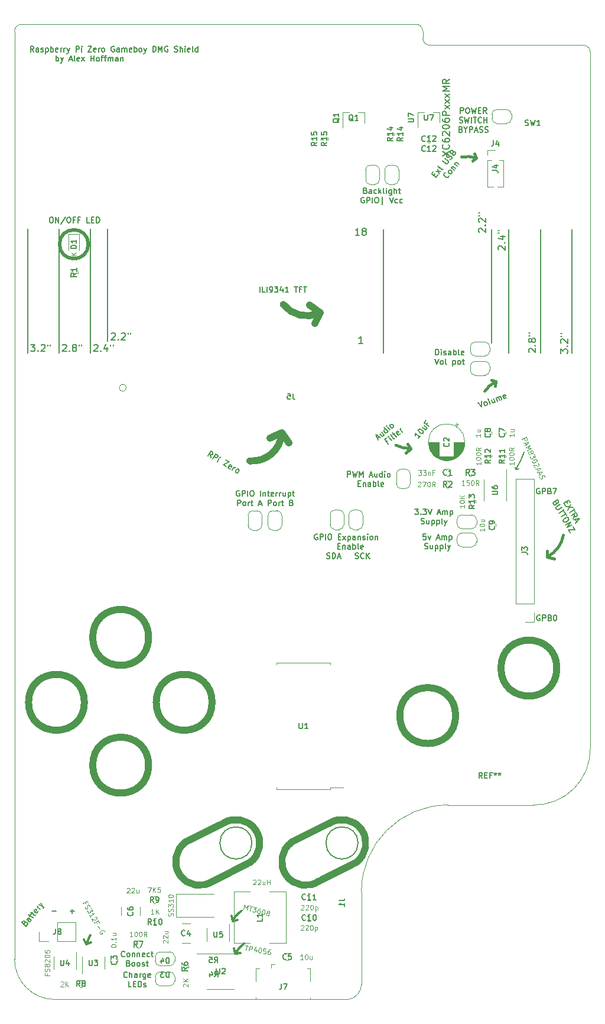
<source format=gbr>
G04 #@! TF.GenerationSoftware,KiCad,Pcbnew,5.1.5*
G04 #@! TF.CreationDate,2020-03-31T00:28:10+02:00*
G04 #@! TF.ProjectId,gameboy-dmg,67616d65-626f-4792-9d64-6d672e6b6963,rev?*
G04 #@! TF.SameCoordinates,PXa6cc320PY5867d60*
G04 #@! TF.FileFunction,Legend,Top*
G04 #@! TF.FilePolarity,Positive*
%FSLAX46Y46*%
G04 Gerber Fmt 4.6, Leading zero omitted, Abs format (unit mm)*
G04 Created by KiCad (PCBNEW 5.1.5) date 2020-03-31 00:28:10*
%MOMM*%
%LPD*%
G04 APERTURE LIST*
%ADD10C,0.120000*%
%ADD11C,0.500000*%
%ADD12C,0.400000*%
%ADD13C,0.150000*%
%ADD14C,0.050000*%
%ADD15C,0.200000*%
%ADD16C,0.300000*%
%ADD17C,1.000000*%
%ADD18C,0.127000*%
G04 APERTURE END LIST*
D10*
X-79900000Y27550000D02*
G75*
G03X-79900000Y27550000I-500000J0D01*
G01*
D11*
X-85338447Y48100000D02*
G75*
G03X-85338447Y48100000I-2061553J0D01*
G01*
D12*
X-29744826Y60452965D02*
G75*
G03X-31828700Y60586123I-1305174J-4052965D01*
G01*
X-29738230Y60433738D02*
X-30250000Y60050000D01*
X-29738230Y60433738D02*
X-30000000Y61050000D01*
D13*
X-35843353Y57963428D02*
X-35671943Y58167707D01*
X-35277472Y57985896D02*
X-35522343Y57694070D01*
X-36135179Y58208300D01*
X-35890308Y58500126D01*
X-35106062Y58190175D02*
X-35245260Y58854004D01*
X-35514619Y58532995D02*
X-34836703Y58511184D01*
X-35122825Y58999917D02*
X-34926927Y59233378D01*
X-35253642Y59258875D02*
X-34728354Y58818107D01*
X-34645502Y58798315D01*
X-34567345Y58832193D01*
X-34518370Y58890558D01*
X-34568002Y60075989D02*
X-34071897Y59659708D01*
X-33989044Y59639916D01*
X-33935374Y59644612D01*
X-33857217Y59678490D01*
X-33759269Y59795220D01*
X-33739477Y59878073D01*
X-33744173Y59931743D01*
X-33778051Y60009899D01*
X-34274156Y60426181D01*
X-33470119Y60199082D02*
X-33367475Y60262143D01*
X-33245039Y60408056D01*
X-33225247Y60490908D01*
X-33229943Y60544578D01*
X-33263821Y60622735D01*
X-33322186Y60671709D01*
X-33405039Y60691501D01*
X-33458708Y60686805D01*
X-33536865Y60652927D01*
X-33663996Y60560684D01*
X-33742153Y60526806D01*
X-33795823Y60522110D01*
X-33878676Y60541902D01*
X-33937041Y60590876D01*
X-33970919Y60669033D01*
X-33975615Y60722703D01*
X-33955823Y60805555D01*
X-33833387Y60951469D01*
X-33730743Y61014529D01*
X-33076305Y61261067D02*
X-32973661Y61324128D01*
X-32919991Y61328824D01*
X-32837139Y61309032D01*
X-32749591Y61235571D01*
X-32715713Y61157414D01*
X-32711017Y61103744D01*
X-32730809Y61020891D01*
X-32926706Y60787430D01*
X-33539541Y61301660D01*
X-33368131Y61505939D01*
X-33289974Y61539817D01*
X-33236305Y61544513D01*
X-33153452Y61524721D01*
X-33095087Y61475747D01*
X-33061209Y61397590D01*
X-33056513Y61343920D01*
X-33076305Y61261067D01*
X-33247715Y61056789D01*
X-33652768Y57940448D02*
X-33648072Y57886778D01*
X-33692351Y57774743D01*
X-33741325Y57716378D01*
X-33843970Y57653317D01*
X-33951309Y57643926D01*
X-34034162Y57663717D01*
X-34175379Y57732483D01*
X-34262927Y57805945D01*
X-34355171Y57933076D01*
X-34389049Y58011233D01*
X-34398440Y58118573D01*
X-34354161Y58230608D01*
X-34305187Y58288973D01*
X-34202543Y58352034D01*
X-34148873Y58356729D01*
X-33300557Y58241665D02*
X-33378714Y58207787D01*
X-33432384Y58203092D01*
X-33515236Y58222883D01*
X-33690332Y58369806D01*
X-33724210Y58447963D01*
X-33728906Y58501633D01*
X-33709114Y58584485D01*
X-33635652Y58672033D01*
X-33557495Y58705911D01*
X-33503826Y58710607D01*
X-33420973Y58690815D01*
X-33245877Y58543892D01*
X-33211999Y58465735D01*
X-33207304Y58412066D01*
X-33227095Y58329213D01*
X-33300557Y58241665D01*
X-33317320Y59051408D02*
X-32908762Y58708587D01*
X-33258954Y59002433D02*
X-33263650Y59056103D01*
X-33243858Y59138955D01*
X-33170397Y59226503D01*
X-33092240Y59260382D01*
X-33009387Y59240590D01*
X-32688378Y58971231D01*
X-32852064Y59605878D02*
X-32443507Y59263058D01*
X-32793698Y59556904D02*
X-32798394Y59610573D01*
X-32778602Y59693426D01*
X-32705141Y59780974D01*
X-32626984Y59814852D01*
X-32544131Y59795060D01*
X-32223122Y59525702D01*
D14*
X-36400000Y76600001D02*
G75*
G02X-37400359Y77580241I-11724J988600D01*
G01*
X-38400000Y79599999D02*
G75*
G02X-37399641Y78619759I11724J-988600D01*
G01*
X-37400359Y77580241D02*
X-37399641Y78619759D01*
X-14400359Y76600000D02*
X-36400000Y76600000D01*
X-14400359Y76599999D02*
G75*
G02X-13400000Y75619759I11724J-988600D01*
G01*
D13*
X-29500819Y25451576D02*
X-28976618Y24791028D01*
X-28999649Y25633987D01*
X-28368055Y25012526D02*
X-28452680Y25022266D01*
X-28501507Y25045034D01*
X-28563364Y25103600D01*
X-28641540Y25318387D01*
X-28631801Y25403012D01*
X-28609032Y25451839D01*
X-28550466Y25513696D01*
X-28443072Y25552784D01*
X-28358447Y25543045D01*
X-28309620Y25520276D01*
X-28247764Y25461710D01*
X-28169588Y25246923D01*
X-28179327Y25162298D01*
X-28202095Y25113471D01*
X-28260662Y25051614D01*
X-28368055Y25012526D01*
X-27687897Y25260084D02*
X-27772522Y25269823D01*
X-27834378Y25328389D01*
X-28068906Y25972750D01*
X-27261745Y25982752D02*
X-27079334Y25481583D01*
X-27583925Y25865488D02*
X-27440602Y25471712D01*
X-27378746Y25413146D01*
X-27294121Y25403407D01*
X-27186727Y25442495D01*
X-27128161Y25504351D01*
X-27105392Y25553178D01*
X-26721356Y25611876D02*
X-26903766Y26113045D01*
X-26877708Y26041450D02*
X-26854939Y26090277D01*
X-26796373Y26152133D01*
X-26688980Y26191221D01*
X-26604355Y26181482D01*
X-26542498Y26122916D01*
X-26399175Y25729140D01*
X-26542498Y26122916D02*
X-26532759Y26207541D01*
X-26474193Y26269397D01*
X-26366799Y26308485D01*
X-26282174Y26298746D01*
X-26220318Y26240180D01*
X-26076995Y25846404D01*
X-25445664Y26116730D02*
X-25504230Y26054874D01*
X-25647421Y26002756D01*
X-25732046Y26012495D01*
X-25793903Y26071062D01*
X-25898137Y26357444D01*
X-25888398Y26442069D01*
X-25829832Y26503926D01*
X-25686641Y26556043D01*
X-25602016Y26546304D01*
X-25540159Y26487738D01*
X-25514101Y26416142D01*
X-25846020Y26214253D01*
D12*
X-26946957Y28432349D02*
G75*
G03X-28514636Y27052985I1942981J-3788776D01*
G01*
X-26928698Y28423418D02*
X-27019230Y27790198D01*
X-26928698Y28423418D02*
X-27549560Y28674082D01*
D13*
X-35550000Y32263096D02*
X-35550000Y33063096D01*
X-35359524Y33063096D01*
X-35245239Y33025000D01*
X-35169048Y32948810D01*
X-35130953Y32872620D01*
X-35092858Y32720239D01*
X-35092858Y32605953D01*
X-35130953Y32453572D01*
X-35169048Y32377381D01*
X-35245239Y32301191D01*
X-35359524Y32263096D01*
X-35550000Y32263096D01*
X-34750000Y32263096D02*
X-34750000Y32796429D01*
X-34750000Y33063096D02*
X-34788096Y33025000D01*
X-34750000Y32986905D01*
X-34711905Y33025000D01*
X-34750000Y33063096D01*
X-34750000Y32986905D01*
X-34407143Y32301191D02*
X-34330953Y32263096D01*
X-34178572Y32263096D01*
X-34102381Y32301191D01*
X-34064286Y32377381D01*
X-34064286Y32415477D01*
X-34102381Y32491667D01*
X-34178572Y32529762D01*
X-34292858Y32529762D01*
X-34369048Y32567858D01*
X-34407143Y32644048D01*
X-34407143Y32682143D01*
X-34369048Y32758334D01*
X-34292858Y32796429D01*
X-34178572Y32796429D01*
X-34102381Y32758334D01*
X-33378572Y32263096D02*
X-33378572Y32682143D01*
X-33416667Y32758334D01*
X-33492858Y32796429D01*
X-33645239Y32796429D01*
X-33721429Y32758334D01*
X-33378572Y32301191D02*
X-33454762Y32263096D01*
X-33645239Y32263096D01*
X-33721429Y32301191D01*
X-33759524Y32377381D01*
X-33759524Y32453572D01*
X-33721429Y32529762D01*
X-33645239Y32567858D01*
X-33454762Y32567858D01*
X-33378572Y32605953D01*
X-32997620Y32263096D02*
X-32997620Y33063096D01*
X-32997620Y32758334D02*
X-32921429Y32796429D01*
X-32769048Y32796429D01*
X-32692858Y32758334D01*
X-32654762Y32720239D01*
X-32616667Y32644048D01*
X-32616667Y32415477D01*
X-32654762Y32339286D01*
X-32692858Y32301191D01*
X-32769048Y32263096D01*
X-32921429Y32263096D01*
X-32997620Y32301191D01*
X-32159524Y32263096D02*
X-32235715Y32301191D01*
X-32273810Y32377381D01*
X-32273810Y33063096D01*
X-31550000Y32301191D02*
X-31626191Y32263096D01*
X-31778572Y32263096D01*
X-31854762Y32301191D01*
X-31892858Y32377381D01*
X-31892858Y32682143D01*
X-31854762Y32758334D01*
X-31778572Y32796429D01*
X-31626191Y32796429D01*
X-31550000Y32758334D01*
X-31511905Y32682143D01*
X-31511905Y32605953D01*
X-31892858Y32529762D01*
X-35645239Y31713096D02*
X-35378572Y30913096D01*
X-35111905Y31713096D01*
X-34730953Y30913096D02*
X-34807143Y30951191D01*
X-34845239Y30989286D01*
X-34883334Y31065477D01*
X-34883334Y31294048D01*
X-34845239Y31370239D01*
X-34807143Y31408334D01*
X-34730953Y31446429D01*
X-34616667Y31446429D01*
X-34540477Y31408334D01*
X-34502381Y31370239D01*
X-34464286Y31294048D01*
X-34464286Y31065477D01*
X-34502381Y30989286D01*
X-34540477Y30951191D01*
X-34616667Y30913096D01*
X-34730953Y30913096D01*
X-34007143Y30913096D02*
X-34083334Y30951191D01*
X-34121429Y31027381D01*
X-34121429Y31713096D01*
X-33092858Y31446429D02*
X-33092858Y30646429D01*
X-33092858Y31408334D02*
X-33016667Y31446429D01*
X-32864286Y31446429D01*
X-32788096Y31408334D01*
X-32750000Y31370239D01*
X-32711905Y31294048D01*
X-32711905Y31065477D01*
X-32750000Y30989286D01*
X-32788096Y30951191D01*
X-32864286Y30913096D01*
X-33016667Y30913096D01*
X-33092858Y30951191D01*
X-32254762Y30913096D02*
X-32330953Y30951191D01*
X-32369048Y30989286D01*
X-32407143Y31065477D01*
X-32407143Y31294048D01*
X-32369048Y31370239D01*
X-32330953Y31408334D01*
X-32254762Y31446429D01*
X-32140477Y31446429D01*
X-32064286Y31408334D01*
X-32026191Y31370239D01*
X-31988096Y31294048D01*
X-31988096Y31065477D01*
X-32026191Y30989286D01*
X-32064286Y30951191D01*
X-32140477Y30913096D01*
X-32254762Y30913096D01*
X-31759524Y31446429D02*
X-31454762Y31446429D01*
X-31645239Y31713096D02*
X-31645239Y31027381D01*
X-31607143Y30951191D01*
X-31530953Y30913096D01*
X-31454762Y30913096D01*
D15*
X-24084069Y15837546D02*
X-24196903Y16228274D01*
X-24084069Y15837546D02*
X-23656170Y15928094D01*
X-22885537Y18311757D02*
G75*
G02X-24084069Y15837546I-12286178J4424149D01*
G01*
D13*
X-38523810Y10213096D02*
X-38028572Y10213096D01*
X-38295239Y9908334D01*
X-38180953Y9908334D01*
X-38104762Y9870239D01*
X-38066667Y9832143D01*
X-38028572Y9755953D01*
X-38028572Y9565477D01*
X-38066667Y9489286D01*
X-38104762Y9451191D01*
X-38180953Y9413096D01*
X-38409524Y9413096D01*
X-38485715Y9451191D01*
X-38523810Y9489286D01*
X-37685715Y9489286D02*
X-37647620Y9451191D01*
X-37685715Y9413096D01*
X-37723810Y9451191D01*
X-37685715Y9489286D01*
X-37685715Y9413096D01*
X-37380953Y10213096D02*
X-36885715Y10213096D01*
X-37152381Y9908334D01*
X-37038096Y9908334D01*
X-36961905Y9870239D01*
X-36923810Y9832143D01*
X-36885715Y9755953D01*
X-36885715Y9565477D01*
X-36923810Y9489286D01*
X-36961905Y9451191D01*
X-37038096Y9413096D01*
X-37266667Y9413096D01*
X-37342858Y9451191D01*
X-37380953Y9489286D01*
X-36657143Y10213096D02*
X-36390477Y9413096D01*
X-36123810Y10213096D01*
X-35285715Y9641667D02*
X-34904762Y9641667D01*
X-35361905Y9413096D02*
X-35095239Y10213096D01*
X-34828572Y9413096D01*
X-34561905Y9413096D02*
X-34561905Y9946429D01*
X-34561905Y9870239D02*
X-34523810Y9908334D01*
X-34447620Y9946429D01*
X-34333334Y9946429D01*
X-34257143Y9908334D01*
X-34219048Y9832143D01*
X-34219048Y9413096D01*
X-34219048Y9832143D02*
X-34180953Y9908334D01*
X-34104762Y9946429D01*
X-33990477Y9946429D01*
X-33914286Y9908334D01*
X-33876191Y9832143D01*
X-33876191Y9413096D01*
X-33495239Y9946429D02*
X-33495239Y9146429D01*
X-33495239Y9908334D02*
X-33419048Y9946429D01*
X-33266667Y9946429D01*
X-33190477Y9908334D01*
X-33152381Y9870239D01*
X-33114286Y9794048D01*
X-33114286Y9565477D01*
X-33152381Y9489286D01*
X-33190477Y9451191D01*
X-33266667Y9413096D01*
X-33419048Y9413096D01*
X-33495239Y9451191D01*
X-37628572Y8101191D02*
X-37514286Y8063096D01*
X-37323810Y8063096D01*
X-37247620Y8101191D01*
X-37209524Y8139286D01*
X-37171429Y8215477D01*
X-37171429Y8291667D01*
X-37209524Y8367858D01*
X-37247620Y8405953D01*
X-37323810Y8444048D01*
X-37476191Y8482143D01*
X-37552381Y8520239D01*
X-37590477Y8558334D01*
X-37628572Y8634524D01*
X-37628572Y8710715D01*
X-37590477Y8786905D01*
X-37552381Y8825000D01*
X-37476191Y8863096D01*
X-37285715Y8863096D01*
X-37171429Y8825000D01*
X-36485715Y8596429D02*
X-36485715Y8063096D01*
X-36828572Y8596429D02*
X-36828572Y8177381D01*
X-36790477Y8101191D01*
X-36714286Y8063096D01*
X-36600000Y8063096D01*
X-36523810Y8101191D01*
X-36485715Y8139286D01*
X-36104762Y8596429D02*
X-36104762Y7796429D01*
X-36104762Y8558334D02*
X-36028572Y8596429D01*
X-35876191Y8596429D01*
X-35800000Y8558334D01*
X-35761905Y8520239D01*
X-35723810Y8444048D01*
X-35723810Y8215477D01*
X-35761905Y8139286D01*
X-35800000Y8101191D01*
X-35876191Y8063096D01*
X-36028572Y8063096D01*
X-36104762Y8101191D01*
X-35380953Y8596429D02*
X-35380953Y7796429D01*
X-35380953Y8558334D02*
X-35304762Y8596429D01*
X-35152381Y8596429D01*
X-35076191Y8558334D01*
X-35038096Y8520239D01*
X-35000000Y8444048D01*
X-35000000Y8215477D01*
X-35038096Y8139286D01*
X-35076191Y8101191D01*
X-35152381Y8063096D01*
X-35304762Y8063096D01*
X-35380953Y8101191D01*
X-34542858Y8063096D02*
X-34619048Y8101191D01*
X-34657143Y8177381D01*
X-34657143Y8863096D01*
X-34314286Y8596429D02*
X-34123810Y8063096D01*
X-33933334Y8596429D02*
X-34123810Y8063096D01*
X-34200000Y7872620D01*
X-34238096Y7834524D01*
X-34314286Y7796429D01*
X-36957143Y6613096D02*
X-37338096Y6613096D01*
X-37376191Y6232143D01*
X-37338096Y6270239D01*
X-37261905Y6308334D01*
X-37071429Y6308334D01*
X-36995239Y6270239D01*
X-36957143Y6232143D01*
X-36919048Y6155953D01*
X-36919048Y5965477D01*
X-36957143Y5889286D01*
X-36995239Y5851191D01*
X-37071429Y5813096D01*
X-37261905Y5813096D01*
X-37338096Y5851191D01*
X-37376191Y5889286D01*
X-36652381Y6346429D02*
X-36461905Y5813096D01*
X-36271429Y6346429D01*
X-35395239Y6041667D02*
X-35014286Y6041667D01*
X-35471429Y5813096D02*
X-35204762Y6613096D01*
X-34938096Y5813096D01*
X-34671429Y5813096D02*
X-34671429Y6346429D01*
X-34671429Y6270239D02*
X-34633334Y6308334D01*
X-34557143Y6346429D01*
X-34442858Y6346429D01*
X-34366667Y6308334D01*
X-34328572Y6232143D01*
X-34328572Y5813096D01*
X-34328572Y6232143D02*
X-34290477Y6308334D01*
X-34214286Y6346429D01*
X-34100000Y6346429D01*
X-34023810Y6308334D01*
X-33985715Y6232143D01*
X-33985715Y5813096D01*
X-33604762Y6346429D02*
X-33604762Y5546429D01*
X-33604762Y6308334D02*
X-33528572Y6346429D01*
X-33376191Y6346429D01*
X-33300000Y6308334D01*
X-33261905Y6270239D01*
X-33223810Y6194048D01*
X-33223810Y5965477D01*
X-33261905Y5889286D01*
X-33300000Y5851191D01*
X-33376191Y5813096D01*
X-33528572Y5813096D01*
X-33604762Y5851191D01*
X-37128572Y4501191D02*
X-37014286Y4463096D01*
X-36823810Y4463096D01*
X-36747620Y4501191D01*
X-36709524Y4539286D01*
X-36671429Y4615477D01*
X-36671429Y4691667D01*
X-36709524Y4767858D01*
X-36747620Y4805953D01*
X-36823810Y4844048D01*
X-36976191Y4882143D01*
X-37052381Y4920239D01*
X-37090477Y4958334D01*
X-37128572Y5034524D01*
X-37128572Y5110715D01*
X-37090477Y5186905D01*
X-37052381Y5225000D01*
X-36976191Y5263096D01*
X-36785715Y5263096D01*
X-36671429Y5225000D01*
X-35985715Y4996429D02*
X-35985715Y4463096D01*
X-36328572Y4996429D02*
X-36328572Y4577381D01*
X-36290477Y4501191D01*
X-36214286Y4463096D01*
X-36100000Y4463096D01*
X-36023810Y4501191D01*
X-35985715Y4539286D01*
X-35604762Y4996429D02*
X-35604762Y4196429D01*
X-35604762Y4958334D02*
X-35528572Y4996429D01*
X-35376191Y4996429D01*
X-35300000Y4958334D01*
X-35261905Y4920239D01*
X-35223810Y4844048D01*
X-35223810Y4615477D01*
X-35261905Y4539286D01*
X-35300000Y4501191D01*
X-35376191Y4463096D01*
X-35528572Y4463096D01*
X-35604762Y4501191D01*
X-34880953Y4996429D02*
X-34880953Y4196429D01*
X-34880953Y4958334D02*
X-34804762Y4996429D01*
X-34652381Y4996429D01*
X-34576191Y4958334D01*
X-34538096Y4920239D01*
X-34500000Y4844048D01*
X-34500000Y4615477D01*
X-34538096Y4539286D01*
X-34576191Y4501191D01*
X-34652381Y4463096D01*
X-34804762Y4463096D01*
X-34880953Y4501191D01*
X-34042858Y4463096D02*
X-34119048Y4501191D01*
X-34157143Y4577381D01*
X-34157143Y5263096D01*
X-33814286Y4996429D02*
X-33623810Y4463096D01*
X-33433334Y4996429D02*
X-33623810Y4463096D01*
X-33700000Y4272620D01*
X-33738096Y4234524D01*
X-33814286Y4196429D01*
X-20671429Y13100000D02*
X-20747620Y13138096D01*
X-20861905Y13138096D01*
X-20976191Y13100000D01*
X-21052381Y13023810D01*
X-21090477Y12947620D01*
X-21128572Y12795239D01*
X-21128572Y12680953D01*
X-21090477Y12528572D01*
X-21052381Y12452381D01*
X-20976191Y12376191D01*
X-20861905Y12338096D01*
X-20785715Y12338096D01*
X-20671429Y12376191D01*
X-20633334Y12414286D01*
X-20633334Y12680953D01*
X-20785715Y12680953D01*
X-20290477Y12338096D02*
X-20290477Y13138096D01*
X-19985715Y13138096D01*
X-19909524Y13100000D01*
X-19871429Y13061905D01*
X-19833334Y12985715D01*
X-19833334Y12871429D01*
X-19871429Y12795239D01*
X-19909524Y12757143D01*
X-19985715Y12719048D01*
X-20290477Y12719048D01*
X-19223810Y12757143D02*
X-19109524Y12719048D01*
X-19071429Y12680953D01*
X-19033334Y12604762D01*
X-19033334Y12490477D01*
X-19071429Y12414286D01*
X-19109524Y12376191D01*
X-19185715Y12338096D01*
X-19490477Y12338096D01*
X-19490477Y13138096D01*
X-19223810Y13138096D01*
X-19147620Y13100000D01*
X-19109524Y13061905D01*
X-19071429Y12985715D01*
X-19071429Y12909524D01*
X-19109524Y12833334D01*
X-19147620Y12795239D01*
X-19223810Y12757143D01*
X-19490477Y12757143D01*
X-18766667Y13138096D02*
X-18233334Y13138096D01*
X-18576191Y12338096D01*
X-20621429Y-5050000D02*
X-20697620Y-5011904D01*
X-20811905Y-5011904D01*
X-20926191Y-5050000D01*
X-21002381Y-5126190D01*
X-21040477Y-5202380D01*
X-21078572Y-5354761D01*
X-21078572Y-5469047D01*
X-21040477Y-5621428D01*
X-21002381Y-5697619D01*
X-20926191Y-5773809D01*
X-20811905Y-5811904D01*
X-20735715Y-5811904D01*
X-20621429Y-5773809D01*
X-20583334Y-5735714D01*
X-20583334Y-5469047D01*
X-20735715Y-5469047D01*
X-20240477Y-5811904D02*
X-20240477Y-5011904D01*
X-19935715Y-5011904D01*
X-19859524Y-5050000D01*
X-19821429Y-5088095D01*
X-19783334Y-5164285D01*
X-19783334Y-5278571D01*
X-19821429Y-5354761D01*
X-19859524Y-5392857D01*
X-19935715Y-5430952D01*
X-20240477Y-5430952D01*
X-19173810Y-5392857D02*
X-19059524Y-5430952D01*
X-19021429Y-5469047D01*
X-18983334Y-5545238D01*
X-18983334Y-5659523D01*
X-19021429Y-5735714D01*
X-19059524Y-5773809D01*
X-19135715Y-5811904D01*
X-19440477Y-5811904D01*
X-19440477Y-5011904D01*
X-19173810Y-5011904D01*
X-19097620Y-5050000D01*
X-19059524Y-5088095D01*
X-19021429Y-5164285D01*
X-19021429Y-5240476D01*
X-19059524Y-5316666D01*
X-19097620Y-5354761D01*
X-19173810Y-5392857D01*
X-19440477Y-5392857D01*
X-18488096Y-5011904D02*
X-18411905Y-5011904D01*
X-18335715Y-5050000D01*
X-18297620Y-5088095D01*
X-18259524Y-5164285D01*
X-18221429Y-5316666D01*
X-18221429Y-5507142D01*
X-18259524Y-5659523D01*
X-18297620Y-5735714D01*
X-18335715Y-5773809D01*
X-18411905Y-5811904D01*
X-18488096Y-5811904D01*
X-18564286Y-5773809D01*
X-18602381Y-5735714D01*
X-18640477Y-5659523D01*
X-18678572Y-5507142D01*
X-18678572Y-5316666D01*
X-18640477Y-5164285D01*
X-18602381Y-5088095D01*
X-18564286Y-5050000D01*
X-18488096Y-5011904D01*
X-90709524Y51988096D02*
X-90557143Y51988096D01*
X-90480953Y51950000D01*
X-90404762Y51873810D01*
X-90366667Y51721429D01*
X-90366667Y51454762D01*
X-90404762Y51302381D01*
X-90480953Y51226191D01*
X-90557143Y51188096D01*
X-90709524Y51188096D01*
X-90785715Y51226191D01*
X-90861905Y51302381D01*
X-90900000Y51454762D01*
X-90900000Y51721429D01*
X-90861905Y51873810D01*
X-90785715Y51950000D01*
X-90709524Y51988096D01*
X-90023810Y51188096D02*
X-90023810Y51988096D01*
X-89566667Y51188096D01*
X-89566667Y51988096D01*
X-88614286Y52026191D02*
X-89300000Y50997620D01*
X-88195239Y51988096D02*
X-88042858Y51988096D01*
X-87966667Y51950000D01*
X-87890477Y51873810D01*
X-87852381Y51721429D01*
X-87852381Y51454762D01*
X-87890477Y51302381D01*
X-87966667Y51226191D01*
X-88042858Y51188096D01*
X-88195239Y51188096D01*
X-88271429Y51226191D01*
X-88347620Y51302381D01*
X-88385715Y51454762D01*
X-88385715Y51721429D01*
X-88347620Y51873810D01*
X-88271429Y51950000D01*
X-88195239Y51988096D01*
X-87242858Y51607143D02*
X-87509524Y51607143D01*
X-87509524Y51188096D02*
X-87509524Y51988096D01*
X-87128572Y51988096D01*
X-86557143Y51607143D02*
X-86823810Y51607143D01*
X-86823810Y51188096D02*
X-86823810Y51988096D01*
X-86442858Y51988096D01*
X-85147620Y51188096D02*
X-85528572Y51188096D01*
X-85528572Y51988096D01*
X-84880953Y51607143D02*
X-84614286Y51607143D01*
X-84500000Y51188096D02*
X-84880953Y51188096D01*
X-84880953Y51988096D01*
X-84500000Y51988096D01*
X-84157143Y51188096D02*
X-84157143Y51988096D01*
X-83966667Y51988096D01*
X-83852381Y51950000D01*
X-83776191Y51873810D01*
X-83738096Y51797620D01*
X-83700000Y51645239D01*
X-83700000Y51530953D01*
X-83738096Y51378572D01*
X-83776191Y51302381D01*
X-83852381Y51226191D01*
X-83966667Y51188096D01*
X-84157143Y51188096D01*
X-90579762Y-47357142D02*
X-89970239Y-47357142D01*
X-87929762Y-47407142D02*
X-87320239Y-47407142D01*
X-87625000Y-47711904D02*
X-87625000Y-47102380D01*
X-94408965Y-49082714D02*
X-94306321Y-49019653D01*
X-94252651Y-49014958D01*
X-94169799Y-49034749D01*
X-94082251Y-49108211D01*
X-94048373Y-49186368D01*
X-94043677Y-49240037D01*
X-94063469Y-49322890D01*
X-94259366Y-49556351D01*
X-94872202Y-49042121D01*
X-94700792Y-48837842D01*
X-94622635Y-48803964D01*
X-94568965Y-48799269D01*
X-94486113Y-48819060D01*
X-94427747Y-48868035D01*
X-94393869Y-48946192D01*
X-94389174Y-48999861D01*
X-94408965Y-49082714D01*
X-94580375Y-49286992D01*
X-93524752Y-48680872D02*
X-93845761Y-48411513D01*
X-93928613Y-48391721D01*
X-94006770Y-48425600D01*
X-94104719Y-48542330D01*
X-94124511Y-48625183D01*
X-93553935Y-48656384D02*
X-93573726Y-48739237D01*
X-93696162Y-48885150D01*
X-93774319Y-48919028D01*
X-93857171Y-48899237D01*
X-93915537Y-48850262D01*
X-93949415Y-48772105D01*
X-93929623Y-48689253D01*
X-93807187Y-48543340D01*
X-93787396Y-48460487D01*
X-93761899Y-48133773D02*
X-93566002Y-47900312D01*
X-93892716Y-47874815D02*
X-93367428Y-48315584D01*
X-93284576Y-48335375D01*
X-93206419Y-48301497D01*
X-93157445Y-48243132D01*
X-93468053Y-47783581D02*
X-93272156Y-47550120D01*
X-93598870Y-47524623D02*
X-93073583Y-47965392D01*
X-92990730Y-47985184D01*
X-92912573Y-47951305D01*
X-92863599Y-47892940D01*
X-92525474Y-47430713D02*
X-92545266Y-47513566D01*
X-92643215Y-47630296D01*
X-92721372Y-47664175D01*
X-92804224Y-47644383D01*
X-93037685Y-47448486D01*
X-93071563Y-47370329D01*
X-93051772Y-47287476D01*
X-92953823Y-47170746D01*
X-92875666Y-47136868D01*
X-92792814Y-47156659D01*
X-92734448Y-47205634D01*
X-92920955Y-47546434D01*
X-92251420Y-47163374D02*
X-92659977Y-46820554D01*
X-92543247Y-46918503D02*
X-92577125Y-46840346D01*
X-92581820Y-46786676D01*
X-92562029Y-46703823D01*
X-92513054Y-46645458D01*
X-92390619Y-46499545D02*
X-91859626Y-46696452D01*
X-92145747Y-46207718D02*
X-91859626Y-46696452D01*
X-91762687Y-46877253D01*
X-91757991Y-46930923D01*
X-91777783Y-47013775D01*
D16*
X-85613260Y-52180444D02*
X-84933031Y-51848226D01*
X-85044221Y-50812420D02*
G75*
G03X-85604544Y-52080826I3562685J-2331795D01*
G01*
X-85613260Y-52180444D02*
X-85965214Y-51491717D01*
D13*
X-80102381Y-53860714D02*
X-80140477Y-53898809D01*
X-80254762Y-53936904D01*
X-80330953Y-53936904D01*
X-80445239Y-53898809D01*
X-80521429Y-53822619D01*
X-80559524Y-53746428D01*
X-80597620Y-53594047D01*
X-80597620Y-53479761D01*
X-80559524Y-53327380D01*
X-80521429Y-53251190D01*
X-80445239Y-53175000D01*
X-80330953Y-53136904D01*
X-80254762Y-53136904D01*
X-80140477Y-53175000D01*
X-80102381Y-53213095D01*
X-79645239Y-53936904D02*
X-79721429Y-53898809D01*
X-79759524Y-53860714D01*
X-79797620Y-53784523D01*
X-79797620Y-53555952D01*
X-79759524Y-53479761D01*
X-79721429Y-53441666D01*
X-79645239Y-53403571D01*
X-79530953Y-53403571D01*
X-79454762Y-53441666D01*
X-79416667Y-53479761D01*
X-79378572Y-53555952D01*
X-79378572Y-53784523D01*
X-79416667Y-53860714D01*
X-79454762Y-53898809D01*
X-79530953Y-53936904D01*
X-79645239Y-53936904D01*
X-79035715Y-53403571D02*
X-79035715Y-53936904D01*
X-79035715Y-53479761D02*
X-78997620Y-53441666D01*
X-78921429Y-53403571D01*
X-78807143Y-53403571D01*
X-78730953Y-53441666D01*
X-78692858Y-53517857D01*
X-78692858Y-53936904D01*
X-78311905Y-53403571D02*
X-78311905Y-53936904D01*
X-78311905Y-53479761D02*
X-78273810Y-53441666D01*
X-78197620Y-53403571D01*
X-78083334Y-53403571D01*
X-78007143Y-53441666D01*
X-77969048Y-53517857D01*
X-77969048Y-53936904D01*
X-77283334Y-53898809D02*
X-77359524Y-53936904D01*
X-77511905Y-53936904D01*
X-77588096Y-53898809D01*
X-77626191Y-53822619D01*
X-77626191Y-53517857D01*
X-77588096Y-53441666D01*
X-77511905Y-53403571D01*
X-77359524Y-53403571D01*
X-77283334Y-53441666D01*
X-77245239Y-53517857D01*
X-77245239Y-53594047D01*
X-77626191Y-53670238D01*
X-76559524Y-53898809D02*
X-76635715Y-53936904D01*
X-76788096Y-53936904D01*
X-76864286Y-53898809D01*
X-76902381Y-53860714D01*
X-76940477Y-53784523D01*
X-76940477Y-53555952D01*
X-76902381Y-53479761D01*
X-76864286Y-53441666D01*
X-76788096Y-53403571D01*
X-76635715Y-53403571D01*
X-76559524Y-53441666D01*
X-76330953Y-53403571D02*
X-76026191Y-53403571D01*
X-76216667Y-53136904D02*
X-76216667Y-53822619D01*
X-76178572Y-53898809D01*
X-76102381Y-53936904D01*
X-76026191Y-53936904D01*
X-79569048Y-54867857D02*
X-79454762Y-54905952D01*
X-79416667Y-54944047D01*
X-79378572Y-55020238D01*
X-79378572Y-55134523D01*
X-79416667Y-55210714D01*
X-79454762Y-55248809D01*
X-79530953Y-55286904D01*
X-79835715Y-55286904D01*
X-79835715Y-54486904D01*
X-79569048Y-54486904D01*
X-79492858Y-54525000D01*
X-79454762Y-54563095D01*
X-79416667Y-54639285D01*
X-79416667Y-54715476D01*
X-79454762Y-54791666D01*
X-79492858Y-54829761D01*
X-79569048Y-54867857D01*
X-79835715Y-54867857D01*
X-78921429Y-55286904D02*
X-78997620Y-55248809D01*
X-79035715Y-55210714D01*
X-79073810Y-55134523D01*
X-79073810Y-54905952D01*
X-79035715Y-54829761D01*
X-78997620Y-54791666D01*
X-78921429Y-54753571D01*
X-78807143Y-54753571D01*
X-78730953Y-54791666D01*
X-78692858Y-54829761D01*
X-78654762Y-54905952D01*
X-78654762Y-55134523D01*
X-78692858Y-55210714D01*
X-78730953Y-55248809D01*
X-78807143Y-55286904D01*
X-78921429Y-55286904D01*
X-78197620Y-55286904D02*
X-78273810Y-55248809D01*
X-78311905Y-55210714D01*
X-78350000Y-55134523D01*
X-78350000Y-54905952D01*
X-78311905Y-54829761D01*
X-78273810Y-54791666D01*
X-78197620Y-54753571D01*
X-78083334Y-54753571D01*
X-78007143Y-54791666D01*
X-77969048Y-54829761D01*
X-77930953Y-54905952D01*
X-77930953Y-55134523D01*
X-77969048Y-55210714D01*
X-78007143Y-55248809D01*
X-78083334Y-55286904D01*
X-78197620Y-55286904D01*
X-77626191Y-55248809D02*
X-77550000Y-55286904D01*
X-77397620Y-55286904D01*
X-77321429Y-55248809D01*
X-77283334Y-55172619D01*
X-77283334Y-55134523D01*
X-77321429Y-55058333D01*
X-77397620Y-55020238D01*
X-77511905Y-55020238D01*
X-77588096Y-54982142D01*
X-77626191Y-54905952D01*
X-77626191Y-54867857D01*
X-77588096Y-54791666D01*
X-77511905Y-54753571D01*
X-77397620Y-54753571D01*
X-77321429Y-54791666D01*
X-77054762Y-54753571D02*
X-76750000Y-54753571D01*
X-76940477Y-54486904D02*
X-76940477Y-55172619D01*
X-76902381Y-55248809D01*
X-76826191Y-55286904D01*
X-76750000Y-55286904D01*
D16*
X-63363447Y-47333919D02*
G75*
G03X-64636131Y-48732882I2434611J-3493231D01*
G01*
X-64670332Y-48826850D02*
X-63927298Y-48682008D01*
X-64670332Y-48826850D02*
X-64832038Y-48070498D01*
X-62973120Y-52021671D02*
G75*
G03X-64245804Y-53420634I2434611J-3493232D01*
G01*
X-64280006Y-53514603D02*
X-64441711Y-52758250D01*
X-64280006Y-53514603D02*
X-63536971Y-53369760D01*
D13*
X-79753572Y-56810714D02*
X-79791667Y-56848809D01*
X-79905953Y-56886904D01*
X-79982143Y-56886904D01*
X-80096429Y-56848809D01*
X-80172620Y-56772619D01*
X-80210715Y-56696428D01*
X-80248810Y-56544047D01*
X-80248810Y-56429761D01*
X-80210715Y-56277380D01*
X-80172620Y-56201190D01*
X-80096429Y-56125000D01*
X-79982143Y-56086904D01*
X-79905953Y-56086904D01*
X-79791667Y-56125000D01*
X-79753572Y-56163095D01*
X-79410715Y-56886904D02*
X-79410715Y-56086904D01*
X-79067858Y-56886904D02*
X-79067858Y-56467857D01*
X-79105953Y-56391666D01*
X-79182143Y-56353571D01*
X-79296429Y-56353571D01*
X-79372620Y-56391666D01*
X-79410715Y-56429761D01*
X-78344048Y-56886904D02*
X-78344048Y-56467857D01*
X-78382143Y-56391666D01*
X-78458334Y-56353571D01*
X-78610715Y-56353571D01*
X-78686905Y-56391666D01*
X-78344048Y-56848809D02*
X-78420239Y-56886904D01*
X-78610715Y-56886904D01*
X-78686905Y-56848809D01*
X-78725000Y-56772619D01*
X-78725000Y-56696428D01*
X-78686905Y-56620238D01*
X-78610715Y-56582142D01*
X-78420239Y-56582142D01*
X-78344048Y-56544047D01*
X-77963096Y-56886904D02*
X-77963096Y-56353571D01*
X-77963096Y-56505952D02*
X-77925000Y-56429761D01*
X-77886905Y-56391666D01*
X-77810715Y-56353571D01*
X-77734524Y-56353571D01*
X-77125000Y-56353571D02*
X-77125000Y-57001190D01*
X-77163096Y-57077380D01*
X-77201191Y-57115476D01*
X-77277381Y-57153571D01*
X-77391667Y-57153571D01*
X-77467858Y-57115476D01*
X-77125000Y-56848809D02*
X-77201191Y-56886904D01*
X-77353572Y-56886904D01*
X-77429762Y-56848809D01*
X-77467858Y-56810714D01*
X-77505953Y-56734523D01*
X-77505953Y-56505952D01*
X-77467858Y-56429761D01*
X-77429762Y-56391666D01*
X-77353572Y-56353571D01*
X-77201191Y-56353571D01*
X-77125000Y-56391666D01*
X-76439286Y-56848809D02*
X-76515477Y-56886904D01*
X-76667858Y-56886904D01*
X-76744048Y-56848809D01*
X-76782143Y-56772619D01*
X-76782143Y-56467857D01*
X-76744048Y-56391666D01*
X-76667858Y-56353571D01*
X-76515477Y-56353571D01*
X-76439286Y-56391666D01*
X-76401191Y-56467857D01*
X-76401191Y-56544047D01*
X-76782143Y-56620238D01*
X-79163096Y-58236904D02*
X-79544048Y-58236904D01*
X-79544048Y-57436904D01*
X-78896429Y-57817857D02*
X-78629762Y-57817857D01*
X-78515477Y-58236904D02*
X-78896429Y-58236904D01*
X-78896429Y-57436904D01*
X-78515477Y-57436904D01*
X-78172620Y-58236904D02*
X-78172620Y-57436904D01*
X-77982143Y-57436904D01*
X-77867858Y-57475000D01*
X-77791667Y-57551190D01*
X-77753572Y-57627380D01*
X-77715477Y-57779761D01*
X-77715477Y-57894047D01*
X-77753572Y-58046428D01*
X-77791667Y-58122619D01*
X-77867858Y-58198809D01*
X-77982143Y-58236904D01*
X-78172620Y-58236904D01*
X-77410715Y-58198809D02*
X-77334524Y-58236904D01*
X-77182143Y-58236904D01*
X-77105953Y-58198809D01*
X-77067858Y-58122619D01*
X-77067858Y-58084523D01*
X-77105953Y-58008333D01*
X-77182143Y-57970238D01*
X-77296429Y-57970238D01*
X-77372620Y-57932142D01*
X-77410715Y-57855952D01*
X-77410715Y-57817857D01*
X-77372620Y-57741666D01*
X-77296429Y-57703571D01*
X-77182143Y-57703571D01*
X-77105953Y-57741666D01*
D12*
X-39115814Y18851745D02*
X-39595667Y19469796D01*
X-39115814Y18851745D02*
X-39835254Y18226776D01*
X-41243386Y19327378D02*
G75*
G03X-39214293Y18834381I1989135J3764749D01*
G01*
D13*
X-43921709Y20272186D02*
X-43629883Y20517058D01*
X-43833152Y20048116D02*
X-44143103Y20832361D01*
X-43424595Y20390936D01*
X-43300492Y21191287D02*
X-42957672Y20782730D01*
X-43563136Y20970903D02*
X-43293778Y20649894D01*
X-43215621Y20616016D01*
X-43132768Y20635807D01*
X-43045220Y20709269D01*
X-43011342Y20787426D01*
X-43006647Y20841096D01*
X-42403202Y21247986D02*
X-42917432Y21860822D01*
X-42427689Y21277169D02*
X-42461567Y21199012D01*
X-42578298Y21101063D01*
X-42661150Y21081272D01*
X-42714820Y21085967D01*
X-42792977Y21119845D01*
X-42939900Y21294941D01*
X-42959692Y21377794D01*
X-42954996Y21431463D01*
X-42921118Y21509620D01*
X-42804387Y21607569D01*
X-42721535Y21627361D01*
X-42111376Y21492858D02*
X-42454196Y21901415D01*
X-42625606Y22105693D02*
X-42630301Y22052023D01*
X-42576631Y22047328D01*
X-42571936Y22100998D01*
X-42625606Y22105693D01*
X-42576631Y22047328D01*
X-41732001Y21811190D02*
X-41814854Y21791399D01*
X-41868524Y21796094D01*
X-41946680Y21829972D01*
X-42093603Y22005068D01*
X-42113395Y22087921D01*
X-42108699Y22141591D01*
X-42074821Y22219748D01*
X-41987273Y22293209D01*
X-41904421Y22313001D01*
X-41850751Y22308305D01*
X-41772594Y22274427D01*
X-41625671Y22099331D01*
X-41605880Y22016479D01*
X-41610575Y21962809D01*
X-41644453Y21884652D01*
X-41732001Y21811190D01*
X-42432225Y20008362D02*
X-42636503Y19836952D01*
X-42367145Y19515942D02*
X-42881375Y20128778D01*
X-42589548Y20373649D01*
X-41841857Y19956711D02*
X-42184677Y20365268D01*
X-42356087Y20569547D02*
X-42360782Y20515877D01*
X-42307113Y20511181D01*
X-42302417Y20564851D01*
X-42356087Y20569547D01*
X-42307113Y20511181D01*
X-41462483Y20275044D02*
X-41545335Y20255252D01*
X-41623492Y20289130D01*
X-42064261Y20814418D01*
X-41659389Y20806037D02*
X-41425928Y21001934D01*
X-41743251Y21083777D02*
X-41302483Y20558489D01*
X-41224326Y20524611D01*
X-41141473Y20544403D01*
X-41083108Y20593377D01*
X-40669856Y20989867D02*
X-40703734Y20911710D01*
X-40820464Y20813761D01*
X-40903317Y20793970D01*
X-40981474Y20827848D01*
X-41177371Y21061309D01*
X-41197163Y21144161D01*
X-41163284Y21222318D01*
X-41046554Y21320267D01*
X-40963701Y21340058D01*
X-40885544Y21306180D01*
X-40836570Y21247815D01*
X-41079422Y20944578D01*
X-40353542Y21205556D02*
X-40696362Y21614113D01*
X-40598413Y21497382D02*
X-40618205Y21580234D01*
X-40613510Y21633904D01*
X-40579631Y21712061D01*
X-40521266Y21761035D01*
D17*
X-62189375Y17067648D02*
G75*
G03X-57613069Y20981394I331280J4245026D01*
G01*
X-57621783Y21081012D02*
X-59263021Y20335130D01*
X-57621783Y21081012D02*
X-56594474Y19665160D01*
D13*
X-67796508Y17527058D02*
X-67836972Y17990306D01*
X-68192405Y17755629D02*
X-67792405Y18448450D01*
X-67528474Y18296069D01*
X-67481538Y18224982D01*
X-67467595Y18172943D01*
X-67472698Y18087913D01*
X-67529841Y17988938D01*
X-67600928Y17942003D01*
X-67652967Y17928059D01*
X-67737998Y17933163D01*
X-68001929Y18085544D01*
X-67499585Y17355629D02*
X-67099585Y18048450D01*
X-66835653Y17896069D01*
X-66788718Y17824982D01*
X-66774774Y17772943D01*
X-66779878Y17687913D01*
X-66837021Y17588938D01*
X-66908108Y17542003D01*
X-66960147Y17528059D01*
X-67045177Y17533163D01*
X-67309109Y17685544D01*
X-66806765Y16955629D02*
X-66540098Y17417510D01*
X-66406765Y17648450D02*
X-66458804Y17634506D01*
X-66444860Y17582467D01*
X-66392821Y17596411D01*
X-66406765Y17648450D01*
X-66444860Y17582467D01*
X-65614970Y17191307D02*
X-65153090Y16924640D01*
X-66014970Y16498487D01*
X-65553090Y16231820D01*
X-65006179Y15960049D02*
X-65091210Y15965153D01*
X-65223175Y16041344D01*
X-65270111Y16112430D01*
X-65265007Y16197461D01*
X-65112626Y16461392D01*
X-65041539Y16508328D01*
X-64956509Y16503224D01*
X-64824543Y16427033D01*
X-64777608Y16355947D01*
X-64782711Y16270916D01*
X-64820807Y16204933D01*
X-65188816Y16329427D01*
X-64695312Y15736582D02*
X-64428646Y16198462D01*
X-64504836Y16066496D02*
X-64433749Y16113431D01*
X-64381710Y16127375D01*
X-64296680Y16122272D01*
X-64230697Y16084176D01*
X-64167449Y15431820D02*
X-64214384Y15502907D01*
X-64228328Y15554946D01*
X-64223224Y15639976D01*
X-64108939Y15837925D01*
X-64037852Y15884860D01*
X-63985813Y15898804D01*
X-63900782Y15893700D01*
X-63801808Y15836557D01*
X-63754873Y15765471D01*
X-63740929Y15713431D01*
X-63746033Y15628401D01*
X-63860319Y15430452D01*
X-63931405Y15383517D01*
X-63983444Y15369573D01*
X-64068475Y15374677D01*
X-64167449Y15431820D01*
D17*
X-52124061Y38319246D02*
X-52836570Y36721644D01*
X-57379557Y39460351D02*
G75*
G03X-52205976Y38261890I3337965J2643480D01*
G01*
X-52124061Y38319246D02*
X-53590633Y39367659D01*
D13*
X-60745239Y41238096D02*
X-60745239Y42038096D01*
X-59983334Y41238096D02*
X-60364286Y41238096D01*
X-60364286Y42038096D01*
X-59716667Y41238096D02*
X-59716667Y42038096D01*
X-59297620Y41238096D02*
X-59145239Y41238096D01*
X-59069048Y41276191D01*
X-59030953Y41314286D01*
X-58954762Y41428572D01*
X-58916667Y41580953D01*
X-58916667Y41885715D01*
X-58954762Y41961905D01*
X-58992858Y42000000D01*
X-59069048Y42038096D01*
X-59221429Y42038096D01*
X-59297620Y42000000D01*
X-59335715Y41961905D01*
X-59373810Y41885715D01*
X-59373810Y41695239D01*
X-59335715Y41619048D01*
X-59297620Y41580953D01*
X-59221429Y41542858D01*
X-59069048Y41542858D01*
X-58992858Y41580953D01*
X-58954762Y41619048D01*
X-58916667Y41695239D01*
X-58650000Y42038096D02*
X-58154762Y42038096D01*
X-58421429Y41733334D01*
X-58307143Y41733334D01*
X-58230953Y41695239D01*
X-58192858Y41657143D01*
X-58154762Y41580953D01*
X-58154762Y41390477D01*
X-58192858Y41314286D01*
X-58230953Y41276191D01*
X-58307143Y41238096D01*
X-58535715Y41238096D01*
X-58611905Y41276191D01*
X-58650000Y41314286D01*
X-57469048Y41771429D02*
X-57469048Y41238096D01*
X-57659524Y42076191D02*
X-57850000Y41504762D01*
X-57354762Y41504762D01*
X-56630953Y41238096D02*
X-57088096Y41238096D01*
X-56859524Y41238096D02*
X-56859524Y42038096D01*
X-56935715Y41923810D01*
X-57011905Y41847620D01*
X-57088096Y41809524D01*
X-55792858Y42038096D02*
X-55335715Y42038096D01*
X-55564286Y41238096D02*
X-55564286Y42038096D01*
X-54802381Y41657143D02*
X-55069048Y41657143D01*
X-55069048Y41238096D02*
X-55069048Y42038096D01*
X-54688096Y42038096D01*
X-54497620Y42038096D02*
X-54040477Y42038096D01*
X-54269048Y41238096D02*
X-54269048Y42038096D01*
D12*
X-19550000Y3300000D02*
X-19550000Y4200000D01*
X-19550000Y3300000D02*
X-18550000Y3100000D01*
X-19547613Y3340680D02*
G75*
G03X-17250001Y6450001I-1902387J3809320D01*
G01*
D13*
X-31997620Y66838096D02*
X-31997620Y67638096D01*
X-31692858Y67638096D01*
X-31616667Y67600000D01*
X-31578572Y67561905D01*
X-31540477Y67485715D01*
X-31540477Y67371429D01*
X-31578572Y67295239D01*
X-31616667Y67257143D01*
X-31692858Y67219048D01*
X-31997620Y67219048D01*
X-31045239Y67638096D02*
X-30892858Y67638096D01*
X-30816667Y67600000D01*
X-30740477Y67523810D01*
X-30702381Y67371429D01*
X-30702381Y67104762D01*
X-30740477Y66952381D01*
X-30816667Y66876191D01*
X-30892858Y66838096D01*
X-31045239Y66838096D01*
X-31121429Y66876191D01*
X-31197620Y66952381D01*
X-31235715Y67104762D01*
X-31235715Y67371429D01*
X-31197620Y67523810D01*
X-31121429Y67600000D01*
X-31045239Y67638096D01*
X-30435715Y67638096D02*
X-30245239Y66838096D01*
X-30092858Y67409524D01*
X-29940477Y66838096D01*
X-29750000Y67638096D01*
X-29445239Y67257143D02*
X-29178572Y67257143D01*
X-29064286Y66838096D02*
X-29445239Y66838096D01*
X-29445239Y67638096D01*
X-29064286Y67638096D01*
X-28264286Y66838096D02*
X-28530953Y67219048D01*
X-28721429Y66838096D02*
X-28721429Y67638096D01*
X-28416667Y67638096D01*
X-28340477Y67600000D01*
X-28302381Y67561905D01*
X-28264286Y67485715D01*
X-28264286Y67371429D01*
X-28302381Y67295239D01*
X-28340477Y67257143D01*
X-28416667Y67219048D01*
X-28721429Y67219048D01*
X-32150000Y65526191D02*
X-32035715Y65488096D01*
X-31845239Y65488096D01*
X-31769048Y65526191D01*
X-31730953Y65564286D01*
X-31692858Y65640477D01*
X-31692858Y65716667D01*
X-31730953Y65792858D01*
X-31769048Y65830953D01*
X-31845239Y65869048D01*
X-31997620Y65907143D01*
X-32073810Y65945239D01*
X-32111905Y65983334D01*
X-32150000Y66059524D01*
X-32150000Y66135715D01*
X-32111905Y66211905D01*
X-32073810Y66250000D01*
X-31997620Y66288096D01*
X-31807143Y66288096D01*
X-31692858Y66250000D01*
X-31426191Y66288096D02*
X-31235715Y65488096D01*
X-31083334Y66059524D01*
X-30930953Y65488096D01*
X-30740477Y66288096D01*
X-30435715Y65488096D02*
X-30435715Y66288096D01*
X-30169048Y66288096D02*
X-29711905Y66288096D01*
X-29940477Y65488096D02*
X-29940477Y66288096D01*
X-28988096Y65564286D02*
X-29026191Y65526191D01*
X-29140477Y65488096D01*
X-29216667Y65488096D01*
X-29330953Y65526191D01*
X-29407143Y65602381D01*
X-29445239Y65678572D01*
X-29483334Y65830953D01*
X-29483334Y65945239D01*
X-29445239Y66097620D01*
X-29407143Y66173810D01*
X-29330953Y66250000D01*
X-29216667Y66288096D01*
X-29140477Y66288096D01*
X-29026191Y66250000D01*
X-28988096Y66211905D01*
X-28645239Y65488096D02*
X-28645239Y66288096D01*
X-28645239Y65907143D02*
X-28188096Y65907143D01*
X-28188096Y65488096D02*
X-28188096Y66288096D01*
X-31940477Y64557143D02*
X-31826191Y64519048D01*
X-31788096Y64480953D01*
X-31750000Y64404762D01*
X-31750000Y64290477D01*
X-31788096Y64214286D01*
X-31826191Y64176191D01*
X-31902381Y64138096D01*
X-32207143Y64138096D01*
X-32207143Y64938096D01*
X-31940477Y64938096D01*
X-31864286Y64900000D01*
X-31826191Y64861905D01*
X-31788096Y64785715D01*
X-31788096Y64709524D01*
X-31826191Y64633334D01*
X-31864286Y64595239D01*
X-31940477Y64557143D01*
X-32207143Y64557143D01*
X-31254762Y64519048D02*
X-31254762Y64138096D01*
X-31521429Y64938096D02*
X-31254762Y64519048D01*
X-30988096Y64938096D01*
X-30721429Y64138096D02*
X-30721429Y64938096D01*
X-30416667Y64938096D01*
X-30340477Y64900000D01*
X-30302381Y64861905D01*
X-30264286Y64785715D01*
X-30264286Y64671429D01*
X-30302381Y64595239D01*
X-30340477Y64557143D01*
X-30416667Y64519048D01*
X-30721429Y64519048D01*
X-29959524Y64366667D02*
X-29578572Y64366667D01*
X-30035715Y64138096D02*
X-29769048Y64938096D01*
X-29502381Y64138096D01*
X-29273810Y64176191D02*
X-29159524Y64138096D01*
X-28969048Y64138096D01*
X-28892858Y64176191D01*
X-28854762Y64214286D01*
X-28816667Y64290477D01*
X-28816667Y64366667D01*
X-28854762Y64442858D01*
X-28892858Y64480953D01*
X-28969048Y64519048D01*
X-29121429Y64557143D01*
X-29197620Y64595239D01*
X-29235715Y64633334D01*
X-29273810Y64709524D01*
X-29273810Y64785715D01*
X-29235715Y64861905D01*
X-29197620Y64900000D01*
X-29121429Y64938096D01*
X-28930953Y64938096D01*
X-28816667Y64900000D01*
X-28511905Y64176191D02*
X-28397620Y64138096D01*
X-28207143Y64138096D01*
X-28130953Y64176191D01*
X-28092858Y64214286D01*
X-28054762Y64290477D01*
X-28054762Y64366667D01*
X-28092858Y64442858D01*
X-28130953Y64480953D01*
X-28207143Y64519048D01*
X-28359524Y64557143D01*
X-28435715Y64595239D01*
X-28473810Y64633334D01*
X-28511905Y64709524D01*
X-28511905Y64785715D01*
X-28473810Y64861905D01*
X-28435715Y64900000D01*
X-28359524Y64938096D01*
X-28169048Y64938096D01*
X-28054762Y64900000D01*
X-52514286Y6550000D02*
X-52590477Y6588096D01*
X-52704762Y6588096D01*
X-52819048Y6550000D01*
X-52895239Y6473810D01*
X-52933334Y6397620D01*
X-52971429Y6245239D01*
X-52971429Y6130953D01*
X-52933334Y5978572D01*
X-52895239Y5902381D01*
X-52819048Y5826191D01*
X-52704762Y5788096D01*
X-52628572Y5788096D01*
X-52514286Y5826191D01*
X-52476191Y5864286D01*
X-52476191Y6130953D01*
X-52628572Y6130953D01*
X-52133334Y5788096D02*
X-52133334Y6588096D01*
X-51828572Y6588096D01*
X-51752381Y6550000D01*
X-51714286Y6511905D01*
X-51676191Y6435715D01*
X-51676191Y6321429D01*
X-51714286Y6245239D01*
X-51752381Y6207143D01*
X-51828572Y6169048D01*
X-52133334Y6169048D01*
X-51333334Y5788096D02*
X-51333334Y6588096D01*
X-50800000Y6588096D02*
X-50647620Y6588096D01*
X-50571429Y6550000D01*
X-50495239Y6473810D01*
X-50457143Y6321429D01*
X-50457143Y6054762D01*
X-50495239Y5902381D01*
X-50571429Y5826191D01*
X-50647620Y5788096D01*
X-50800000Y5788096D01*
X-50876191Y5826191D01*
X-50952381Y5902381D01*
X-50990477Y6054762D01*
X-50990477Y6321429D01*
X-50952381Y6473810D01*
X-50876191Y6550000D01*
X-50800000Y6588096D01*
X-49504762Y6207143D02*
X-49238096Y6207143D01*
X-49123810Y5788096D02*
X-49504762Y5788096D01*
X-49504762Y6588096D01*
X-49123810Y6588096D01*
X-48857143Y5788096D02*
X-48438096Y6321429D01*
X-48857143Y6321429D02*
X-48438096Y5788096D01*
X-48133334Y6321429D02*
X-48133334Y5521429D01*
X-48133334Y6283334D02*
X-48057143Y6321429D01*
X-47904762Y6321429D01*
X-47828572Y6283334D01*
X-47790477Y6245239D01*
X-47752381Y6169048D01*
X-47752381Y5940477D01*
X-47790477Y5864286D01*
X-47828572Y5826191D01*
X-47904762Y5788096D01*
X-48057143Y5788096D01*
X-48133334Y5826191D01*
X-47066667Y5788096D02*
X-47066667Y6207143D01*
X-47104762Y6283334D01*
X-47180953Y6321429D01*
X-47333334Y6321429D01*
X-47409524Y6283334D01*
X-47066667Y5826191D02*
X-47142858Y5788096D01*
X-47333334Y5788096D01*
X-47409524Y5826191D01*
X-47447620Y5902381D01*
X-47447620Y5978572D01*
X-47409524Y6054762D01*
X-47333334Y6092858D01*
X-47142858Y6092858D01*
X-47066667Y6130953D01*
X-46685715Y6321429D02*
X-46685715Y5788096D01*
X-46685715Y6245239D02*
X-46647620Y6283334D01*
X-46571429Y6321429D01*
X-46457143Y6321429D01*
X-46380953Y6283334D01*
X-46342858Y6207143D01*
X-46342858Y5788096D01*
X-46000000Y5826191D02*
X-45923810Y5788096D01*
X-45771429Y5788096D01*
X-45695239Y5826191D01*
X-45657143Y5902381D01*
X-45657143Y5940477D01*
X-45695239Y6016667D01*
X-45771429Y6054762D01*
X-45885715Y6054762D01*
X-45961905Y6092858D01*
X-46000000Y6169048D01*
X-46000000Y6207143D01*
X-45961905Y6283334D01*
X-45885715Y6321429D01*
X-45771429Y6321429D01*
X-45695239Y6283334D01*
X-45314286Y5788096D02*
X-45314286Y6321429D01*
X-45314286Y6588096D02*
X-45352381Y6550000D01*
X-45314286Y6511905D01*
X-45276191Y6550000D01*
X-45314286Y6588096D01*
X-45314286Y6511905D01*
X-44819048Y5788096D02*
X-44895239Y5826191D01*
X-44933334Y5864286D01*
X-44971429Y5940477D01*
X-44971429Y6169048D01*
X-44933334Y6245239D01*
X-44895239Y6283334D01*
X-44819048Y6321429D01*
X-44704762Y6321429D01*
X-44628572Y6283334D01*
X-44590477Y6245239D01*
X-44552381Y6169048D01*
X-44552381Y5940477D01*
X-44590477Y5864286D01*
X-44628572Y5826191D01*
X-44704762Y5788096D01*
X-44819048Y5788096D01*
X-44209524Y6321429D02*
X-44209524Y5788096D01*
X-44209524Y6245239D02*
X-44171429Y6283334D01*
X-44095239Y6321429D01*
X-43980953Y6321429D01*
X-43904762Y6283334D01*
X-43866667Y6207143D01*
X-43866667Y5788096D01*
X-49600000Y4857143D02*
X-49333334Y4857143D01*
X-49219048Y4438096D02*
X-49600000Y4438096D01*
X-49600000Y5238096D01*
X-49219048Y5238096D01*
X-48876191Y4971429D02*
X-48876191Y4438096D01*
X-48876191Y4895239D02*
X-48838096Y4933334D01*
X-48761905Y4971429D01*
X-48647620Y4971429D01*
X-48571429Y4933334D01*
X-48533334Y4857143D01*
X-48533334Y4438096D01*
X-47809524Y4438096D02*
X-47809524Y4857143D01*
X-47847620Y4933334D01*
X-47923810Y4971429D01*
X-48076191Y4971429D01*
X-48152381Y4933334D01*
X-47809524Y4476191D02*
X-47885715Y4438096D01*
X-48076191Y4438096D01*
X-48152381Y4476191D01*
X-48190477Y4552381D01*
X-48190477Y4628572D01*
X-48152381Y4704762D01*
X-48076191Y4742858D01*
X-47885715Y4742858D01*
X-47809524Y4780953D01*
X-47428572Y4438096D02*
X-47428572Y5238096D01*
X-47428572Y4933334D02*
X-47352381Y4971429D01*
X-47200000Y4971429D01*
X-47123810Y4933334D01*
X-47085715Y4895239D01*
X-47047620Y4819048D01*
X-47047620Y4590477D01*
X-47085715Y4514286D01*
X-47123810Y4476191D01*
X-47200000Y4438096D01*
X-47352381Y4438096D01*
X-47428572Y4476191D01*
X-46590477Y4438096D02*
X-46666667Y4476191D01*
X-46704762Y4552381D01*
X-46704762Y5238096D01*
X-45980953Y4476191D02*
X-46057143Y4438096D01*
X-46209524Y4438096D01*
X-46285715Y4476191D01*
X-46323810Y4552381D01*
X-46323810Y4857143D01*
X-46285715Y4933334D01*
X-46209524Y4971429D01*
X-46057143Y4971429D01*
X-45980953Y4933334D01*
X-45942858Y4857143D01*
X-45942858Y4780953D01*
X-46323810Y4704762D01*
X-51161905Y3126191D02*
X-51047620Y3088096D01*
X-50857143Y3088096D01*
X-50780953Y3126191D01*
X-50742858Y3164286D01*
X-50704762Y3240477D01*
X-50704762Y3316667D01*
X-50742858Y3392858D01*
X-50780953Y3430953D01*
X-50857143Y3469048D01*
X-51009524Y3507143D01*
X-51085715Y3545239D01*
X-51123810Y3583334D01*
X-51161905Y3659524D01*
X-51161905Y3735715D01*
X-51123810Y3811905D01*
X-51085715Y3850000D01*
X-51009524Y3888096D01*
X-50819048Y3888096D01*
X-50704762Y3850000D01*
X-50361905Y3088096D02*
X-50361905Y3888096D01*
X-50171429Y3888096D01*
X-50057143Y3850000D01*
X-49980953Y3773810D01*
X-49942858Y3697620D01*
X-49904762Y3545239D01*
X-49904762Y3430953D01*
X-49942858Y3278572D01*
X-49980953Y3202381D01*
X-50057143Y3126191D01*
X-50171429Y3088096D01*
X-50361905Y3088096D01*
X-49600000Y3316667D02*
X-49219048Y3316667D01*
X-49676191Y3088096D02*
X-49409524Y3888096D01*
X-49142858Y3088096D01*
X-47085715Y3126191D02*
X-46971429Y3088096D01*
X-46780953Y3088096D01*
X-46704762Y3126191D01*
X-46666667Y3164286D01*
X-46628572Y3240477D01*
X-46628572Y3316667D01*
X-46666667Y3392858D01*
X-46704762Y3430953D01*
X-46780953Y3469048D01*
X-46933334Y3507143D01*
X-47009524Y3545239D01*
X-47047620Y3583334D01*
X-47085715Y3659524D01*
X-47085715Y3735715D01*
X-47047620Y3811905D01*
X-47009524Y3850000D01*
X-46933334Y3888096D01*
X-46742858Y3888096D01*
X-46628572Y3850000D01*
X-45828572Y3164286D02*
X-45866667Y3126191D01*
X-45980953Y3088096D01*
X-46057143Y3088096D01*
X-46171429Y3126191D01*
X-46247620Y3202381D01*
X-46285715Y3278572D01*
X-46323810Y3430953D01*
X-46323810Y3545239D01*
X-46285715Y3697620D01*
X-46247620Y3773810D01*
X-46171429Y3850000D01*
X-46057143Y3888096D01*
X-45980953Y3888096D01*
X-45866667Y3850000D01*
X-45828572Y3811905D01*
X-45485715Y3088096D02*
X-45485715Y3888096D01*
X-45028572Y3088096D02*
X-45371429Y3545239D01*
X-45028572Y3888096D02*
X-45485715Y3430953D01*
X-63676191Y12775000D02*
X-63752381Y12813096D01*
X-63866667Y12813096D01*
X-63980953Y12775000D01*
X-64057143Y12698810D01*
X-64095239Y12622620D01*
X-64133334Y12470239D01*
X-64133334Y12355953D01*
X-64095239Y12203572D01*
X-64057143Y12127381D01*
X-63980953Y12051191D01*
X-63866667Y12013096D01*
X-63790477Y12013096D01*
X-63676191Y12051191D01*
X-63638096Y12089286D01*
X-63638096Y12355953D01*
X-63790477Y12355953D01*
X-63295239Y12013096D02*
X-63295239Y12813096D01*
X-62990477Y12813096D01*
X-62914286Y12775000D01*
X-62876191Y12736905D01*
X-62838096Y12660715D01*
X-62838096Y12546429D01*
X-62876191Y12470239D01*
X-62914286Y12432143D01*
X-62990477Y12394048D01*
X-63295239Y12394048D01*
X-62495239Y12013096D02*
X-62495239Y12813096D01*
X-61961905Y12813096D02*
X-61809524Y12813096D01*
X-61733334Y12775000D01*
X-61657143Y12698810D01*
X-61619048Y12546429D01*
X-61619048Y12279762D01*
X-61657143Y12127381D01*
X-61733334Y12051191D01*
X-61809524Y12013096D01*
X-61961905Y12013096D01*
X-62038096Y12051191D01*
X-62114286Y12127381D01*
X-62152381Y12279762D01*
X-62152381Y12546429D01*
X-62114286Y12698810D01*
X-62038096Y12775000D01*
X-61961905Y12813096D01*
X-60666667Y12013096D02*
X-60666667Y12813096D01*
X-60285715Y12546429D02*
X-60285715Y12013096D01*
X-60285715Y12470239D02*
X-60247620Y12508334D01*
X-60171429Y12546429D01*
X-60057143Y12546429D01*
X-59980953Y12508334D01*
X-59942858Y12432143D01*
X-59942858Y12013096D01*
X-59676191Y12546429D02*
X-59371429Y12546429D01*
X-59561905Y12813096D02*
X-59561905Y12127381D01*
X-59523810Y12051191D01*
X-59447620Y12013096D01*
X-59371429Y12013096D01*
X-58800000Y12051191D02*
X-58876191Y12013096D01*
X-59028572Y12013096D01*
X-59104762Y12051191D01*
X-59142858Y12127381D01*
X-59142858Y12432143D01*
X-59104762Y12508334D01*
X-59028572Y12546429D01*
X-58876191Y12546429D01*
X-58800000Y12508334D01*
X-58761905Y12432143D01*
X-58761905Y12355953D01*
X-59142858Y12279762D01*
X-58419048Y12013096D02*
X-58419048Y12546429D01*
X-58419048Y12394048D02*
X-58380953Y12470239D01*
X-58342858Y12508334D01*
X-58266667Y12546429D01*
X-58190477Y12546429D01*
X-57923810Y12013096D02*
X-57923810Y12546429D01*
X-57923810Y12394048D02*
X-57885715Y12470239D01*
X-57847620Y12508334D01*
X-57771429Y12546429D01*
X-57695239Y12546429D01*
X-57085715Y12546429D02*
X-57085715Y12013096D01*
X-57428572Y12546429D02*
X-57428572Y12127381D01*
X-57390477Y12051191D01*
X-57314286Y12013096D01*
X-57200000Y12013096D01*
X-57123810Y12051191D01*
X-57085715Y12089286D01*
X-56704762Y12546429D02*
X-56704762Y11746429D01*
X-56704762Y12508334D02*
X-56628572Y12546429D01*
X-56476191Y12546429D01*
X-56400000Y12508334D01*
X-56361905Y12470239D01*
X-56323810Y12394048D01*
X-56323810Y12165477D01*
X-56361905Y12089286D01*
X-56400000Y12051191D01*
X-56476191Y12013096D01*
X-56628572Y12013096D01*
X-56704762Y12051191D01*
X-56095239Y12546429D02*
X-55790477Y12546429D01*
X-55980953Y12813096D02*
X-55980953Y12127381D01*
X-55942858Y12051191D01*
X-55866667Y12013096D01*
X-55790477Y12013096D01*
X-63942858Y10663096D02*
X-63942858Y11463096D01*
X-63638096Y11463096D01*
X-63561905Y11425000D01*
X-63523810Y11386905D01*
X-63485715Y11310715D01*
X-63485715Y11196429D01*
X-63523810Y11120239D01*
X-63561905Y11082143D01*
X-63638096Y11044048D01*
X-63942858Y11044048D01*
X-63028572Y10663096D02*
X-63104762Y10701191D01*
X-63142858Y10739286D01*
X-63180953Y10815477D01*
X-63180953Y11044048D01*
X-63142858Y11120239D01*
X-63104762Y11158334D01*
X-63028572Y11196429D01*
X-62914286Y11196429D01*
X-62838096Y11158334D01*
X-62800000Y11120239D01*
X-62761905Y11044048D01*
X-62761905Y10815477D01*
X-62800000Y10739286D01*
X-62838096Y10701191D01*
X-62914286Y10663096D01*
X-63028572Y10663096D01*
X-62419048Y10663096D02*
X-62419048Y11196429D01*
X-62419048Y11044048D02*
X-62380953Y11120239D01*
X-62342858Y11158334D01*
X-62266667Y11196429D01*
X-62190477Y11196429D01*
X-62038096Y11196429D02*
X-61733334Y11196429D01*
X-61923810Y11463096D02*
X-61923810Y10777381D01*
X-61885715Y10701191D01*
X-61809524Y10663096D01*
X-61733334Y10663096D01*
X-60895239Y10891667D02*
X-60514286Y10891667D01*
X-60971429Y10663096D02*
X-60704762Y11463096D01*
X-60438096Y10663096D01*
X-59561905Y10663096D02*
X-59561905Y11463096D01*
X-59257143Y11463096D01*
X-59180953Y11425000D01*
X-59142858Y11386905D01*
X-59104762Y11310715D01*
X-59104762Y11196429D01*
X-59142858Y11120239D01*
X-59180953Y11082143D01*
X-59257143Y11044048D01*
X-59561905Y11044048D01*
X-58647620Y10663096D02*
X-58723810Y10701191D01*
X-58761905Y10739286D01*
X-58800000Y10815477D01*
X-58800000Y11044048D01*
X-58761905Y11120239D01*
X-58723810Y11158334D01*
X-58647620Y11196429D01*
X-58533334Y11196429D01*
X-58457143Y11158334D01*
X-58419048Y11120239D01*
X-58380953Y11044048D01*
X-58380953Y10815477D01*
X-58419048Y10739286D01*
X-58457143Y10701191D01*
X-58533334Y10663096D01*
X-58647620Y10663096D01*
X-58038096Y10663096D02*
X-58038096Y11196429D01*
X-58038096Y11044048D02*
X-58000000Y11120239D01*
X-57961905Y11158334D01*
X-57885715Y11196429D01*
X-57809524Y11196429D01*
X-57657143Y11196429D02*
X-57352381Y11196429D01*
X-57542858Y11463096D02*
X-57542858Y10777381D01*
X-57504762Y10701191D01*
X-57428572Y10663096D01*
X-57352381Y10663096D01*
X-56209524Y11082143D02*
X-56095239Y11044048D01*
X-56057143Y11005953D01*
X-56019048Y10929762D01*
X-56019048Y10815477D01*
X-56057143Y10739286D01*
X-56095239Y10701191D01*
X-56171429Y10663096D01*
X-56476191Y10663096D01*
X-56476191Y11463096D01*
X-56209524Y11463096D01*
X-56133334Y11425000D01*
X-56095239Y11386905D01*
X-56057143Y11310715D01*
X-56057143Y11234524D01*
X-56095239Y11158334D01*
X-56133334Y11120239D01*
X-56209524Y11082143D01*
X-56476191Y11082143D01*
X-48202381Y14763096D02*
X-48202381Y15563096D01*
X-47897620Y15563096D01*
X-47821429Y15525000D01*
X-47783334Y15486905D01*
X-47745239Y15410715D01*
X-47745239Y15296429D01*
X-47783334Y15220239D01*
X-47821429Y15182143D01*
X-47897620Y15144048D01*
X-48202381Y15144048D01*
X-47478572Y15563096D02*
X-47288096Y14763096D01*
X-47135715Y15334524D01*
X-46983334Y14763096D01*
X-46792858Y15563096D01*
X-46488096Y14763096D02*
X-46488096Y15563096D01*
X-46221429Y14991667D01*
X-45954762Y15563096D01*
X-45954762Y14763096D01*
X-45002381Y14991667D02*
X-44621429Y14991667D01*
X-45078572Y14763096D02*
X-44811905Y15563096D01*
X-44545239Y14763096D01*
X-43935715Y15296429D02*
X-43935715Y14763096D01*
X-44278572Y15296429D02*
X-44278572Y14877381D01*
X-44240477Y14801191D01*
X-44164286Y14763096D01*
X-44050000Y14763096D01*
X-43973810Y14801191D01*
X-43935715Y14839286D01*
X-43211905Y14763096D02*
X-43211905Y15563096D01*
X-43211905Y14801191D02*
X-43288096Y14763096D01*
X-43440477Y14763096D01*
X-43516667Y14801191D01*
X-43554762Y14839286D01*
X-43592858Y14915477D01*
X-43592858Y15144048D01*
X-43554762Y15220239D01*
X-43516667Y15258334D01*
X-43440477Y15296429D01*
X-43288096Y15296429D01*
X-43211905Y15258334D01*
X-42830953Y14763096D02*
X-42830953Y15296429D01*
X-42830953Y15563096D02*
X-42869048Y15525000D01*
X-42830953Y15486905D01*
X-42792858Y15525000D01*
X-42830953Y15563096D01*
X-42830953Y15486905D01*
X-42335715Y14763096D02*
X-42411905Y14801191D01*
X-42450001Y14839286D01*
X-42488096Y14915477D01*
X-42488096Y15144048D01*
X-42450001Y15220239D01*
X-42411905Y15258334D01*
X-42335715Y15296429D01*
X-42221429Y15296429D01*
X-42145239Y15258334D01*
X-42107143Y15220239D01*
X-42069048Y15144048D01*
X-42069048Y14915477D01*
X-42107143Y14839286D01*
X-42145239Y14801191D01*
X-42221429Y14763096D01*
X-42335715Y14763096D01*
X-46659524Y13832143D02*
X-46392858Y13832143D01*
X-46278572Y13413096D02*
X-46659524Y13413096D01*
X-46659524Y14213096D01*
X-46278572Y14213096D01*
X-45935715Y13946429D02*
X-45935715Y13413096D01*
X-45935715Y13870239D02*
X-45897620Y13908334D01*
X-45821429Y13946429D01*
X-45707143Y13946429D01*
X-45630953Y13908334D01*
X-45592858Y13832143D01*
X-45592858Y13413096D01*
X-44869048Y13413096D02*
X-44869048Y13832143D01*
X-44907143Y13908334D01*
X-44983334Y13946429D01*
X-45135715Y13946429D01*
X-45211905Y13908334D01*
X-44869048Y13451191D02*
X-44945239Y13413096D01*
X-45135715Y13413096D01*
X-45211905Y13451191D01*
X-45250000Y13527381D01*
X-45250000Y13603572D01*
X-45211905Y13679762D01*
X-45135715Y13717858D01*
X-44945239Y13717858D01*
X-44869048Y13755953D01*
X-44488096Y13413096D02*
X-44488096Y14213096D01*
X-44488096Y13908334D02*
X-44411905Y13946429D01*
X-44259524Y13946429D01*
X-44183334Y13908334D01*
X-44145239Y13870239D01*
X-44107143Y13794048D01*
X-44107143Y13565477D01*
X-44145239Y13489286D01*
X-44183334Y13451191D01*
X-44259524Y13413096D01*
X-44411905Y13413096D01*
X-44488096Y13451191D01*
X-43650000Y13413096D02*
X-43726191Y13451191D01*
X-43764286Y13527381D01*
X-43764286Y14213096D01*
X-43040477Y13451191D02*
X-43116667Y13413096D01*
X-43269048Y13413096D01*
X-43345239Y13451191D01*
X-43383334Y13527381D01*
X-43383334Y13832143D01*
X-43345239Y13908334D01*
X-43269048Y13946429D01*
X-43116667Y13946429D01*
X-43040477Y13908334D01*
X-43002381Y13832143D01*
X-43002381Y13755953D01*
X-43383334Y13679762D01*
X-45623810Y55782143D02*
X-45509524Y55744048D01*
X-45471429Y55705953D01*
X-45433334Y55629762D01*
X-45433334Y55515477D01*
X-45471429Y55439286D01*
X-45509524Y55401191D01*
X-45585715Y55363096D01*
X-45890477Y55363096D01*
X-45890477Y56163096D01*
X-45623810Y56163096D01*
X-45547620Y56125000D01*
X-45509524Y56086905D01*
X-45471429Y56010715D01*
X-45471429Y55934524D01*
X-45509524Y55858334D01*
X-45547620Y55820239D01*
X-45623810Y55782143D01*
X-45890477Y55782143D01*
X-44747620Y55363096D02*
X-44747620Y55782143D01*
X-44785715Y55858334D01*
X-44861905Y55896429D01*
X-45014286Y55896429D01*
X-45090477Y55858334D01*
X-44747620Y55401191D02*
X-44823810Y55363096D01*
X-45014286Y55363096D01*
X-45090477Y55401191D01*
X-45128572Y55477381D01*
X-45128572Y55553572D01*
X-45090477Y55629762D01*
X-45014286Y55667858D01*
X-44823810Y55667858D01*
X-44747620Y55705953D01*
X-44023810Y55401191D02*
X-44100000Y55363096D01*
X-44252381Y55363096D01*
X-44328572Y55401191D01*
X-44366667Y55439286D01*
X-44404762Y55515477D01*
X-44404762Y55744048D01*
X-44366667Y55820239D01*
X-44328572Y55858334D01*
X-44252381Y55896429D01*
X-44100000Y55896429D01*
X-44023810Y55858334D01*
X-43680953Y55363096D02*
X-43680953Y56163096D01*
X-43604762Y55667858D02*
X-43376191Y55363096D01*
X-43376191Y55896429D02*
X-43680953Y55591667D01*
X-42919048Y55363096D02*
X-42995239Y55401191D01*
X-43033334Y55477381D01*
X-43033334Y56163096D01*
X-42614286Y55363096D02*
X-42614286Y55896429D01*
X-42614286Y56163096D02*
X-42652381Y56125000D01*
X-42614286Y56086905D01*
X-42576191Y56125000D01*
X-42614286Y56163096D01*
X-42614286Y56086905D01*
X-41890477Y55896429D02*
X-41890477Y55248810D01*
X-41928572Y55172620D01*
X-41966667Y55134524D01*
X-42042858Y55096429D01*
X-42157143Y55096429D01*
X-42233334Y55134524D01*
X-41890477Y55401191D02*
X-41966667Y55363096D01*
X-42119048Y55363096D01*
X-42195239Y55401191D01*
X-42233334Y55439286D01*
X-42271429Y55515477D01*
X-42271429Y55744048D01*
X-42233334Y55820239D01*
X-42195239Y55858334D01*
X-42119048Y55896429D01*
X-41966667Y55896429D01*
X-41890477Y55858334D01*
X-41509524Y55363096D02*
X-41509524Y56163096D01*
X-41166667Y55363096D02*
X-41166667Y55782143D01*
X-41204762Y55858334D01*
X-41280953Y55896429D01*
X-41395239Y55896429D01*
X-41471429Y55858334D01*
X-41509524Y55820239D01*
X-40900001Y55896429D02*
X-40595239Y55896429D01*
X-40785715Y56163096D02*
X-40785715Y55477381D01*
X-40747620Y55401191D01*
X-40671429Y55363096D01*
X-40595239Y55363096D01*
X-45814286Y54775000D02*
X-45890477Y54813096D01*
X-46004762Y54813096D01*
X-46119048Y54775000D01*
X-46195239Y54698810D01*
X-46233334Y54622620D01*
X-46271429Y54470239D01*
X-46271429Y54355953D01*
X-46233334Y54203572D01*
X-46195239Y54127381D01*
X-46119048Y54051191D01*
X-46004762Y54013096D01*
X-45928572Y54013096D01*
X-45814286Y54051191D01*
X-45776191Y54089286D01*
X-45776191Y54355953D01*
X-45928572Y54355953D01*
X-45433334Y54013096D02*
X-45433334Y54813096D01*
X-45128572Y54813096D01*
X-45052381Y54775000D01*
X-45014286Y54736905D01*
X-44976191Y54660715D01*
X-44976191Y54546429D01*
X-45014286Y54470239D01*
X-45052381Y54432143D01*
X-45128572Y54394048D01*
X-45433334Y54394048D01*
X-44633334Y54013096D02*
X-44633334Y54813096D01*
X-44100000Y54813096D02*
X-43947620Y54813096D01*
X-43871429Y54775000D01*
X-43795239Y54698810D01*
X-43757143Y54546429D01*
X-43757143Y54279762D01*
X-43795239Y54127381D01*
X-43871429Y54051191D01*
X-43947620Y54013096D01*
X-44100000Y54013096D01*
X-44176191Y54051191D01*
X-44252381Y54127381D01*
X-44290477Y54279762D01*
X-44290477Y54546429D01*
X-44252381Y54698810D01*
X-44176191Y54775000D01*
X-44100000Y54813096D01*
X-43223810Y53746429D02*
X-43223810Y54889286D01*
X-42157143Y54813096D02*
X-41890477Y54013096D01*
X-41623810Y54813096D01*
X-41014286Y54051191D02*
X-41090477Y54013096D01*
X-41242858Y54013096D01*
X-41319048Y54051191D01*
X-41357143Y54089286D01*
X-41395239Y54165477D01*
X-41395239Y54394048D01*
X-41357143Y54470239D01*
X-41319048Y54508334D01*
X-41242858Y54546429D01*
X-41090477Y54546429D01*
X-41014286Y54508334D01*
X-40328572Y54051191D02*
X-40404762Y54013096D01*
X-40557143Y54013096D01*
X-40633334Y54051191D01*
X-40671429Y54089286D01*
X-40709524Y54165477D01*
X-40709524Y54394048D01*
X-40671429Y54470239D01*
X-40633334Y54508334D01*
X-40557143Y54546429D01*
X-40404762Y54546429D01*
X-40328572Y54508334D01*
X-93154881Y75663096D02*
X-93421548Y76044048D01*
X-93612024Y75663096D02*
X-93612024Y76463096D01*
X-93307262Y76463096D01*
X-93231072Y76425000D01*
X-93192977Y76386905D01*
X-93154881Y76310715D01*
X-93154881Y76196429D01*
X-93192977Y76120239D01*
X-93231072Y76082143D01*
X-93307262Y76044048D01*
X-93612024Y76044048D01*
X-92469167Y75663096D02*
X-92469167Y76082143D01*
X-92507262Y76158334D01*
X-92583453Y76196429D01*
X-92735834Y76196429D01*
X-92812024Y76158334D01*
X-92469167Y75701191D02*
X-92545358Y75663096D01*
X-92735834Y75663096D01*
X-92812024Y75701191D01*
X-92850120Y75777381D01*
X-92850120Y75853572D01*
X-92812024Y75929762D01*
X-92735834Y75967858D01*
X-92545358Y75967858D01*
X-92469167Y76005953D01*
X-92126310Y75701191D02*
X-92050120Y75663096D01*
X-91897739Y75663096D01*
X-91821548Y75701191D01*
X-91783453Y75777381D01*
X-91783453Y75815477D01*
X-91821548Y75891667D01*
X-91897739Y75929762D01*
X-92012024Y75929762D01*
X-92088215Y75967858D01*
X-92126310Y76044048D01*
X-92126310Y76082143D01*
X-92088215Y76158334D01*
X-92012024Y76196429D01*
X-91897739Y76196429D01*
X-91821548Y76158334D01*
X-91440596Y76196429D02*
X-91440596Y75396429D01*
X-91440596Y76158334D02*
X-91364405Y76196429D01*
X-91212024Y76196429D01*
X-91135834Y76158334D01*
X-91097739Y76120239D01*
X-91059643Y76044048D01*
X-91059643Y75815477D01*
X-91097739Y75739286D01*
X-91135834Y75701191D01*
X-91212024Y75663096D01*
X-91364405Y75663096D01*
X-91440596Y75701191D01*
X-90716786Y75663096D02*
X-90716786Y76463096D01*
X-90716786Y76158334D02*
X-90640596Y76196429D01*
X-90488215Y76196429D01*
X-90412024Y76158334D01*
X-90373929Y76120239D01*
X-90335834Y76044048D01*
X-90335834Y75815477D01*
X-90373929Y75739286D01*
X-90412024Y75701191D01*
X-90488215Y75663096D01*
X-90640596Y75663096D01*
X-90716786Y75701191D01*
X-89688215Y75701191D02*
X-89764405Y75663096D01*
X-89916786Y75663096D01*
X-89992977Y75701191D01*
X-90031072Y75777381D01*
X-90031072Y76082143D01*
X-89992977Y76158334D01*
X-89916786Y76196429D01*
X-89764405Y76196429D01*
X-89688215Y76158334D01*
X-89650120Y76082143D01*
X-89650120Y76005953D01*
X-90031072Y75929762D01*
X-89307262Y75663096D02*
X-89307262Y76196429D01*
X-89307262Y76044048D02*
X-89269167Y76120239D01*
X-89231072Y76158334D01*
X-89154881Y76196429D01*
X-89078691Y76196429D01*
X-88812024Y75663096D02*
X-88812024Y76196429D01*
X-88812024Y76044048D02*
X-88773929Y76120239D01*
X-88735834Y76158334D01*
X-88659643Y76196429D01*
X-88583453Y76196429D01*
X-88392977Y76196429D02*
X-88202500Y75663096D01*
X-88012024Y76196429D02*
X-88202500Y75663096D01*
X-88278691Y75472620D01*
X-88316786Y75434524D01*
X-88392977Y75396429D01*
X-87097739Y75663096D02*
X-87097739Y76463096D01*
X-86792977Y76463096D01*
X-86716786Y76425000D01*
X-86678691Y76386905D01*
X-86640596Y76310715D01*
X-86640596Y76196429D01*
X-86678691Y76120239D01*
X-86716786Y76082143D01*
X-86792977Y76044048D01*
X-87097739Y76044048D01*
X-86297739Y75663096D02*
X-86297739Y76196429D01*
X-86297739Y76463096D02*
X-86335834Y76425000D01*
X-86297739Y76386905D01*
X-86259643Y76425000D01*
X-86297739Y76463096D01*
X-86297739Y76386905D01*
X-85383453Y76463096D02*
X-84850120Y76463096D01*
X-85383453Y75663096D01*
X-84850120Y75663096D01*
X-84240596Y75701191D02*
X-84316786Y75663096D01*
X-84469167Y75663096D01*
X-84545358Y75701191D01*
X-84583453Y75777381D01*
X-84583453Y76082143D01*
X-84545358Y76158334D01*
X-84469167Y76196429D01*
X-84316786Y76196429D01*
X-84240596Y76158334D01*
X-84202500Y76082143D01*
X-84202500Y76005953D01*
X-84583453Y75929762D01*
X-83859643Y75663096D02*
X-83859643Y76196429D01*
X-83859643Y76044048D02*
X-83821548Y76120239D01*
X-83783453Y76158334D01*
X-83707262Y76196429D01*
X-83631072Y76196429D01*
X-83250120Y75663096D02*
X-83326310Y75701191D01*
X-83364405Y75739286D01*
X-83402500Y75815477D01*
X-83402500Y76044048D01*
X-83364405Y76120239D01*
X-83326310Y76158334D01*
X-83250120Y76196429D01*
X-83135834Y76196429D01*
X-83059643Y76158334D01*
X-83021548Y76120239D01*
X-82983453Y76044048D01*
X-82983453Y75815477D01*
X-83021548Y75739286D01*
X-83059643Y75701191D01*
X-83135834Y75663096D01*
X-83250120Y75663096D01*
X-81612024Y76425000D02*
X-81688215Y76463096D01*
X-81802500Y76463096D01*
X-81916786Y76425000D01*
X-81992977Y76348810D01*
X-82031072Y76272620D01*
X-82069167Y76120239D01*
X-82069167Y76005953D01*
X-82031072Y75853572D01*
X-81992977Y75777381D01*
X-81916786Y75701191D01*
X-81802500Y75663096D01*
X-81726310Y75663096D01*
X-81612024Y75701191D01*
X-81573929Y75739286D01*
X-81573929Y76005953D01*
X-81726310Y76005953D01*
X-80888215Y75663096D02*
X-80888215Y76082143D01*
X-80926310Y76158334D01*
X-81002500Y76196429D01*
X-81154881Y76196429D01*
X-81231072Y76158334D01*
X-80888215Y75701191D02*
X-80964405Y75663096D01*
X-81154881Y75663096D01*
X-81231072Y75701191D01*
X-81269167Y75777381D01*
X-81269167Y75853572D01*
X-81231072Y75929762D01*
X-81154881Y75967858D01*
X-80964405Y75967858D01*
X-80888215Y76005953D01*
X-80507262Y75663096D02*
X-80507262Y76196429D01*
X-80507262Y76120239D02*
X-80469167Y76158334D01*
X-80392977Y76196429D01*
X-80278691Y76196429D01*
X-80202500Y76158334D01*
X-80164405Y76082143D01*
X-80164405Y75663096D01*
X-80164405Y76082143D02*
X-80126310Y76158334D01*
X-80050120Y76196429D01*
X-79935834Y76196429D01*
X-79859643Y76158334D01*
X-79821548Y76082143D01*
X-79821548Y75663096D01*
X-79135834Y75701191D02*
X-79212024Y75663096D01*
X-79364405Y75663096D01*
X-79440596Y75701191D01*
X-79478691Y75777381D01*
X-79478691Y76082143D01*
X-79440596Y76158334D01*
X-79364405Y76196429D01*
X-79212024Y76196429D01*
X-79135834Y76158334D01*
X-79097739Y76082143D01*
X-79097739Y76005953D01*
X-79478691Y75929762D01*
X-78754881Y75663096D02*
X-78754881Y76463096D01*
X-78754881Y76158334D02*
X-78678691Y76196429D01*
X-78526310Y76196429D01*
X-78450120Y76158334D01*
X-78412024Y76120239D01*
X-78373929Y76044048D01*
X-78373929Y75815477D01*
X-78412024Y75739286D01*
X-78450120Y75701191D01*
X-78526310Y75663096D01*
X-78678691Y75663096D01*
X-78754881Y75701191D01*
X-77916786Y75663096D02*
X-77992977Y75701191D01*
X-78031072Y75739286D01*
X-78069167Y75815477D01*
X-78069167Y76044048D01*
X-78031072Y76120239D01*
X-77992977Y76158334D01*
X-77916786Y76196429D01*
X-77802500Y76196429D01*
X-77726310Y76158334D01*
X-77688215Y76120239D01*
X-77650120Y76044048D01*
X-77650120Y75815477D01*
X-77688215Y75739286D01*
X-77726310Y75701191D01*
X-77802500Y75663096D01*
X-77916786Y75663096D01*
X-77383453Y76196429D02*
X-77192977Y75663096D01*
X-77002500Y76196429D02*
X-77192977Y75663096D01*
X-77269167Y75472620D01*
X-77307262Y75434524D01*
X-77383453Y75396429D01*
X-76088215Y75663096D02*
X-76088215Y76463096D01*
X-75897739Y76463096D01*
X-75783453Y76425000D01*
X-75707262Y76348810D01*
X-75669167Y76272620D01*
X-75631072Y76120239D01*
X-75631072Y76005953D01*
X-75669167Y75853572D01*
X-75707262Y75777381D01*
X-75783453Y75701191D01*
X-75897739Y75663096D01*
X-76088215Y75663096D01*
X-75288215Y75663096D02*
X-75288215Y76463096D01*
X-75021548Y75891667D01*
X-74754881Y76463096D01*
X-74754881Y75663096D01*
X-73954881Y76425000D02*
X-74031072Y76463096D01*
X-74145358Y76463096D01*
X-74259643Y76425000D01*
X-74335834Y76348810D01*
X-74373929Y76272620D01*
X-74412024Y76120239D01*
X-74412024Y76005953D01*
X-74373929Y75853572D01*
X-74335834Y75777381D01*
X-74259643Y75701191D01*
X-74145358Y75663096D01*
X-74069167Y75663096D01*
X-73954881Y75701191D01*
X-73916786Y75739286D01*
X-73916786Y76005953D01*
X-74069167Y76005953D01*
X-73002500Y75701191D02*
X-72888215Y75663096D01*
X-72697739Y75663096D01*
X-72621548Y75701191D01*
X-72583453Y75739286D01*
X-72545358Y75815477D01*
X-72545358Y75891667D01*
X-72583453Y75967858D01*
X-72621548Y76005953D01*
X-72697739Y76044048D01*
X-72850120Y76082143D01*
X-72926310Y76120239D01*
X-72964405Y76158334D01*
X-73002500Y76234524D01*
X-73002500Y76310715D01*
X-72964405Y76386905D01*
X-72926310Y76425000D01*
X-72850120Y76463096D01*
X-72659643Y76463096D01*
X-72545358Y76425000D01*
X-72202500Y75663096D02*
X-72202500Y76463096D01*
X-71859643Y75663096D02*
X-71859643Y76082143D01*
X-71897739Y76158334D01*
X-71973929Y76196429D01*
X-72088215Y76196429D01*
X-72164405Y76158334D01*
X-72202500Y76120239D01*
X-71478691Y75663096D02*
X-71478691Y76196429D01*
X-71478691Y76463096D02*
X-71516786Y76425000D01*
X-71478691Y76386905D01*
X-71440596Y76425000D01*
X-71478691Y76463096D01*
X-71478691Y76386905D01*
X-70792977Y75701191D02*
X-70869167Y75663096D01*
X-71021548Y75663096D01*
X-71097739Y75701191D01*
X-71135834Y75777381D01*
X-71135834Y76082143D01*
X-71097739Y76158334D01*
X-71021548Y76196429D01*
X-70869167Y76196429D01*
X-70792977Y76158334D01*
X-70754881Y76082143D01*
X-70754881Y76005953D01*
X-71135834Y75929762D01*
X-70297739Y75663096D02*
X-70373929Y75701191D01*
X-70412024Y75777381D01*
X-70412024Y76463096D01*
X-69650120Y75663096D02*
X-69650120Y76463096D01*
X-69650120Y75701191D02*
X-69726310Y75663096D01*
X-69878691Y75663096D01*
X-69954881Y75701191D01*
X-69992977Y75739286D01*
X-70031072Y75815477D01*
X-70031072Y76044048D01*
X-69992977Y76120239D01*
X-69954881Y76158334D01*
X-69878691Y76196429D01*
X-69726310Y76196429D01*
X-69650120Y76158334D01*
X-89954881Y74313096D02*
X-89954881Y75113096D01*
X-89954881Y74808334D02*
X-89878691Y74846429D01*
X-89726310Y74846429D01*
X-89650120Y74808334D01*
X-89612024Y74770239D01*
X-89573929Y74694048D01*
X-89573929Y74465477D01*
X-89612024Y74389286D01*
X-89650120Y74351191D01*
X-89726310Y74313096D01*
X-89878691Y74313096D01*
X-89954881Y74351191D01*
X-89307262Y74846429D02*
X-89116786Y74313096D01*
X-88926310Y74846429D02*
X-89116786Y74313096D01*
X-89192977Y74122620D01*
X-89231072Y74084524D01*
X-89307262Y74046429D01*
X-88050120Y74541667D02*
X-87669167Y74541667D01*
X-88126310Y74313096D02*
X-87859643Y75113096D01*
X-87592977Y74313096D01*
X-87212024Y74313096D02*
X-87288215Y74351191D01*
X-87326310Y74427381D01*
X-87326310Y75113096D01*
X-86602500Y74351191D02*
X-86678691Y74313096D01*
X-86831072Y74313096D01*
X-86907262Y74351191D01*
X-86945358Y74427381D01*
X-86945358Y74732143D01*
X-86907262Y74808334D01*
X-86831072Y74846429D01*
X-86678691Y74846429D01*
X-86602500Y74808334D01*
X-86564405Y74732143D01*
X-86564405Y74655953D01*
X-86945358Y74579762D01*
X-86297739Y74313096D02*
X-85878691Y74846429D01*
X-86297739Y74846429D02*
X-85878691Y74313096D01*
X-84964405Y74313096D02*
X-84964405Y75113096D01*
X-84964405Y74732143D02*
X-84507262Y74732143D01*
X-84507262Y74313096D02*
X-84507262Y75113096D01*
X-84012024Y74313096D02*
X-84088215Y74351191D01*
X-84126310Y74389286D01*
X-84164405Y74465477D01*
X-84164405Y74694048D01*
X-84126310Y74770239D01*
X-84088215Y74808334D01*
X-84012024Y74846429D01*
X-83897739Y74846429D01*
X-83821548Y74808334D01*
X-83783453Y74770239D01*
X-83745358Y74694048D01*
X-83745358Y74465477D01*
X-83783453Y74389286D01*
X-83821548Y74351191D01*
X-83897739Y74313096D01*
X-84012024Y74313096D01*
X-83516786Y74846429D02*
X-83212024Y74846429D01*
X-83402500Y74313096D02*
X-83402500Y74998810D01*
X-83364405Y75075000D01*
X-83288215Y75113096D01*
X-83212024Y75113096D01*
X-83059643Y74846429D02*
X-82754881Y74846429D01*
X-82945358Y74313096D02*
X-82945358Y74998810D01*
X-82907262Y75075000D01*
X-82831072Y75113096D01*
X-82754881Y75113096D01*
X-82488215Y74313096D02*
X-82488215Y74846429D01*
X-82488215Y74770239D02*
X-82450120Y74808334D01*
X-82373929Y74846429D01*
X-82259643Y74846429D01*
X-82183453Y74808334D01*
X-82145358Y74732143D01*
X-82145358Y74313096D01*
X-82145358Y74732143D02*
X-82107262Y74808334D01*
X-82031072Y74846429D01*
X-81916786Y74846429D01*
X-81840596Y74808334D01*
X-81802500Y74732143D01*
X-81802500Y74313096D01*
X-81078691Y74313096D02*
X-81078691Y74732143D01*
X-81116786Y74808334D01*
X-81192977Y74846429D01*
X-81345358Y74846429D01*
X-81421548Y74808334D01*
X-81078691Y74351191D02*
X-81154881Y74313096D01*
X-81345358Y74313096D01*
X-81421548Y74351191D01*
X-81459643Y74427381D01*
X-81459643Y74503572D01*
X-81421548Y74579762D01*
X-81345358Y74617858D01*
X-81154881Y74617858D01*
X-81078691Y74655953D01*
X-80697739Y74846429D02*
X-80697739Y74313096D01*
X-80697739Y74770239D02*
X-80659643Y74808334D01*
X-80583453Y74846429D01*
X-80469167Y74846429D01*
X-80392977Y74808334D01*
X-80354881Y74732143D01*
X-80354881Y74313096D01*
D14*
X-95899999Y78600000D02*
G75*
G02X-94919759Y79600359I988600J11724D01*
G01*
D13*
X-16815946Y11251713D02*
X-16682613Y11020772D01*
X-16988376Y10712274D02*
X-17178852Y11042189D01*
X-16486032Y11442189D01*
X-16295556Y11112274D01*
X-16162222Y10881334D02*
X-16588376Y10019454D01*
X-15895556Y10419454D02*
X-16855043Y10481334D01*
X-15800318Y10254497D02*
X-15571746Y9858599D01*
X-16378852Y9656548D02*
X-15686032Y10056548D01*
X-15902662Y8831762D02*
X-15706081Y9253178D01*
X-16131233Y9227659D02*
X-15438413Y9627659D01*
X-15286032Y9363728D01*
X-15280928Y9278697D01*
X-15294872Y9226658D01*
X-15341807Y9155572D01*
X-15440782Y9098429D01*
X-15525812Y9093325D01*
X-15577851Y9107269D01*
X-15648938Y9154204D01*
X-15801319Y9418136D01*
X-15552332Y8682116D02*
X-15361856Y8352202D01*
X-15788376Y8633813D02*
X-14962222Y8802873D01*
X-15521709Y8171933D01*
X-18280318Y11088080D02*
X-18256167Y10970058D01*
X-18270111Y10918019D01*
X-18317046Y10846932D01*
X-18416020Y10789789D01*
X-18501051Y10784686D01*
X-18553090Y10798629D01*
X-18624177Y10845565D01*
X-18776558Y11109496D01*
X-18083737Y11509496D01*
X-17950404Y11278556D01*
X-17945300Y11193526D01*
X-17959244Y11141487D01*
X-18006179Y11070400D01*
X-18072162Y11032305D01*
X-18157193Y11027201D01*
X-18209232Y11041145D01*
X-18280318Y11088080D01*
X-18413652Y11319020D01*
X-17683737Y10816676D02*
X-18244592Y10492866D01*
X-18291527Y10421780D01*
X-18305471Y10369741D01*
X-18300367Y10284710D01*
X-18224177Y10152744D01*
X-18153090Y10105809D01*
X-18101051Y10091865D01*
X-18016020Y10096969D01*
X-17455166Y10420779D01*
X-17321833Y10189838D02*
X-17093261Y9793941D01*
X-17900367Y9591890D02*
X-17207547Y9991890D01*
X-17017071Y9661975D02*
X-16788499Y9266078D01*
X-17595605Y9064027D02*
X-16902785Y9464027D01*
X-16578975Y8903172D02*
X-16502785Y8771206D01*
X-16497681Y8686176D01*
X-16525569Y8582098D01*
X-16638487Y8472916D01*
X-16869427Y8339583D01*
X-17020440Y8296383D01*
X-17124519Y8324271D01*
X-17195605Y8371206D01*
X-17271796Y8503172D01*
X-17276900Y8588203D01*
X-17249012Y8692281D01*
X-17136094Y8801463D01*
X-16905154Y8934796D01*
X-16754140Y8977995D01*
X-16650062Y8950107D01*
X-16578975Y8903172D01*
X-16928939Y7909326D02*
X-16236118Y8309326D01*
X-16700367Y7513429D01*
X-16007547Y7913429D01*
X-15855166Y7649497D02*
X-15588499Y7187617D01*
X-16547986Y7249497D01*
X-16281320Y6787617D01*
D14*
X-90150000Y-60050000D02*
G75*
G02X-95900000Y-54300000I0J5750000D01*
G01*
X-46200000Y-44600000D02*
X-46200000Y-57900000D01*
X-48028302Y-60050000D02*
X-90150000Y-60050000D01*
X-46200000Y-57900000D02*
G75*
G02X-48028302Y-60050000I-2178302J0D01*
G01*
X-95900000Y78600000D02*
X-95900000Y-54300000D01*
X-38400000Y79600000D02*
X-94919759Y79600359D01*
X-33800000Y-32200000D02*
X-21500030Y-32200000D01*
X-13400000Y-24102438D02*
G75*
G02X-21500030Y-32200000I-8000030J-97562D01*
G01*
X-46200000Y-44600000D02*
G75*
G02X-33800000Y-32200000I12400000J0D01*
G01*
X-13400000Y75619759D02*
X-13400000Y-24100000D01*
D10*
X-25440000Y12900000D02*
X-25440000Y15825000D01*
X-25440000Y12900000D02*
X-25440000Y11400000D01*
X-28660000Y12900000D02*
X-28660000Y14400000D01*
X-28660000Y12900000D02*
X-28660000Y11400000D01*
D13*
X-43050000Y50250000D02*
X-43050000Y32500000D01*
X-25050000Y50250000D02*
X-25050000Y32500000D01*
X-85050000Y50300000D02*
X-85050000Y32550000D01*
X-27550000Y50250000D02*
X-27550000Y33950000D01*
X-82550000Y50300000D02*
X-82550000Y34200000D01*
X-20550000Y50250000D02*
X-20550000Y32500000D01*
X-89550000Y50300000D02*
X-89550000Y32550000D01*
X-94050000Y50300000D02*
X-94050000Y32550000D01*
X-16050000Y50250000D02*
X-16050000Y32500000D01*
D10*
X-28110000Y61610000D02*
X-27000000Y61610000D01*
X-28110000Y60850000D02*
X-28110000Y61610000D01*
X-26436529Y60090000D02*
X-25890000Y60090000D01*
X-28110000Y60090000D02*
X-27563471Y60090000D01*
X-25890000Y60090000D02*
X-25890000Y56345000D01*
X-28110000Y60090000D02*
X-28110000Y56345000D01*
X-26692470Y56345000D02*
X-25890000Y56345000D01*
X-28110000Y56345000D02*
X-27307530Y56345000D01*
X-86665000Y47300000D02*
X-86665000Y49585000D01*
X-86665000Y49585000D02*
X-88135000Y49585000D01*
X-88135000Y49585000D02*
X-88135000Y47300000D01*
X-57000279Y-54460000D02*
X-56674721Y-54460000D01*
X-57000279Y-53440000D02*
X-56674721Y-53440000D01*
D17*
X-62250000Y-40490000D02*
X-67540000Y-43140000D01*
X-66110000Y-34880000D02*
X-71400000Y-37530000D01*
X-61382179Y-35730944D02*
G75*
G02X-62192088Y-40467392I-2797821J-1959056D01*
G01*
X-66129056Y-34902179D02*
G75*
G02X-61392608Y-35712088I1959056J-2797821D01*
G01*
X-67450944Y-43087821D02*
G75*
G02X-72187392Y-42277912I-1959056J2797821D01*
G01*
X-72197821Y-42259056D02*
G75*
G02X-71387912Y-37522608I2797821J1959056D01*
G01*
D18*
X-61885162Y-37638808D02*
G75*
G03X-61885162Y-37638808I-2300001J0D01*
G01*
D10*
X-30400000Y6750000D02*
G75*
G02X-29700000Y6050000I0J-700000D01*
G01*
X-29700000Y5450000D02*
G75*
G02X-30400000Y4750000I-700000J0D01*
G01*
X-31800000Y4750000D02*
G75*
G02X-32500000Y5450000I0J700000D01*
G01*
X-32500000Y6050000D02*
G75*
G02X-31800000Y6750000I700000J0D01*
G01*
X-32500000Y5450000D02*
X-32500000Y6050000D01*
X-30400000Y4750000D02*
X-31800000Y4750000D01*
X-29700000Y6050000D02*
X-29700000Y5450000D01*
X-31800000Y6750000D02*
X-30400000Y6750000D01*
X-53524721Y-45910000D02*
X-53850279Y-45910000D01*
X-53524721Y-44890000D02*
X-53850279Y-44890000D01*
X-53524721Y-48860000D02*
X-53850279Y-48860000D01*
X-53524721Y-47840000D02*
X-53850279Y-47840000D01*
X-27540000Y20937221D02*
X-27540000Y21262779D01*
X-28560000Y20937221D02*
X-28560000Y21262779D01*
X-30400000Y7350000D02*
X-31800000Y7350000D01*
X-32500000Y8050000D02*
X-32500000Y8650000D01*
X-31800000Y9350000D02*
X-30400000Y9350000D01*
X-29700000Y8650000D02*
X-29700000Y8050000D01*
X-29700000Y8050000D02*
G75*
G02X-30400000Y7350000I-700000J0D01*
G01*
X-30400000Y9350000D02*
G75*
G02X-29700000Y8650000I0J-700000D01*
G01*
X-32500000Y8650000D02*
G75*
G02X-31800000Y9350000I700000J0D01*
G01*
X-31800000Y7350000D02*
G75*
G02X-32500000Y8050000I0J700000D01*
G01*
X-27960000Y8025279D02*
X-27960000Y7699721D01*
X-26940000Y8025279D02*
X-26940000Y7699721D01*
X-28500000Y32100000D02*
X-29900000Y32100000D01*
X-30600000Y32800000D02*
X-30600000Y33400000D01*
X-29900000Y34100000D02*
X-28500000Y34100000D01*
X-27800000Y33400000D02*
X-27800000Y32800000D01*
X-27800000Y32800000D02*
G75*
G02X-28500000Y32100000I-700000J0D01*
G01*
X-28500000Y34100000D02*
G75*
G02X-27800000Y33400000I0J-700000D01*
G01*
X-30600000Y33400000D02*
G75*
G02X-29900000Y34100000I700000J0D01*
G01*
X-29900000Y32100000D02*
G75*
G02X-30600000Y32800000I0J700000D01*
G01*
X-25540000Y21275279D02*
X-25540000Y20949721D01*
X-26560000Y21275279D02*
X-26560000Y20949721D01*
X-26560000Y17587221D02*
X-26560000Y17912779D01*
X-25540000Y17587221D02*
X-25540000Y17912779D01*
X-27540000Y17912779D02*
X-27540000Y17587221D01*
X-28560000Y17912779D02*
X-28560000Y17587221D01*
X-29840000Y11087221D02*
X-29840000Y11412779D01*
X-30860000Y11087221D02*
X-30860000Y11412779D01*
X-87860000Y43899721D02*
X-87860000Y44225279D01*
X-86840000Y43899721D02*
X-86840000Y44225279D01*
X-61300000Y-55600000D02*
X-60850000Y-55600000D01*
X-61300000Y-57450000D02*
X-61300000Y-55600000D01*
X-53500000Y-60000000D02*
X-53500000Y-59750000D01*
X-61300000Y-60000000D02*
X-61300000Y-59750000D01*
X-53500000Y-57450000D02*
X-53500000Y-55600000D01*
X-53500000Y-55600000D02*
X-53950000Y-55600000D01*
X-59100000Y-55050000D02*
X-58650000Y-55050000D01*
X-59100000Y-55050000D02*
X-59100000Y-55500000D01*
X-72750000Y-44975000D02*
X-72750000Y-48275000D01*
X-72750000Y-48275000D02*
X-67350000Y-48275000D01*
X-72750000Y-44975000D02*
X-67350000Y-44975000D01*
X-50640000Y-29715000D02*
X-48825000Y-29715000D01*
X-50640000Y-29960000D02*
X-50640000Y-29715000D01*
X-54500000Y-29960000D02*
X-50640000Y-29960000D01*
X-58360000Y-29960000D02*
X-58360000Y-29715000D01*
X-54500000Y-29960000D02*
X-58360000Y-29960000D01*
X-50640000Y-11840000D02*
X-50640000Y-12085000D01*
X-54500000Y-11840000D02*
X-50640000Y-11840000D01*
X-58360000Y-11840000D02*
X-58360000Y-12085000D01*
X-54500000Y-11840000D02*
X-58360000Y-11840000D01*
X-46000000Y9350000D02*
X-46000000Y7950000D01*
X-46700000Y7250000D02*
X-47300000Y7250000D01*
X-48000000Y7950000D02*
X-48000000Y9350000D01*
X-47300000Y10050000D02*
X-46700000Y10050000D01*
X-46700000Y10050000D02*
G75*
G02X-46000000Y9350000I0J-700000D01*
G01*
X-48000000Y9350000D02*
G75*
G02X-47300000Y10050000I700000J0D01*
G01*
X-47300000Y7250000D02*
G75*
G02X-48000000Y7950000I0J700000D01*
G01*
X-46000000Y7950000D02*
G75*
G02X-46700000Y7250000I-700000J0D01*
G01*
X-48700000Y9350000D02*
X-48700000Y7950000D01*
X-49400000Y7250000D02*
X-50000000Y7250000D01*
X-50700000Y7950000D02*
X-50700000Y9350000D01*
X-50000000Y10050000D02*
X-49400000Y10050000D01*
X-49400000Y10050000D02*
G75*
G02X-48700000Y9350000I0J-700000D01*
G01*
X-50700000Y9350000D02*
G75*
G02X-50000000Y10050000I700000J0D01*
G01*
X-50000000Y7250000D02*
G75*
G02X-50700000Y7950000I0J700000D01*
G01*
X-48700000Y7950000D02*
G75*
G02X-49400000Y7250000I-700000J0D01*
G01*
X-57600000Y9250000D02*
X-57600000Y7850000D01*
X-58300000Y7150000D02*
X-58900000Y7150000D01*
X-59600000Y7850000D02*
X-59600000Y9250000D01*
X-58900000Y9950000D02*
X-58300000Y9950000D01*
X-58300000Y9950000D02*
G75*
G02X-57600000Y9250000I0J-700000D01*
G01*
X-59600000Y9250000D02*
G75*
G02X-58900000Y9950000I700000J0D01*
G01*
X-58900000Y7150000D02*
G75*
G02X-59600000Y7850000I0J700000D01*
G01*
X-57600000Y7850000D02*
G75*
G02X-58300000Y7150000I-700000J0D01*
G01*
X-60450000Y9250000D02*
X-60450000Y7850000D01*
X-61150000Y7150000D02*
X-61750000Y7150000D01*
X-62450000Y7850000D02*
X-62450000Y9250000D01*
X-61750000Y9950000D02*
X-61150000Y9950000D01*
X-61150000Y9950000D02*
G75*
G02X-60450000Y9250000I0J-700000D01*
G01*
X-62450000Y9250000D02*
G75*
G02X-61750000Y9950000I700000J0D01*
G01*
X-61750000Y7150000D02*
G75*
G02X-62450000Y7850000I0J700000D01*
G01*
X-60450000Y7850000D02*
G75*
G02X-61150000Y7150000I-700000J0D01*
G01*
X-81115000Y-54262221D02*
X-81115000Y-54587779D01*
X-82135000Y-54262221D02*
X-82135000Y-54587779D01*
X-70747936Y-51935000D02*
X-71952064Y-51935000D01*
X-70747936Y-49215000D02*
X-71952064Y-49215000D01*
X-80660000Y-46822936D02*
X-80660000Y-48027064D01*
X-77940000Y-46822936D02*
X-77940000Y-48027064D01*
X-73650000Y-53225000D02*
G75*
G02X-72950000Y-53925000I0J-700000D01*
G01*
X-72950000Y-54525000D02*
G75*
G02X-73650000Y-55225000I-700000J0D01*
G01*
X-75050000Y-55225000D02*
G75*
G02X-75750000Y-54525000I0J700000D01*
G01*
X-75750000Y-53925000D02*
G75*
G02X-75050000Y-53225000I700000J0D01*
G01*
X-75750000Y-54525000D02*
X-75750000Y-53925000D01*
X-73650000Y-55225000D02*
X-75050000Y-55225000D01*
X-72950000Y-53925000D02*
X-72950000Y-54525000D01*
X-75050000Y-53225000D02*
X-73650000Y-53225000D01*
X-73650000Y-58100000D02*
X-75050000Y-58100000D01*
X-75750000Y-57400000D02*
X-75750000Y-56800000D01*
X-75050000Y-56100000D02*
X-73650000Y-56100000D01*
X-72950000Y-56800000D02*
X-72950000Y-57400000D01*
X-72950000Y-57400000D02*
G75*
G02X-73650000Y-58100000I-700000J0D01*
G01*
X-73650000Y-56100000D02*
G75*
G02X-72950000Y-56800000I0J-700000D01*
G01*
X-75750000Y-56800000D02*
G75*
G02X-75050000Y-56100000I700000J0D01*
G01*
X-75050000Y-58100000D02*
G75*
G02X-75750000Y-57400000I0J700000D01*
G01*
X-59350000Y-44600000D02*
X-57050000Y-44600000D01*
X-57050000Y-44600000D02*
X-57050000Y-52000000D01*
X-57050000Y-52000000D02*
X-59350000Y-52000000D01*
X-62150000Y-52000000D02*
X-64450000Y-52000000D01*
X-64450000Y-52000000D02*
X-64450000Y-44600000D01*
X-64450000Y-44600000D02*
X-62150000Y-44600000D01*
X-70940000Y-55162221D02*
X-70940000Y-55487779D01*
X-71960000Y-55162221D02*
X-71960000Y-55487779D01*
X-78012221Y-51665000D02*
X-78337779Y-51665000D01*
X-78012221Y-52685000D02*
X-78337779Y-52685000D01*
X-86237221Y-58335000D02*
X-86562779Y-58335000D01*
X-86237221Y-57315000D02*
X-86562779Y-57315000D01*
X-76012779Y-45265000D02*
X-75687221Y-45265000D01*
X-76012779Y-46285000D02*
X-75687221Y-46285000D01*
X-75637221Y-48440000D02*
X-75962779Y-48440000D01*
X-75637221Y-49460000D02*
X-75962779Y-49460000D01*
X-66375000Y-58610000D02*
X-64425000Y-58610000D01*
X-66375000Y-58610000D02*
X-68325000Y-58610000D01*
X-66375000Y-53490000D02*
X-64425000Y-53490000D01*
X-66375000Y-53490000D02*
X-69825000Y-53490000D01*
X-86235000Y-53925000D02*
X-86235000Y-56375000D01*
X-83015000Y-55725000D02*
X-83015000Y-53925000D01*
X-90310000Y-53925000D02*
X-90310000Y-55725000D01*
X-87090000Y-55725000D02*
X-87090000Y-53275000D01*
X-68335000Y-49875000D02*
X-68335000Y-51675000D01*
X-65115000Y-51675000D02*
X-65115000Y-49225000D01*
X-87180000Y-51705000D02*
X-87180000Y-49045000D01*
X-89780000Y-51705000D02*
X-87180000Y-51705000D01*
X-89780000Y-49045000D02*
X-87180000Y-49045000D01*
X-89780000Y-51705000D02*
X-89780000Y-49045000D01*
X-91050000Y-51705000D02*
X-92380000Y-51705000D01*
X-92380000Y-51705000D02*
X-92380000Y-50375000D01*
X-21420000Y14460000D02*
X-24080000Y14460000D01*
X-21420000Y-3380000D02*
X-21420000Y14460000D01*
X-24080000Y-3380000D02*
X-24080000Y14460000D01*
X-21420000Y-3380000D02*
X-24080000Y-3380000D01*
X-21420000Y-4650000D02*
X-21420000Y-5980000D01*
X-21420000Y-5980000D02*
X-22750000Y-5980000D01*
X-33674721Y14890000D02*
X-34000279Y14890000D01*
X-33674721Y15910000D02*
X-34000279Y15910000D01*
X-31380000Y19750000D02*
G75*
G03X-31380000Y19750000I-2620000J0D01*
G01*
X-35040000Y19750000D02*
X-36580000Y19750000D01*
X-31420000Y19750000D02*
X-32960000Y19750000D01*
X-35040000Y19710000D02*
X-36580000Y19710000D01*
X-31420000Y19710000D02*
X-32960000Y19710000D01*
X-31421000Y19670000D02*
X-32960000Y19670000D01*
X-35040000Y19670000D02*
X-36579000Y19670000D01*
X-31422000Y19630000D02*
X-32960000Y19630000D01*
X-35040000Y19630000D02*
X-36578000Y19630000D01*
X-31424000Y19590000D02*
X-32960000Y19590000D01*
X-35040000Y19590000D02*
X-36576000Y19590000D01*
X-31427000Y19550000D02*
X-32960000Y19550000D01*
X-35040000Y19550000D02*
X-36573000Y19550000D01*
X-31431000Y19510000D02*
X-32960000Y19510000D01*
X-35040000Y19510000D02*
X-36569000Y19510000D01*
X-31435000Y19470000D02*
X-32960000Y19470000D01*
X-35040000Y19470000D02*
X-36565000Y19470000D01*
X-31439000Y19430000D02*
X-32960000Y19430000D01*
X-35040000Y19430000D02*
X-36561000Y19430000D01*
X-31444000Y19390000D02*
X-32960000Y19390000D01*
X-35040000Y19390000D02*
X-36556000Y19390000D01*
X-31450000Y19350000D02*
X-32960000Y19350000D01*
X-35040000Y19350000D02*
X-36550000Y19350000D01*
X-31457000Y19310000D02*
X-32960000Y19310000D01*
X-35040000Y19310000D02*
X-36543000Y19310000D01*
X-31464000Y19270000D02*
X-32960000Y19270000D01*
X-35040000Y19270000D02*
X-36536000Y19270000D01*
X-31472000Y19230000D02*
X-32960000Y19230000D01*
X-35040000Y19230000D02*
X-36528000Y19230000D01*
X-31480000Y19190000D02*
X-32960000Y19190000D01*
X-35040000Y19190000D02*
X-36520000Y19190000D01*
X-31489000Y19150000D02*
X-32960000Y19150000D01*
X-35040000Y19150000D02*
X-36511000Y19150000D01*
X-31499000Y19110000D02*
X-32960000Y19110000D01*
X-35040000Y19110000D02*
X-36501000Y19110000D01*
X-31509000Y19070000D02*
X-32960000Y19070000D01*
X-35040000Y19070000D02*
X-36491000Y19070000D01*
X-31520000Y19029000D02*
X-32960000Y19029000D01*
X-35040000Y19029000D02*
X-36480000Y19029000D01*
X-31532000Y18989000D02*
X-32960000Y18989000D01*
X-35040000Y18989000D02*
X-36468000Y18989000D01*
X-31545000Y18949000D02*
X-32960000Y18949000D01*
X-35040000Y18949000D02*
X-36455000Y18949000D01*
X-31558000Y18909000D02*
X-32960000Y18909000D01*
X-35040000Y18909000D02*
X-36442000Y18909000D01*
X-31572000Y18869000D02*
X-32960000Y18869000D01*
X-35040000Y18869000D02*
X-36428000Y18869000D01*
X-31586000Y18829000D02*
X-32960000Y18829000D01*
X-35040000Y18829000D02*
X-36414000Y18829000D01*
X-31602000Y18789000D02*
X-32960000Y18789000D01*
X-35040000Y18789000D02*
X-36398000Y18789000D01*
X-31618000Y18749000D02*
X-32960000Y18749000D01*
X-35040000Y18749000D02*
X-36382000Y18749000D01*
X-31635000Y18709000D02*
X-32960000Y18709000D01*
X-35040000Y18709000D02*
X-36365000Y18709000D01*
X-31652000Y18669000D02*
X-32960000Y18669000D01*
X-35040000Y18669000D02*
X-36348000Y18669000D01*
X-31671000Y18629000D02*
X-32960000Y18629000D01*
X-35040000Y18629000D02*
X-36329000Y18629000D01*
X-31690000Y18589000D02*
X-32960000Y18589000D01*
X-35040000Y18589000D02*
X-36310000Y18589000D01*
X-31710000Y18549000D02*
X-32960000Y18549000D01*
X-35040000Y18549000D02*
X-36290000Y18549000D01*
X-31732000Y18509000D02*
X-32960000Y18509000D01*
X-35040000Y18509000D02*
X-36268000Y18509000D01*
X-31753000Y18469000D02*
X-32960000Y18469000D01*
X-35040000Y18469000D02*
X-36247000Y18469000D01*
X-31776000Y18429000D02*
X-32960000Y18429000D01*
X-35040000Y18429000D02*
X-36224000Y18429000D01*
X-31800000Y18389000D02*
X-32960000Y18389000D01*
X-35040000Y18389000D02*
X-36200000Y18389000D01*
X-31825000Y18349000D02*
X-32960000Y18349000D01*
X-35040000Y18349000D02*
X-36175000Y18349000D01*
X-31851000Y18309000D02*
X-32960000Y18309000D01*
X-35040000Y18309000D02*
X-36149000Y18309000D01*
X-31878000Y18269000D02*
X-32960000Y18269000D01*
X-35040000Y18269000D02*
X-36122000Y18269000D01*
X-31905000Y18229000D02*
X-32960000Y18229000D01*
X-35040000Y18229000D02*
X-36095000Y18229000D01*
X-31935000Y18189000D02*
X-32960000Y18189000D01*
X-35040000Y18189000D02*
X-36065000Y18189000D01*
X-31965000Y18149000D02*
X-32960000Y18149000D01*
X-35040000Y18149000D02*
X-36035000Y18149000D01*
X-31996000Y18109000D02*
X-32960000Y18109000D01*
X-35040000Y18109000D02*
X-36004000Y18109000D01*
X-32029000Y18069000D02*
X-32960000Y18069000D01*
X-35040000Y18069000D02*
X-35971000Y18069000D01*
X-32063000Y18029000D02*
X-32960000Y18029000D01*
X-35040000Y18029000D02*
X-35937000Y18029000D01*
X-32099000Y17989000D02*
X-32960000Y17989000D01*
X-35040000Y17989000D02*
X-35901000Y17989000D01*
X-32136000Y17949000D02*
X-32960000Y17949000D01*
X-35040000Y17949000D02*
X-35864000Y17949000D01*
X-32174000Y17909000D02*
X-32960000Y17909000D01*
X-35040000Y17909000D02*
X-35826000Y17909000D01*
X-32215000Y17869000D02*
X-32960000Y17869000D01*
X-35040000Y17869000D02*
X-35785000Y17869000D01*
X-32257000Y17829000D02*
X-32960000Y17829000D01*
X-35040000Y17829000D02*
X-35743000Y17829000D01*
X-32301000Y17789000D02*
X-32960000Y17789000D01*
X-35040000Y17789000D02*
X-35699000Y17789000D01*
X-32347000Y17749000D02*
X-32960000Y17749000D01*
X-35040000Y17749000D02*
X-35653000Y17749000D01*
X-32395000Y17709000D02*
X-35605000Y17709000D01*
X-32446000Y17669000D02*
X-35554000Y17669000D01*
X-32500000Y17629000D02*
X-35500000Y17629000D01*
X-32557000Y17589000D02*
X-35443000Y17589000D01*
X-32617000Y17549000D02*
X-35383000Y17549000D01*
X-32681000Y17509000D02*
X-35319000Y17509000D01*
X-32749000Y17469000D02*
X-35251000Y17469000D01*
X-32822000Y17429000D02*
X-35178000Y17429000D01*
X-32902000Y17389000D02*
X-35098000Y17389000D01*
X-32989000Y17349000D02*
X-35011000Y17349000D01*
X-33085000Y17309000D02*
X-34915000Y17309000D01*
X-33195000Y17269000D02*
X-34805000Y17269000D01*
X-33323000Y17229000D02*
X-34677000Y17229000D01*
X-33482000Y17189000D02*
X-34518000Y17189000D01*
X-33716000Y17149000D02*
X-34284000Y17149000D01*
X-32525000Y22554775D02*
X-32525000Y22054775D01*
X-32275000Y22304775D02*
X-32775000Y22304775D01*
X-25400000Y67400000D02*
G75*
G02X-24700000Y66700000I0J-700000D01*
G01*
X-24700000Y66100000D02*
G75*
G02X-25400000Y65400000I-700000J0D01*
G01*
X-26800000Y65400000D02*
G75*
G02X-27500000Y66100000I0J700000D01*
G01*
X-27500000Y66700000D02*
G75*
G02X-26800000Y67400000I700000J0D01*
G01*
X-27500000Y66100000D02*
X-27500000Y66700000D01*
X-25400000Y65400000D02*
X-26800000Y65400000D01*
X-24700000Y66700000D02*
X-24700000Y66100000D01*
X-26800000Y67400000D02*
X-25400000Y67400000D01*
X-33687221Y14210000D02*
X-34012779Y14210000D01*
X-33687221Y13190000D02*
X-34012779Y13190000D01*
X-30424721Y14890000D02*
X-30750279Y14890000D01*
X-30424721Y15910000D02*
X-30750279Y15910000D01*
D17*
X-18200000Y-12600000D02*
G75*
G03X-18200000Y-12600000I-4000000J0D01*
G01*
X-32700000Y-19400000D02*
G75*
G03X-32700000Y-19400000I-4000000J0D01*
G01*
X-76700000Y-26500000D02*
G75*
G03X-76700000Y-26500000I-4000000J0D01*
G01*
X-85900000Y-17500000D02*
G75*
G03X-85900000Y-17500000I-4000000J0D01*
G01*
X-67600000Y-17500000D02*
G75*
G03X-67600000Y-17500000I-4000000J0D01*
G01*
D18*
X-46685162Y-37638808D02*
G75*
G03X-46685162Y-37638808I-2300001J0D01*
G01*
D17*
X-56997821Y-42259056D02*
G75*
G02X-56187912Y-37522608I2797821J1959056D01*
G01*
X-52250944Y-43087821D02*
G75*
G02X-56987392Y-42277912I-1959056J2797821D01*
G01*
X-50929056Y-34902179D02*
G75*
G02X-46192608Y-35712088I1959056J-2797821D01*
G01*
X-46182179Y-35730944D02*
G75*
G02X-46992088Y-40467392I-2797821J-1959056D01*
G01*
X-50910000Y-34880000D02*
X-56200000Y-37530000D01*
X-47050000Y-40490000D02*
X-52340000Y-43140000D01*
X-76700000Y-8200000D02*
G75*
G03X-76700000Y-8200000I-4000000J0D01*
G01*
D10*
X-29900000Y29350000D02*
G75*
G02X-30600000Y30050000I0J700000D01*
G01*
X-30600000Y30650000D02*
G75*
G02X-29900000Y31350000I700000J0D01*
G01*
X-28500000Y31350000D02*
G75*
G02X-27800000Y30650000I0J-700000D01*
G01*
X-27800000Y30050000D02*
G75*
G02X-28500000Y29350000I-700000J0D01*
G01*
X-27800000Y30650000D02*
X-27800000Y30050000D01*
X-29900000Y31350000D02*
X-28500000Y31350000D01*
X-30600000Y30050000D02*
X-30600000Y30650000D01*
X-28500000Y29350000D02*
X-29900000Y29350000D01*
X-39200000Y13800000D02*
G75*
G02X-39900000Y13100000I-700000J0D01*
G01*
X-40500000Y13100000D02*
G75*
G02X-41200000Y13800000I0J700000D01*
G01*
X-41200000Y15200000D02*
G75*
G02X-40500000Y15900000I700000J0D01*
G01*
X-39900000Y15900000D02*
G75*
G02X-39200000Y15200000I0J-700000D01*
G01*
X-40500000Y15900000D02*
X-39900000Y15900000D01*
X-41200000Y13800000D02*
X-41200000Y15200000D01*
X-39900000Y13100000D02*
X-40500000Y13100000D01*
X-39200000Y15200000D02*
X-39200000Y13800000D01*
X-36387221Y62690000D02*
X-36712779Y62690000D01*
X-36387221Y63710000D02*
X-36712779Y63710000D01*
X-41540000Y64050279D02*
X-41540000Y63724721D01*
X-42560000Y64050279D02*
X-42560000Y63724721D01*
X-50990000Y63049721D02*
X-50990000Y63375279D01*
X-52010000Y63049721D02*
X-52010000Y63375279D01*
X-34970000Y67010000D02*
X-35900000Y67010000D01*
X-38130000Y67010000D02*
X-37200000Y67010000D01*
X-38130000Y67010000D02*
X-38130000Y64850000D01*
X-34970000Y67010000D02*
X-34970000Y65550000D01*
X-45720000Y66960000D02*
X-46650000Y66960000D01*
X-48880000Y66960000D02*
X-47950000Y66960000D01*
X-48880000Y66960000D02*
X-48880000Y64800000D01*
X-45720000Y66960000D02*
X-45720000Y65500000D01*
X-43600000Y57350000D02*
G75*
G02X-44300000Y56650000I-700000J0D01*
G01*
X-44900000Y56650000D02*
G75*
G02X-45600000Y57350000I0J700000D01*
G01*
X-45600000Y58750000D02*
G75*
G02X-44900000Y59450000I700000J0D01*
G01*
X-44300000Y59450000D02*
G75*
G02X-43600000Y58750000I0J-700000D01*
G01*
X-44900000Y59450000D02*
X-44300000Y59450000D01*
X-45600000Y57350000D02*
X-45600000Y58750000D01*
X-44300000Y56650000D02*
X-44900000Y56650000D01*
X-43600000Y58750000D02*
X-43600000Y57350000D01*
X-40850000Y57350000D02*
G75*
G02X-41550000Y56650000I-700000J0D01*
G01*
X-42150000Y56650000D02*
G75*
G02X-42850000Y57350000I0J700000D01*
G01*
X-42850000Y58750000D02*
G75*
G02X-42150000Y59450000I700000J0D01*
G01*
X-41550000Y59450000D02*
G75*
G02X-40850000Y58750000I0J-700000D01*
G01*
X-42150000Y59450000D02*
X-41550000Y59450000D01*
X-42850000Y57350000D02*
X-42850000Y58750000D01*
X-41550000Y56650000D02*
X-42150000Y56650000D01*
X-40850000Y58750000D02*
X-40850000Y57350000D01*
X-23218245Y20171041D02*
X-22583830Y20466874D01*
X-22471132Y20225192D01*
X-22473168Y20150684D01*
X-22489291Y20106386D01*
X-22535624Y20048001D01*
X-22626255Y20005740D01*
X-22700762Y20007775D01*
X-22745060Y20023898D01*
X-22803445Y20070232D01*
X-22916143Y20311914D01*
X-22755238Y19651359D02*
X-22614366Y19349257D01*
X-22964675Y19627256D02*
X-22231648Y19711617D01*
X-22767453Y19204313D01*
X-22668842Y18992841D02*
X-22034426Y19288674D01*
X-22388969Y18865893D01*
X-21837204Y18865730D01*
X-22471620Y18569897D01*
X-21925962Y18346211D02*
X-21923926Y18420719D01*
X-21907804Y18465016D01*
X-21861470Y18523401D01*
X-21831260Y18537489D01*
X-21756752Y18535453D01*
X-21712455Y18519330D01*
X-21654070Y18472997D01*
X-21597721Y18352156D01*
X-21599756Y18277648D01*
X-21615879Y18233350D01*
X-21662213Y18174965D01*
X-21692423Y18160878D01*
X-21766931Y18162914D01*
X-21811228Y18179037D01*
X-21869613Y18225370D01*
X-21925962Y18346211D01*
X-21984347Y18392544D01*
X-22028645Y18408667D01*
X-22103152Y18410703D01*
X-22223993Y18354354D01*
X-22270327Y18295969D01*
X-22286450Y18251672D01*
X-22288485Y18177164D01*
X-22232136Y18056323D01*
X-22173751Y18009989D01*
X-22129454Y17993867D01*
X-22054946Y17991831D01*
X-21934105Y18048180D01*
X-21887772Y18106565D01*
X-21871649Y18150862D01*
X-21869613Y18225370D01*
X-21442761Y18019843D02*
X-21259626Y17627109D01*
X-21599919Y17725883D01*
X-21557657Y17635252D01*
X-21559693Y17560744D01*
X-21575816Y17516447D01*
X-21622149Y17458062D01*
X-21773201Y17387626D01*
X-21847708Y17389661D01*
X-21892006Y17405784D01*
X-21950391Y17452118D01*
X-22034914Y17633379D01*
X-22032879Y17707887D01*
X-22016756Y17752184D01*
X-21076492Y17234376D02*
X-21048317Y17173955D01*
X-21050353Y17099448D01*
X-21066476Y17055150D01*
X-21112809Y16996765D01*
X-21219563Y16910206D01*
X-21370614Y16839770D01*
X-21505542Y16813631D01*
X-21580050Y16815666D01*
X-21624348Y16831789D01*
X-21682732Y16878123D01*
X-21710907Y16938543D01*
X-21708871Y17013051D01*
X-21692748Y17057348D01*
X-21646415Y17115733D01*
X-21539661Y17202293D01*
X-21388610Y17272729D01*
X-21253682Y17298868D01*
X-21179174Y17296832D01*
X-21134876Y17280709D01*
X-21076492Y17234376D01*
X-20925603Y16753047D02*
X-20881305Y16736924D01*
X-20822921Y16690591D01*
X-20752484Y16539540D01*
X-20754520Y16465032D01*
X-20770643Y16420735D01*
X-20816976Y16362350D01*
X-20877397Y16334175D01*
X-20982115Y16322124D01*
X-21513685Y16515600D01*
X-21330551Y16122866D01*
X-21036591Y15965708D02*
X-20895718Y15663605D01*
X-21246027Y15941605D02*
X-20513001Y16025966D01*
X-21048805Y15518661D01*
X-20783020Y15421923D02*
X-20642147Y15119820D01*
X-20992456Y15397820D02*
X-20259430Y15482181D01*
X-20795234Y14974876D01*
X-20680500Y14807702D02*
X-20668449Y14702984D01*
X-20598012Y14551933D01*
X-20539627Y14505599D01*
X-20495330Y14489476D01*
X-20420822Y14487441D01*
X-20360402Y14515615D01*
X-20314068Y14574000D01*
X-20297945Y14618298D01*
X-20295910Y14692805D01*
X-20322049Y14827734D01*
X-20320013Y14902241D01*
X-20303890Y14946539D01*
X-20257557Y15004924D01*
X-20197136Y15033098D01*
X-20122628Y15031063D01*
X-20078331Y15014940D01*
X-20019946Y14968606D01*
X-19949510Y14817555D01*
X-19937458Y14712837D01*
D13*
X-27488096Y12290477D02*
X-26840477Y12290477D01*
X-26764286Y12328572D01*
X-26726191Y12366667D01*
X-26688096Y12442858D01*
X-26688096Y12595239D01*
X-26726191Y12671429D01*
X-26764286Y12709524D01*
X-26840477Y12747620D01*
X-27488096Y12747620D01*
X-27488096Y13471429D02*
X-27488096Y13319048D01*
X-27450000Y13242858D01*
X-27411905Y13204762D01*
X-27297620Y13128572D01*
X-27145239Y13090477D01*
X-26840477Y13090477D01*
X-26764286Y13128572D01*
X-26726191Y13166667D01*
X-26688096Y13242858D01*
X-26688096Y13395239D01*
X-26726191Y13471429D01*
X-26764286Y13509524D01*
X-26840477Y13547620D01*
X-27030953Y13547620D01*
X-27107143Y13509524D01*
X-27145239Y13471429D01*
X-27183334Y13395239D01*
X-27183334Y13242858D01*
X-27145239Y13166667D01*
X-27107143Y13128572D01*
X-27030953Y13090477D01*
X-56003334Y26718096D02*
X-56003334Y26146667D01*
X-55965239Y26032381D01*
X-55889048Y25956191D01*
X-55774762Y25918096D01*
X-55698572Y25918096D01*
X-56765239Y26718096D02*
X-56384286Y26718096D01*
X-56346191Y26337143D01*
X-56384286Y26375239D01*
X-56460477Y26413334D01*
X-56650953Y26413334D01*
X-56727143Y26375239D01*
X-56765239Y26337143D01*
X-56803334Y26260953D01*
X-56803334Y26070477D01*
X-56765239Y25994286D01*
X-56727143Y25956191D01*
X-56650953Y25918096D01*
X-56460477Y25918096D01*
X-56384286Y25956191D01*
X-56346191Y25994286D01*
X-26502381Y47319048D02*
X-26550000Y47366667D01*
X-26597620Y47461905D01*
X-26597620Y47700000D01*
X-26550000Y47795239D01*
X-26502381Y47842858D01*
X-26407143Y47890477D01*
X-26311905Y47890477D01*
X-26169048Y47842858D01*
X-25597620Y47271429D01*
X-25597620Y47890477D01*
X-25692858Y48319048D02*
X-25645239Y48366667D01*
X-25597620Y48319048D01*
X-25645239Y48271429D01*
X-25692858Y48319048D01*
X-25597620Y48319048D01*
X-26264286Y49223810D02*
X-25597620Y49223810D01*
X-26645239Y48985715D02*
X-25930953Y48747620D01*
X-25930953Y49366667D01*
X-26597620Y49700000D02*
X-26407143Y49700000D01*
X-26597620Y50080953D02*
X-26407143Y50080953D01*
X-29302381Y49819048D02*
X-29350000Y49866667D01*
X-29397620Y49961905D01*
X-29397620Y50200000D01*
X-29350000Y50295239D01*
X-29302381Y50342858D01*
X-29207143Y50390477D01*
X-29111905Y50390477D01*
X-28969048Y50342858D01*
X-28397620Y49771429D01*
X-28397620Y50390477D01*
X-28492858Y50819048D02*
X-28445239Y50866667D01*
X-28397620Y50819048D01*
X-28445239Y50771429D01*
X-28492858Y50819048D01*
X-28397620Y50819048D01*
X-29302381Y51247620D02*
X-29350000Y51295239D01*
X-29397620Y51390477D01*
X-29397620Y51628572D01*
X-29350000Y51723810D01*
X-29302381Y51771429D01*
X-29207143Y51819048D01*
X-29111905Y51819048D01*
X-28969048Y51771429D01*
X-28397620Y51200000D01*
X-28397620Y51819048D01*
X-29397620Y52200000D02*
X-29207143Y52200000D01*
X-29397620Y52580953D02*
X-29207143Y52580953D01*
X-84530953Y33652381D02*
X-84483334Y33700000D01*
X-84388096Y33747620D01*
X-84150000Y33747620D01*
X-84054762Y33700000D01*
X-84007143Y33652381D01*
X-83959524Y33557143D01*
X-83959524Y33461905D01*
X-84007143Y33319048D01*
X-84578572Y32747620D01*
X-83959524Y32747620D01*
X-83530953Y32842858D02*
X-83483334Y32795239D01*
X-83530953Y32747620D01*
X-83578572Y32795239D01*
X-83530953Y32842858D01*
X-83530953Y32747620D01*
X-82626191Y33414286D02*
X-82626191Y32747620D01*
X-82864286Y33795239D02*
X-83102381Y33080953D01*
X-82483334Y33080953D01*
X-82150000Y33747620D02*
X-82150000Y33557143D01*
X-81769048Y33747620D02*
X-81769048Y33557143D01*
X-82030953Y35302381D02*
X-81983334Y35350000D01*
X-81888096Y35397620D01*
X-81650000Y35397620D01*
X-81554762Y35350000D01*
X-81507143Y35302381D01*
X-81459524Y35207143D01*
X-81459524Y35111905D01*
X-81507143Y34969048D01*
X-82078572Y34397620D01*
X-81459524Y34397620D01*
X-81030953Y34492858D02*
X-80983334Y34445239D01*
X-81030953Y34397620D01*
X-81078572Y34445239D01*
X-81030953Y34492858D01*
X-81030953Y34397620D01*
X-80602381Y35302381D02*
X-80554762Y35350000D01*
X-80459524Y35397620D01*
X-80221429Y35397620D01*
X-80126191Y35350000D01*
X-80078572Y35302381D01*
X-80030953Y35207143D01*
X-80030953Y35111905D01*
X-80078572Y34969048D01*
X-80650000Y34397620D01*
X-80030953Y34397620D01*
X-79650000Y35397620D02*
X-79650000Y35207143D01*
X-79269048Y35397620D02*
X-79269048Y35207143D01*
X-22152381Y32619048D02*
X-22200000Y32666667D01*
X-22247620Y32761905D01*
X-22247620Y33000000D01*
X-22200000Y33095239D01*
X-22152381Y33142858D01*
X-22057143Y33190477D01*
X-21961905Y33190477D01*
X-21819048Y33142858D01*
X-21247620Y32571429D01*
X-21247620Y33190477D01*
X-21342858Y33619048D02*
X-21295239Y33666667D01*
X-21247620Y33619048D01*
X-21295239Y33571429D01*
X-21342858Y33619048D01*
X-21247620Y33619048D01*
X-21819048Y34238096D02*
X-21866667Y34142858D01*
X-21914286Y34095239D01*
X-22009524Y34047620D01*
X-22057143Y34047620D01*
X-22152381Y34095239D01*
X-22200000Y34142858D01*
X-22247620Y34238096D01*
X-22247620Y34428572D01*
X-22200000Y34523810D01*
X-22152381Y34571429D01*
X-22057143Y34619048D01*
X-22009524Y34619048D01*
X-21914286Y34571429D01*
X-21866667Y34523810D01*
X-21819048Y34428572D01*
X-21819048Y34238096D01*
X-21771429Y34142858D01*
X-21723810Y34095239D01*
X-21628572Y34047620D01*
X-21438096Y34047620D01*
X-21342858Y34095239D01*
X-21295239Y34142858D01*
X-21247620Y34238096D01*
X-21247620Y34428572D01*
X-21295239Y34523810D01*
X-21342858Y34571429D01*
X-21438096Y34619048D01*
X-21628572Y34619048D01*
X-21723810Y34571429D01*
X-21771429Y34523810D01*
X-21819048Y34428572D01*
X-22247620Y35000000D02*
X-22057143Y35000000D01*
X-22247620Y35380953D02*
X-22057143Y35380953D01*
X-89030953Y33652381D02*
X-88983334Y33700000D01*
X-88888096Y33747620D01*
X-88650000Y33747620D01*
X-88554762Y33700000D01*
X-88507143Y33652381D01*
X-88459524Y33557143D01*
X-88459524Y33461905D01*
X-88507143Y33319048D01*
X-89078572Y32747620D01*
X-88459524Y32747620D01*
X-88030953Y32842858D02*
X-87983334Y32795239D01*
X-88030953Y32747620D01*
X-88078572Y32795239D01*
X-88030953Y32842858D01*
X-88030953Y32747620D01*
X-87411905Y33319048D02*
X-87507143Y33366667D01*
X-87554762Y33414286D01*
X-87602381Y33509524D01*
X-87602381Y33557143D01*
X-87554762Y33652381D01*
X-87507143Y33700000D01*
X-87411905Y33747620D01*
X-87221429Y33747620D01*
X-87126191Y33700000D01*
X-87078572Y33652381D01*
X-87030953Y33557143D01*
X-87030953Y33509524D01*
X-87078572Y33414286D01*
X-87126191Y33366667D01*
X-87221429Y33319048D01*
X-87411905Y33319048D01*
X-87507143Y33271429D01*
X-87554762Y33223810D01*
X-87602381Y33128572D01*
X-87602381Y32938096D01*
X-87554762Y32842858D01*
X-87507143Y32795239D01*
X-87411905Y32747620D01*
X-87221429Y32747620D01*
X-87126191Y32795239D01*
X-87078572Y32842858D01*
X-87030953Y32938096D01*
X-87030953Y33128572D01*
X-87078572Y33223810D01*
X-87126191Y33271429D01*
X-87221429Y33319048D01*
X-86650000Y33747620D02*
X-86650000Y33557143D01*
X-86269048Y33747620D02*
X-86269048Y33557143D01*
X-93578572Y33747620D02*
X-92959524Y33747620D01*
X-93292858Y33366667D01*
X-93150000Y33366667D01*
X-93054762Y33319048D01*
X-93007143Y33271429D01*
X-92959524Y33176191D01*
X-92959524Y32938096D01*
X-93007143Y32842858D01*
X-93054762Y32795239D01*
X-93150000Y32747620D01*
X-93435715Y32747620D01*
X-93530953Y32795239D01*
X-93578572Y32842858D01*
X-92530953Y32842858D02*
X-92483334Y32795239D01*
X-92530953Y32747620D01*
X-92578572Y32795239D01*
X-92530953Y32842858D01*
X-92530953Y32747620D01*
X-92102381Y33652381D02*
X-92054762Y33700000D01*
X-91959524Y33747620D01*
X-91721429Y33747620D01*
X-91626191Y33700000D01*
X-91578572Y33652381D01*
X-91530953Y33557143D01*
X-91530953Y33461905D01*
X-91578572Y33319048D01*
X-92150000Y32747620D01*
X-91530953Y32747620D01*
X-91150000Y33747620D02*
X-91150000Y33557143D01*
X-90769048Y33747620D02*
X-90769048Y33557143D01*
X-17647620Y32471429D02*
X-17647620Y33090477D01*
X-17266667Y32757143D01*
X-17266667Y32900000D01*
X-17219048Y32995239D01*
X-17171429Y33042858D01*
X-17076191Y33090477D01*
X-16838096Y33090477D01*
X-16742858Y33042858D01*
X-16695239Y32995239D01*
X-16647620Y32900000D01*
X-16647620Y32614286D01*
X-16695239Y32519048D01*
X-16742858Y32471429D01*
X-16742858Y33519048D02*
X-16695239Y33566667D01*
X-16647620Y33519048D01*
X-16695239Y33471429D01*
X-16742858Y33519048D01*
X-16647620Y33519048D01*
X-17552381Y33947620D02*
X-17600000Y33995239D01*
X-17647620Y34090477D01*
X-17647620Y34328572D01*
X-17600000Y34423810D01*
X-17552381Y34471429D01*
X-17457143Y34519048D01*
X-17361905Y34519048D01*
X-17219048Y34471429D01*
X-16647620Y33900000D01*
X-16647620Y34519048D01*
X-17647620Y34900000D02*
X-17457143Y34900000D01*
X-17647620Y35280953D02*
X-17457143Y35280953D01*
X-46014286Y33897620D02*
X-46585715Y33897620D01*
X-46300000Y33897620D02*
X-46300000Y34897620D01*
X-46395239Y34754762D01*
X-46490477Y34659524D01*
X-46585715Y34611905D01*
X-46490477Y49397620D02*
X-47061905Y49397620D01*
X-46776191Y49397620D02*
X-46776191Y50397620D01*
X-46871429Y50254762D01*
X-46966667Y50159524D01*
X-47061905Y50111905D01*
X-45919048Y49969048D02*
X-46014286Y50016667D01*
X-46061905Y50064286D01*
X-46109524Y50159524D01*
X-46109524Y50207143D01*
X-46061905Y50302381D01*
X-46014286Y50350000D01*
X-45919048Y50397620D01*
X-45728572Y50397620D01*
X-45633334Y50350000D01*
X-45585715Y50302381D01*
X-45538096Y50207143D01*
X-45538096Y50159524D01*
X-45585715Y50064286D01*
X-45633334Y50016667D01*
X-45728572Y49969048D01*
X-45919048Y49969048D01*
X-46014286Y49921429D01*
X-46061905Y49873810D01*
X-46109524Y49778572D01*
X-46109524Y49588096D01*
X-46061905Y49492858D01*
X-46014286Y49445239D01*
X-45919048Y49397620D01*
X-45728572Y49397620D01*
X-45633334Y49445239D01*
X-45585715Y49492858D01*
X-45538096Y49588096D01*
X-45538096Y49778572D01*
X-45585715Y49873810D01*
X-45633334Y49921429D01*
X-45728572Y49969048D01*
X-27266667Y62983096D02*
X-27266667Y62411667D01*
X-27304762Y62297381D01*
X-27380953Y62221191D01*
X-27495239Y62183096D01*
X-27571429Y62183096D01*
X-26542858Y62716429D02*
X-26542858Y62183096D01*
X-26733334Y63021191D02*
X-26923810Y62449762D01*
X-26428572Y62449762D01*
X-27438096Y58678334D02*
X-26866667Y58678334D01*
X-26752381Y58640239D01*
X-26676191Y58564048D01*
X-26638096Y58449762D01*
X-26638096Y58373572D01*
X-27171429Y59402143D02*
X-26638096Y59402143D01*
X-27476191Y59211667D02*
X-26904762Y59021191D01*
X-26904762Y59516429D01*
X-87038096Y47509524D02*
X-87838096Y47509524D01*
X-87838096Y47700000D01*
X-87800000Y47814286D01*
X-87723810Y47890477D01*
X-87647620Y47928572D01*
X-87495239Y47966667D01*
X-87380953Y47966667D01*
X-87228572Y47928572D01*
X-87152381Y47890477D01*
X-87076191Y47814286D01*
X-87038096Y47700000D01*
X-87038096Y47509524D01*
X-87038096Y48728572D02*
X-87038096Y48271429D01*
X-87038096Y48500000D02*
X-87838096Y48500000D01*
X-87723810Y48423810D01*
X-87647620Y48347620D01*
X-87609524Y48271429D01*
D10*
X-54550000Y-54316666D02*
X-54950000Y-54316666D01*
X-54750000Y-54316666D02*
X-54750000Y-53616666D01*
X-54816667Y-53716666D01*
X-54883334Y-53783333D01*
X-54950000Y-53816666D01*
X-54116667Y-53616666D02*
X-54050000Y-53616666D01*
X-53983334Y-53650000D01*
X-53950000Y-53683333D01*
X-53916667Y-53750000D01*
X-53883334Y-53883333D01*
X-53883334Y-54050000D01*
X-53916667Y-54183333D01*
X-53950000Y-54250000D01*
X-53983334Y-54283333D01*
X-54050000Y-54316666D01*
X-54116667Y-54316666D01*
X-54183334Y-54283333D01*
X-54216667Y-54250000D01*
X-54250000Y-54183333D01*
X-54283334Y-54050000D01*
X-54283334Y-53883333D01*
X-54250000Y-53750000D01*
X-54216667Y-53683333D01*
X-54183334Y-53650000D01*
X-54116667Y-53616666D01*
X-53283334Y-53850000D02*
X-53283334Y-54316666D01*
X-53583334Y-53850000D02*
X-53583334Y-54216666D01*
X-53550000Y-54283333D01*
X-53483334Y-54316666D01*
X-53383334Y-54316666D01*
X-53316667Y-54283333D01*
X-53283334Y-54250000D01*
D13*
X-56970834Y-54235714D02*
X-57008929Y-54273809D01*
X-57123215Y-54311904D01*
X-57199405Y-54311904D01*
X-57313691Y-54273809D01*
X-57389881Y-54197619D01*
X-57427977Y-54121428D01*
X-57466072Y-53969047D01*
X-57466072Y-53854761D01*
X-57427977Y-53702380D01*
X-57389881Y-53626190D01*
X-57313691Y-53550000D01*
X-57199405Y-53511904D01*
X-57123215Y-53511904D01*
X-57008929Y-53550000D01*
X-56970834Y-53588095D01*
X-56247024Y-53511904D02*
X-56627977Y-53511904D01*
X-56666072Y-53892857D01*
X-56627977Y-53854761D01*
X-56551786Y-53816666D01*
X-56361310Y-53816666D01*
X-56285120Y-53854761D01*
X-56247024Y-53892857D01*
X-56208929Y-53969047D01*
X-56208929Y-54159523D01*
X-56247024Y-54235714D01*
X-56285120Y-54273809D01*
X-56361310Y-54311904D01*
X-56551786Y-54311904D01*
X-56627977Y-54273809D01*
X-56666072Y-54235714D01*
D10*
X-54833334Y-46583333D02*
X-54800000Y-46550000D01*
X-54733334Y-46516666D01*
X-54566667Y-46516666D01*
X-54500000Y-46550000D01*
X-54466667Y-46583333D01*
X-54433334Y-46650000D01*
X-54433334Y-46716666D01*
X-54466667Y-46816666D01*
X-54866667Y-47216666D01*
X-54433334Y-47216666D01*
X-54166667Y-46583333D02*
X-54133334Y-46550000D01*
X-54066667Y-46516666D01*
X-53900000Y-46516666D01*
X-53833334Y-46550000D01*
X-53800000Y-46583333D01*
X-53766667Y-46650000D01*
X-53766667Y-46716666D01*
X-53800000Y-46816666D01*
X-54200000Y-47216666D01*
X-53766667Y-47216666D01*
X-53333334Y-46516666D02*
X-53266667Y-46516666D01*
X-53200000Y-46550000D01*
X-53166667Y-46583333D01*
X-53133334Y-46650000D01*
X-53100000Y-46783333D01*
X-53100000Y-46950000D01*
X-53133334Y-47083333D01*
X-53166667Y-47150000D01*
X-53200000Y-47183333D01*
X-53266667Y-47216666D01*
X-53333334Y-47216666D01*
X-53400000Y-47183333D01*
X-53433334Y-47150000D01*
X-53466667Y-47083333D01*
X-53500000Y-46950000D01*
X-53500000Y-46783333D01*
X-53466667Y-46650000D01*
X-53433334Y-46583333D01*
X-53400000Y-46550000D01*
X-53333334Y-46516666D01*
X-52800000Y-46750000D02*
X-52800000Y-47450000D01*
X-52800000Y-46783333D02*
X-52733334Y-46750000D01*
X-52600000Y-46750000D01*
X-52533334Y-46783333D01*
X-52500000Y-46816666D01*
X-52466667Y-46883333D01*
X-52466667Y-47083333D01*
X-52500000Y-47150000D01*
X-52533334Y-47183333D01*
X-52600000Y-47216666D01*
X-52733334Y-47216666D01*
X-52800000Y-47183333D01*
D13*
X-54201786Y-45685714D02*
X-54239881Y-45723809D01*
X-54354167Y-45761904D01*
X-54430358Y-45761904D01*
X-54544643Y-45723809D01*
X-54620834Y-45647619D01*
X-54658929Y-45571428D01*
X-54697024Y-45419047D01*
X-54697024Y-45304761D01*
X-54658929Y-45152380D01*
X-54620834Y-45076190D01*
X-54544643Y-45000000D01*
X-54430358Y-44961904D01*
X-54354167Y-44961904D01*
X-54239881Y-45000000D01*
X-54201786Y-45038095D01*
X-53439881Y-45761904D02*
X-53897024Y-45761904D01*
X-53668453Y-45761904D02*
X-53668453Y-44961904D01*
X-53744643Y-45076190D01*
X-53820834Y-45152380D01*
X-53897024Y-45190476D01*
X-52677977Y-45761904D02*
X-53135120Y-45761904D01*
X-52906548Y-45761904D02*
X-52906548Y-44961904D01*
X-52982739Y-45076190D01*
X-53058929Y-45152380D01*
X-53135120Y-45190476D01*
D10*
X-54870834Y-49483333D02*
X-54837500Y-49450000D01*
X-54770834Y-49416666D01*
X-54604167Y-49416666D01*
X-54537500Y-49450000D01*
X-54504167Y-49483333D01*
X-54470834Y-49550000D01*
X-54470834Y-49616666D01*
X-54504167Y-49716666D01*
X-54904167Y-50116666D01*
X-54470834Y-50116666D01*
X-54204167Y-49483333D02*
X-54170834Y-49450000D01*
X-54104167Y-49416666D01*
X-53937500Y-49416666D01*
X-53870834Y-49450000D01*
X-53837500Y-49483333D01*
X-53804167Y-49550000D01*
X-53804167Y-49616666D01*
X-53837500Y-49716666D01*
X-54237500Y-50116666D01*
X-53804167Y-50116666D01*
X-53370834Y-49416666D02*
X-53304167Y-49416666D01*
X-53237500Y-49450000D01*
X-53204167Y-49483333D01*
X-53170834Y-49550000D01*
X-53137500Y-49683333D01*
X-53137500Y-49850000D01*
X-53170834Y-49983333D01*
X-53204167Y-50050000D01*
X-53237500Y-50083333D01*
X-53304167Y-50116666D01*
X-53370834Y-50116666D01*
X-53437500Y-50083333D01*
X-53470834Y-50050000D01*
X-53504167Y-49983333D01*
X-53537500Y-49850000D01*
X-53537500Y-49683333D01*
X-53504167Y-49550000D01*
X-53470834Y-49483333D01*
X-53437500Y-49450000D01*
X-53370834Y-49416666D01*
X-52837500Y-49650000D02*
X-52837500Y-50350000D01*
X-52837500Y-49683333D02*
X-52770834Y-49650000D01*
X-52637500Y-49650000D01*
X-52570834Y-49683333D01*
X-52537500Y-49716666D01*
X-52504167Y-49783333D01*
X-52504167Y-49983333D01*
X-52537500Y-50050000D01*
X-52570834Y-50083333D01*
X-52637500Y-50116666D01*
X-52770834Y-50116666D01*
X-52837500Y-50083333D01*
D13*
X-54201786Y-48635714D02*
X-54239881Y-48673809D01*
X-54354167Y-48711904D01*
X-54430358Y-48711904D01*
X-54544643Y-48673809D01*
X-54620834Y-48597619D01*
X-54658929Y-48521428D01*
X-54697024Y-48369047D01*
X-54697024Y-48254761D01*
X-54658929Y-48102380D01*
X-54620834Y-48026190D01*
X-54544643Y-47950000D01*
X-54430358Y-47911904D01*
X-54354167Y-47911904D01*
X-54239881Y-47950000D01*
X-54201786Y-47988095D01*
X-53439881Y-48711904D02*
X-53897024Y-48711904D01*
X-53668453Y-48711904D02*
X-53668453Y-47911904D01*
X-53744643Y-48026190D01*
X-53820834Y-48102380D01*
X-53897024Y-48140476D01*
X-52944643Y-47911904D02*
X-52868453Y-47911904D01*
X-52792262Y-47950000D01*
X-52754167Y-47988095D01*
X-52716072Y-48064285D01*
X-52677977Y-48216666D01*
X-52677977Y-48407142D01*
X-52716072Y-48559523D01*
X-52754167Y-48635714D01*
X-52792262Y-48673809D01*
X-52868453Y-48711904D01*
X-52944643Y-48711904D01*
X-53020834Y-48673809D01*
X-53058929Y-48635714D01*
X-53097024Y-48559523D01*
X-53135120Y-48407142D01*
X-53135120Y-48216666D01*
X-53097024Y-48064285D01*
X-53058929Y-47988095D01*
X-53020834Y-47950000D01*
X-52944643Y-47911904D01*
D10*
X-29133334Y20933334D02*
X-29133334Y20533334D01*
X-29133334Y20733334D02*
X-29833334Y20733334D01*
X-29733334Y20666667D01*
X-29666667Y20600000D01*
X-29633334Y20533334D01*
X-29600000Y21533334D02*
X-29133334Y21533334D01*
X-29600000Y21233334D02*
X-29233334Y21233334D01*
X-29166667Y21266667D01*
X-29133334Y21333334D01*
X-29133334Y21433334D01*
X-29166667Y21500000D01*
X-29200000Y21533334D01*
D13*
X-27764286Y20966667D02*
X-27726191Y20928572D01*
X-27688096Y20814286D01*
X-27688096Y20738096D01*
X-27726191Y20623810D01*
X-27802381Y20547620D01*
X-27878572Y20509524D01*
X-28030953Y20471429D01*
X-28145239Y20471429D01*
X-28297620Y20509524D01*
X-28373810Y20547620D01*
X-28450000Y20623810D01*
X-28488096Y20738096D01*
X-28488096Y20814286D01*
X-28450000Y20928572D01*
X-28411905Y20966667D01*
X-28145239Y21423810D02*
X-28183334Y21347620D01*
X-28221429Y21309524D01*
X-28297620Y21271429D01*
X-28335715Y21271429D01*
X-28411905Y21309524D01*
X-28450000Y21347620D01*
X-28488096Y21423810D01*
X-28488096Y21576191D01*
X-28450000Y21652381D01*
X-28411905Y21690477D01*
X-28335715Y21728572D01*
X-28297620Y21728572D01*
X-28221429Y21690477D01*
X-28183334Y21652381D01*
X-28145239Y21576191D01*
X-28145239Y21423810D01*
X-28107143Y21347620D01*
X-28069048Y21309524D01*
X-27992858Y21271429D01*
X-27840477Y21271429D01*
X-27764286Y21309524D01*
X-27726191Y21347620D01*
X-27688096Y21423810D01*
X-27688096Y21576191D01*
X-27726191Y21652381D01*
X-27764286Y21690477D01*
X-27840477Y21728572D01*
X-27992858Y21728572D01*
X-28069048Y21690477D01*
X-28107143Y21652381D01*
X-28145239Y21576191D01*
D10*
X-28563334Y7412500D02*
X-28563334Y7012500D01*
X-28563334Y7212500D02*
X-29263334Y7212500D01*
X-29163334Y7145834D01*
X-29096667Y7079167D01*
X-29063334Y7012500D01*
X-29263334Y7845834D02*
X-29263334Y7912500D01*
X-29230000Y7979167D01*
X-29196667Y8012500D01*
X-29130000Y8045834D01*
X-28996667Y8079167D01*
X-28830000Y8079167D01*
X-28696667Y8045834D01*
X-28630000Y8012500D01*
X-28596667Y7979167D01*
X-28563334Y7912500D01*
X-28563334Y7845834D01*
X-28596667Y7779167D01*
X-28630000Y7745834D01*
X-28696667Y7712500D01*
X-28830000Y7679167D01*
X-28996667Y7679167D01*
X-29130000Y7712500D01*
X-29196667Y7745834D01*
X-29230000Y7779167D01*
X-29263334Y7845834D01*
X-29030000Y8679167D02*
X-28563334Y8679167D01*
X-29030000Y8379167D02*
X-28663334Y8379167D01*
X-28596667Y8412500D01*
X-28563334Y8479167D01*
X-28563334Y8579167D01*
X-28596667Y8645834D01*
X-28630000Y8679167D01*
D13*
X-27164286Y7729167D02*
X-27126191Y7691072D01*
X-27088096Y7576786D01*
X-27088096Y7500596D01*
X-27126191Y7386310D01*
X-27202381Y7310120D01*
X-27278572Y7272024D01*
X-27430953Y7233929D01*
X-27545239Y7233929D01*
X-27697620Y7272024D01*
X-27773810Y7310120D01*
X-27850000Y7386310D01*
X-27888096Y7500596D01*
X-27888096Y7576786D01*
X-27850000Y7691072D01*
X-27811905Y7729167D01*
X-27088096Y8110120D02*
X-27088096Y8262500D01*
X-27126191Y8338691D01*
X-27164286Y8376786D01*
X-27278572Y8452977D01*
X-27430953Y8491072D01*
X-27735715Y8491072D01*
X-27811905Y8452977D01*
X-27850000Y8414881D01*
X-27888096Y8338691D01*
X-27888096Y8186310D01*
X-27850000Y8110120D01*
X-27811905Y8072024D01*
X-27735715Y8033929D01*
X-27545239Y8033929D01*
X-27469048Y8072024D01*
X-27430953Y8110120D01*
X-27392858Y8186310D01*
X-27392858Y8338691D01*
X-27430953Y8414881D01*
X-27469048Y8452977D01*
X-27545239Y8491072D01*
D10*
X-24333334Y20983334D02*
X-24333334Y20583334D01*
X-24333334Y20783334D02*
X-25033334Y20783334D01*
X-24933334Y20716667D01*
X-24866667Y20650000D01*
X-24833334Y20583334D01*
X-24800000Y21583334D02*
X-24333334Y21583334D01*
X-24800000Y21283334D02*
X-24433334Y21283334D01*
X-24366667Y21316667D01*
X-24333334Y21383334D01*
X-24333334Y21483334D01*
X-24366667Y21550000D01*
X-24400000Y21583334D01*
D13*
X-25764286Y20979167D02*
X-25726191Y20941072D01*
X-25688096Y20826786D01*
X-25688096Y20750596D01*
X-25726191Y20636310D01*
X-25802381Y20560120D01*
X-25878572Y20522024D01*
X-26030953Y20483929D01*
X-26145239Y20483929D01*
X-26297620Y20522024D01*
X-26373810Y20560120D01*
X-26450000Y20636310D01*
X-26488096Y20750596D01*
X-26488096Y20826786D01*
X-26450000Y20941072D01*
X-26411905Y20979167D01*
X-26488096Y21245834D02*
X-26488096Y21779167D01*
X-25688096Y21436310D01*
D10*
X-24333334Y16933334D02*
X-24333334Y16533334D01*
X-24333334Y16733334D02*
X-25033334Y16733334D01*
X-24933334Y16666667D01*
X-24866667Y16600000D01*
X-24833334Y16533334D01*
X-25033334Y17366667D02*
X-25033334Y17433334D01*
X-25000000Y17500000D01*
X-24966667Y17533334D01*
X-24900000Y17566667D01*
X-24766667Y17600000D01*
X-24600000Y17600000D01*
X-24466667Y17566667D01*
X-24400000Y17533334D01*
X-24366667Y17500000D01*
X-24333334Y17433334D01*
X-24333334Y17366667D01*
X-24366667Y17300000D01*
X-24400000Y17266667D01*
X-24466667Y17233334D01*
X-24600000Y17200000D01*
X-24766667Y17200000D01*
X-24900000Y17233334D01*
X-24966667Y17266667D01*
X-25000000Y17300000D01*
X-25033334Y17366667D01*
X-25033334Y18033334D02*
X-25033334Y18100000D01*
X-25000000Y18166667D01*
X-24966667Y18200000D01*
X-24900000Y18233334D01*
X-24766667Y18266667D01*
X-24600000Y18266667D01*
X-24466667Y18233334D01*
X-24400000Y18200000D01*
X-24366667Y18166667D01*
X-24333334Y18100000D01*
X-24333334Y18033334D01*
X-24366667Y17966667D01*
X-24400000Y17933334D01*
X-24466667Y17900000D01*
X-24600000Y17866667D01*
X-24766667Y17866667D01*
X-24900000Y17900000D01*
X-24966667Y17933334D01*
X-25000000Y17966667D01*
X-25033334Y18033334D01*
X-24333334Y18966667D02*
X-24666667Y18733334D01*
X-24333334Y18566667D02*
X-25033334Y18566667D01*
X-25033334Y18833334D01*
X-25000000Y18900000D01*
X-24966667Y18933334D01*
X-24900000Y18966667D01*
X-24800000Y18966667D01*
X-24733334Y18933334D01*
X-24700000Y18900000D01*
X-24666667Y18833334D01*
X-24666667Y18566667D01*
D13*
X-25688096Y17235715D02*
X-26069048Y16969048D01*
X-25688096Y16778572D02*
X-26488096Y16778572D01*
X-26488096Y17083334D01*
X-26450000Y17159524D01*
X-26411905Y17197620D01*
X-26335715Y17235715D01*
X-26221429Y17235715D01*
X-26145239Y17197620D01*
X-26107143Y17159524D01*
X-26069048Y17083334D01*
X-26069048Y16778572D01*
X-25688096Y17997620D02*
X-25688096Y17540477D01*
X-25688096Y17769048D02*
X-26488096Y17769048D01*
X-26373810Y17692858D01*
X-26297620Y17616667D01*
X-26259524Y17540477D01*
X-25688096Y18759524D02*
X-25688096Y18302381D01*
X-25688096Y18530953D02*
X-26488096Y18530953D01*
X-26373810Y18454762D01*
X-26297620Y18378572D01*
X-26259524Y18302381D01*
D10*
X-29083334Y16933334D02*
X-29083334Y16533334D01*
X-29083334Y16733334D02*
X-29783334Y16733334D01*
X-29683334Y16666667D01*
X-29616667Y16600000D01*
X-29583334Y16533334D01*
X-29783334Y17366667D02*
X-29783334Y17433334D01*
X-29750000Y17500000D01*
X-29716667Y17533334D01*
X-29650000Y17566667D01*
X-29516667Y17600000D01*
X-29350000Y17600000D01*
X-29216667Y17566667D01*
X-29150000Y17533334D01*
X-29116667Y17500000D01*
X-29083334Y17433334D01*
X-29083334Y17366667D01*
X-29116667Y17300000D01*
X-29150000Y17266667D01*
X-29216667Y17233334D01*
X-29350000Y17200000D01*
X-29516667Y17200000D01*
X-29650000Y17233334D01*
X-29716667Y17266667D01*
X-29750000Y17300000D01*
X-29783334Y17366667D01*
X-29783334Y18033334D02*
X-29783334Y18100000D01*
X-29750000Y18166667D01*
X-29716667Y18200000D01*
X-29650000Y18233334D01*
X-29516667Y18266667D01*
X-29350000Y18266667D01*
X-29216667Y18233334D01*
X-29150000Y18200000D01*
X-29116667Y18166667D01*
X-29083334Y18100000D01*
X-29083334Y18033334D01*
X-29116667Y17966667D01*
X-29150000Y17933334D01*
X-29216667Y17900000D01*
X-29350000Y17866667D01*
X-29516667Y17866667D01*
X-29650000Y17900000D01*
X-29716667Y17933334D01*
X-29750000Y17966667D01*
X-29783334Y18033334D01*
X-29083334Y18966667D02*
X-29416667Y18733334D01*
X-29083334Y18566667D02*
X-29783334Y18566667D01*
X-29783334Y18833334D01*
X-29750000Y18900000D01*
X-29716667Y18933334D01*
X-29650000Y18966667D01*
X-29550000Y18966667D01*
X-29483334Y18933334D01*
X-29450000Y18900000D01*
X-29416667Y18833334D01*
X-29416667Y18566667D01*
D13*
X-27688096Y17235715D02*
X-28069048Y16969048D01*
X-27688096Y16778572D02*
X-28488096Y16778572D01*
X-28488096Y17083334D01*
X-28450000Y17159524D01*
X-28411905Y17197620D01*
X-28335715Y17235715D01*
X-28221429Y17235715D01*
X-28145239Y17197620D01*
X-28107143Y17159524D01*
X-28069048Y17083334D01*
X-28069048Y16778572D01*
X-27688096Y17997620D02*
X-27688096Y17540477D01*
X-27688096Y17769048D02*
X-28488096Y17769048D01*
X-28373810Y17692858D01*
X-28297620Y17616667D01*
X-28259524Y17540477D01*
X-28411905Y18302381D02*
X-28450000Y18340477D01*
X-28488096Y18416667D01*
X-28488096Y18607143D01*
X-28450000Y18683334D01*
X-28411905Y18721429D01*
X-28335715Y18759524D01*
X-28259524Y18759524D01*
X-28145239Y18721429D01*
X-27688096Y18264286D01*
X-27688096Y18759524D01*
D10*
X-31433334Y10766667D02*
X-31433334Y10366667D01*
X-31433334Y10566667D02*
X-32133334Y10566667D01*
X-32033334Y10500000D01*
X-31966667Y10433334D01*
X-31933334Y10366667D01*
X-32133334Y11200000D02*
X-32133334Y11266667D01*
X-32100000Y11333334D01*
X-32066667Y11366667D01*
X-32000000Y11400000D01*
X-31866667Y11433334D01*
X-31700000Y11433334D01*
X-31566667Y11400000D01*
X-31500000Y11366667D01*
X-31466667Y11333334D01*
X-31433334Y11266667D01*
X-31433334Y11200000D01*
X-31466667Y11133334D01*
X-31500000Y11100000D01*
X-31566667Y11066667D01*
X-31700000Y11033334D01*
X-31866667Y11033334D01*
X-32000000Y11066667D01*
X-32066667Y11100000D01*
X-32100000Y11133334D01*
X-32133334Y11200000D01*
X-31433334Y11733334D02*
X-32133334Y11733334D01*
X-31433334Y12133334D02*
X-31833334Y11833334D01*
X-32133334Y12133334D02*
X-31733334Y11733334D01*
D13*
X-29988096Y10735715D02*
X-30369048Y10469048D01*
X-29988096Y10278572D02*
X-30788096Y10278572D01*
X-30788096Y10583334D01*
X-30750000Y10659524D01*
X-30711905Y10697620D01*
X-30635715Y10735715D01*
X-30521429Y10735715D01*
X-30445239Y10697620D01*
X-30407143Y10659524D01*
X-30369048Y10583334D01*
X-30369048Y10278572D01*
X-29988096Y11497620D02*
X-29988096Y11040477D01*
X-29988096Y11269048D02*
X-30788096Y11269048D01*
X-30673810Y11192858D01*
X-30597620Y11116667D01*
X-30559524Y11040477D01*
X-30788096Y11764286D02*
X-30788096Y12259524D01*
X-30483334Y11992858D01*
X-30483334Y12107143D01*
X-30445239Y12183334D01*
X-30407143Y12221429D01*
X-30330953Y12259524D01*
X-30140477Y12259524D01*
X-30064286Y12221429D01*
X-30026191Y12183334D01*
X-29988096Y12107143D01*
X-29988096Y11878572D01*
X-30026191Y11802381D01*
X-30064286Y11764286D01*
D10*
X-87083334Y46200000D02*
X-87083334Y45800000D01*
X-87083334Y46000000D02*
X-87783334Y46000000D01*
X-87683334Y45933334D01*
X-87616667Y45866667D01*
X-87583334Y45800000D01*
X-87083334Y46500000D02*
X-87783334Y46500000D01*
X-87083334Y46900000D02*
X-87483334Y46600000D01*
X-87783334Y46900000D02*
X-87383334Y46500000D01*
D13*
X-86988096Y43929167D02*
X-87369048Y43662500D01*
X-86988096Y43472024D02*
X-87788096Y43472024D01*
X-87788096Y43776786D01*
X-87750000Y43852977D01*
X-87711905Y43891072D01*
X-87635715Y43929167D01*
X-87521429Y43929167D01*
X-87445239Y43891072D01*
X-87407143Y43852977D01*
X-87369048Y43776786D01*
X-87369048Y43472024D01*
X-86988096Y44691072D02*
X-86988096Y44233929D01*
X-86988096Y44462500D02*
X-87788096Y44462500D01*
X-87673810Y44386310D01*
X-87597620Y44310120D01*
X-87559524Y44233929D01*
X-57666667Y-57811904D02*
X-57666667Y-58383333D01*
X-57704762Y-58497619D01*
X-57780953Y-58573809D01*
X-57895239Y-58611904D01*
X-57971429Y-58611904D01*
X-57361905Y-57811904D02*
X-56828572Y-57811904D01*
X-57171429Y-58611904D01*
D10*
X-73216667Y-48108333D02*
X-73183334Y-48008333D01*
X-73183334Y-47841666D01*
X-73216667Y-47775000D01*
X-73250000Y-47741666D01*
X-73316667Y-47708333D01*
X-73383334Y-47708333D01*
X-73450000Y-47741666D01*
X-73483334Y-47775000D01*
X-73516667Y-47841666D01*
X-73550000Y-47975000D01*
X-73583334Y-48041666D01*
X-73616667Y-48075000D01*
X-73683334Y-48108333D01*
X-73750000Y-48108333D01*
X-73816667Y-48075000D01*
X-73850000Y-48041666D01*
X-73883334Y-47975000D01*
X-73883334Y-47808333D01*
X-73850000Y-47708333D01*
X-73216667Y-47441666D02*
X-73183334Y-47341666D01*
X-73183334Y-47175000D01*
X-73216667Y-47108333D01*
X-73250000Y-47075000D01*
X-73316667Y-47041666D01*
X-73383334Y-47041666D01*
X-73450000Y-47075000D01*
X-73483334Y-47108333D01*
X-73516667Y-47175000D01*
X-73550000Y-47308333D01*
X-73583334Y-47375000D01*
X-73616667Y-47408333D01*
X-73683334Y-47441666D01*
X-73750000Y-47441666D01*
X-73816667Y-47408333D01*
X-73850000Y-47375000D01*
X-73883334Y-47308333D01*
X-73883334Y-47141666D01*
X-73850000Y-47041666D01*
X-73883334Y-46808333D02*
X-73883334Y-46375000D01*
X-73616667Y-46608333D01*
X-73616667Y-46508333D01*
X-73583334Y-46441666D01*
X-73550000Y-46408333D01*
X-73483334Y-46375000D01*
X-73316667Y-46375000D01*
X-73250000Y-46408333D01*
X-73216667Y-46441666D01*
X-73183334Y-46508333D01*
X-73183334Y-46708333D01*
X-73216667Y-46775000D01*
X-73250000Y-46808333D01*
X-73183334Y-45708333D02*
X-73183334Y-46108333D01*
X-73183334Y-45908333D02*
X-73883334Y-45908333D01*
X-73783334Y-45975000D01*
X-73716667Y-46041666D01*
X-73683334Y-46108333D01*
X-73883334Y-45275000D02*
X-73883334Y-45208333D01*
X-73850000Y-45141666D01*
X-73816667Y-45108333D01*
X-73750000Y-45075000D01*
X-73616667Y-45041666D01*
X-73450000Y-45041666D01*
X-73316667Y-45075000D01*
X-73250000Y-45108333D01*
X-73216667Y-45141666D01*
X-73183334Y-45208333D01*
X-73183334Y-45275000D01*
X-73216667Y-45341666D01*
X-73250000Y-45375000D01*
X-73316667Y-45408333D01*
X-73450000Y-45441666D01*
X-73616667Y-45441666D01*
X-73750000Y-45408333D01*
X-73816667Y-45375000D01*
X-73850000Y-45341666D01*
X-73883334Y-45275000D01*
D13*
X-55109524Y-20461904D02*
X-55109524Y-21109523D01*
X-55071429Y-21185714D01*
X-55033334Y-21223809D01*
X-54957143Y-21261904D01*
X-54804762Y-21261904D01*
X-54728572Y-21223809D01*
X-54690477Y-21185714D01*
X-54652381Y-21109523D01*
X-54652381Y-20461904D01*
X-53852381Y-21261904D02*
X-54309524Y-21261904D01*
X-54080953Y-21261904D02*
X-54080953Y-20461904D01*
X-54157143Y-20576190D01*
X-54233334Y-20652380D01*
X-54309524Y-20690476D01*
X-28866667Y-28361904D02*
X-29133334Y-27980952D01*
X-29323810Y-28361904D02*
X-29323810Y-27561904D01*
X-29019048Y-27561904D01*
X-28942858Y-27600000D01*
X-28904762Y-27638095D01*
X-28866667Y-27714285D01*
X-28866667Y-27828571D01*
X-28904762Y-27904761D01*
X-28942858Y-27942857D01*
X-29019048Y-27980952D01*
X-29323810Y-27980952D01*
X-28523810Y-27942857D02*
X-28257143Y-27942857D01*
X-28142858Y-28361904D02*
X-28523810Y-28361904D01*
X-28523810Y-27561904D01*
X-28142858Y-27561904D01*
X-27533334Y-27942857D02*
X-27800000Y-27942857D01*
X-27800000Y-28361904D02*
X-27800000Y-27561904D01*
X-27419048Y-27561904D01*
X-27000000Y-27561904D02*
X-27000000Y-27752380D01*
X-27190477Y-27676190D02*
X-27000000Y-27752380D01*
X-26809524Y-27676190D01*
X-27114286Y-27904761D02*
X-27000000Y-27752380D01*
X-26885715Y-27904761D01*
X-26390477Y-27561904D02*
X-26390477Y-27752380D01*
X-26580953Y-27676190D02*
X-26390477Y-27752380D01*
X-26200000Y-27676190D01*
X-26504762Y-27904761D02*
X-26390477Y-27752380D01*
X-26276191Y-27904761D01*
D10*
X-82083334Y-52400000D02*
X-82083334Y-52333333D01*
X-82050000Y-52266666D01*
X-82016667Y-52233333D01*
X-81950000Y-52200000D01*
X-81816667Y-52166666D01*
X-81650000Y-52166666D01*
X-81516667Y-52200000D01*
X-81450000Y-52233333D01*
X-81416667Y-52266666D01*
X-81383334Y-52333333D01*
X-81383334Y-52400000D01*
X-81416667Y-52466666D01*
X-81450000Y-52500000D01*
X-81516667Y-52533333D01*
X-81650000Y-52566666D01*
X-81816667Y-52566666D01*
X-81950000Y-52533333D01*
X-82016667Y-52500000D01*
X-82050000Y-52466666D01*
X-82083334Y-52400000D01*
X-81450000Y-51866666D02*
X-81416667Y-51833333D01*
X-81383334Y-51866666D01*
X-81416667Y-51900000D01*
X-81450000Y-51866666D01*
X-81383334Y-51866666D01*
X-81383334Y-51166666D02*
X-81383334Y-51566666D01*
X-81383334Y-51366666D02*
X-82083334Y-51366666D01*
X-81983334Y-51433333D01*
X-81916667Y-51500000D01*
X-81883334Y-51566666D01*
X-81850000Y-50566666D02*
X-81383334Y-50566666D01*
X-81850000Y-50866666D02*
X-81483334Y-50866666D01*
X-81416667Y-50833333D01*
X-81383334Y-50766666D01*
X-81383334Y-50666666D01*
X-81416667Y-50600000D01*
X-81450000Y-50566666D01*
D13*
X-81339286Y-54558333D02*
X-81301191Y-54596428D01*
X-81263096Y-54710714D01*
X-81263096Y-54786904D01*
X-81301191Y-54901190D01*
X-81377381Y-54977380D01*
X-81453572Y-55015476D01*
X-81605953Y-55053571D01*
X-81720239Y-55053571D01*
X-81872620Y-55015476D01*
X-81948810Y-54977380D01*
X-82025000Y-54901190D01*
X-82063096Y-54786904D01*
X-82063096Y-54710714D01*
X-82025000Y-54596428D01*
X-81986905Y-54558333D01*
X-82063096Y-54291666D02*
X-82063096Y-53796428D01*
X-81758334Y-54063095D01*
X-81758334Y-53948809D01*
X-81720239Y-53872619D01*
X-81682143Y-53834523D01*
X-81605953Y-53796428D01*
X-81415477Y-53796428D01*
X-81339286Y-53834523D01*
X-81301191Y-53872619D01*
X-81263096Y-53948809D01*
X-81263096Y-54177380D01*
X-81301191Y-54253571D01*
X-81339286Y-54291666D01*
D10*
X-74566667Y-51950000D02*
X-74600000Y-51916666D01*
X-74633334Y-51850000D01*
X-74633334Y-51683333D01*
X-74600000Y-51616666D01*
X-74566667Y-51583333D01*
X-74500000Y-51550000D01*
X-74433334Y-51550000D01*
X-74333334Y-51583333D01*
X-73933334Y-51983333D01*
X-73933334Y-51550000D01*
X-74566667Y-51283333D02*
X-74600000Y-51250000D01*
X-74633334Y-51183333D01*
X-74633334Y-51016666D01*
X-74600000Y-50950000D01*
X-74566667Y-50916666D01*
X-74500000Y-50883333D01*
X-74433334Y-50883333D01*
X-74333334Y-50916666D01*
X-73933334Y-51316666D01*
X-73933334Y-50883333D01*
X-74400000Y-50283333D02*
X-73933334Y-50283333D01*
X-74400000Y-50583333D02*
X-74033334Y-50583333D01*
X-73966667Y-50550000D01*
X-73933334Y-50483333D01*
X-73933334Y-50383333D01*
X-73966667Y-50316666D01*
X-74000000Y-50283333D01*
D13*
X-71483334Y-50860714D02*
X-71521429Y-50898809D01*
X-71635715Y-50936904D01*
X-71711905Y-50936904D01*
X-71826191Y-50898809D01*
X-71902381Y-50822619D01*
X-71940477Y-50746428D01*
X-71978572Y-50594047D01*
X-71978572Y-50479761D01*
X-71940477Y-50327380D01*
X-71902381Y-50251190D01*
X-71826191Y-50175000D01*
X-71711905Y-50136904D01*
X-71635715Y-50136904D01*
X-71521429Y-50175000D01*
X-71483334Y-50213095D01*
X-70797620Y-50403571D02*
X-70797620Y-50936904D01*
X-70988096Y-50098809D02*
X-71178572Y-50670238D01*
X-70683334Y-50670238D01*
D10*
X-79800000Y-44158333D02*
X-79766667Y-44125000D01*
X-79700000Y-44091666D01*
X-79533334Y-44091666D01*
X-79466667Y-44125000D01*
X-79433334Y-44158333D01*
X-79400000Y-44225000D01*
X-79400000Y-44291666D01*
X-79433334Y-44391666D01*
X-79833334Y-44791666D01*
X-79400000Y-44791666D01*
X-79133334Y-44158333D02*
X-79100000Y-44125000D01*
X-79033334Y-44091666D01*
X-78866667Y-44091666D01*
X-78800000Y-44125000D01*
X-78766667Y-44158333D01*
X-78733334Y-44225000D01*
X-78733334Y-44291666D01*
X-78766667Y-44391666D01*
X-79166667Y-44791666D01*
X-78733334Y-44791666D01*
X-78133334Y-44325000D02*
X-78133334Y-44791666D01*
X-78433334Y-44325000D02*
X-78433334Y-44691666D01*
X-78400000Y-44758333D01*
X-78333334Y-44791666D01*
X-78233334Y-44791666D01*
X-78166667Y-44758333D01*
X-78133334Y-44725000D01*
D13*
X-79014286Y-47558333D02*
X-78976191Y-47596428D01*
X-78938096Y-47710714D01*
X-78938096Y-47786904D01*
X-78976191Y-47901190D01*
X-79052381Y-47977380D01*
X-79128572Y-48015476D01*
X-79280953Y-48053571D01*
X-79395239Y-48053571D01*
X-79547620Y-48015476D01*
X-79623810Y-47977380D01*
X-79700000Y-47901190D01*
X-79738096Y-47786904D01*
X-79738096Y-47710714D01*
X-79700000Y-47596428D01*
X-79661905Y-47558333D01*
X-79738096Y-46872619D02*
X-79738096Y-47025000D01*
X-79700000Y-47101190D01*
X-79661905Y-47139285D01*
X-79547620Y-47215476D01*
X-79395239Y-47253571D01*
X-79090477Y-47253571D01*
X-79014286Y-47215476D01*
X-78976191Y-47177380D01*
X-78938096Y-47101190D01*
X-78938096Y-46948809D01*
X-78976191Y-46872619D01*
X-79014286Y-46834523D01*
X-79090477Y-46796428D01*
X-79280953Y-46796428D01*
X-79357143Y-46834523D01*
X-79395239Y-46872619D01*
X-79433334Y-46948809D01*
X-79433334Y-47101190D01*
X-79395239Y-47177380D01*
X-79357143Y-47215476D01*
X-79280953Y-47253571D01*
X-73759524Y-56886904D02*
X-73759524Y-56086904D01*
X-73950000Y-56086904D01*
X-74064286Y-56125000D01*
X-74140477Y-56201190D01*
X-74178572Y-56277380D01*
X-74216667Y-56429761D01*
X-74216667Y-56544047D01*
X-74178572Y-56696428D01*
X-74140477Y-56772619D01*
X-74064286Y-56848809D01*
X-73950000Y-56886904D01*
X-73759524Y-56886904D01*
X-74483334Y-56086904D02*
X-74978572Y-56086904D01*
X-74711905Y-56391666D01*
X-74826191Y-56391666D01*
X-74902381Y-56429761D01*
X-74940477Y-56467857D01*
X-74978572Y-56544047D01*
X-74978572Y-56734523D01*
X-74940477Y-56810714D01*
X-74902381Y-56848809D01*
X-74826191Y-56886904D01*
X-74597620Y-56886904D01*
X-74521429Y-56848809D01*
X-74483334Y-56810714D01*
X-73772024Y-54886904D02*
X-73772024Y-54086904D01*
X-73962500Y-54086904D01*
X-74076786Y-54125000D01*
X-74152977Y-54201190D01*
X-74191072Y-54277380D01*
X-74229167Y-54429761D01*
X-74229167Y-54544047D01*
X-74191072Y-54696428D01*
X-74152977Y-54772619D01*
X-74076786Y-54848809D01*
X-73962500Y-54886904D01*
X-73772024Y-54886904D01*
X-74914881Y-54353571D02*
X-74914881Y-54886904D01*
X-74724405Y-54048809D02*
X-74533929Y-54620238D01*
X-75029167Y-54620238D01*
D10*
X-61716667Y-42983333D02*
X-61683334Y-42950000D01*
X-61616667Y-42916666D01*
X-61450000Y-42916666D01*
X-61383334Y-42950000D01*
X-61350000Y-42983333D01*
X-61316667Y-43050000D01*
X-61316667Y-43116666D01*
X-61350000Y-43216666D01*
X-61750000Y-43616666D01*
X-61316667Y-43616666D01*
X-61050000Y-42983333D02*
X-61016667Y-42950000D01*
X-60950000Y-42916666D01*
X-60783334Y-42916666D01*
X-60716667Y-42950000D01*
X-60683334Y-42983333D01*
X-60650000Y-43050000D01*
X-60650000Y-43116666D01*
X-60683334Y-43216666D01*
X-61083334Y-43616666D01*
X-60650000Y-43616666D01*
X-60050000Y-43150000D02*
X-60050000Y-43616666D01*
X-60350000Y-43150000D02*
X-60350000Y-43516666D01*
X-60316667Y-43583333D01*
X-60250000Y-43616666D01*
X-60150000Y-43616666D01*
X-60083334Y-43583333D01*
X-60050000Y-43550000D01*
X-59716667Y-43616666D02*
X-59716667Y-42916666D01*
X-59716667Y-43250000D02*
X-59316667Y-43250000D01*
X-59316667Y-43616666D02*
X-59316667Y-42916666D01*
D13*
X-60388096Y-48433333D02*
X-60388096Y-48814285D01*
X-61188096Y-48814285D01*
X-60388096Y-47747619D02*
X-60388096Y-48204761D01*
X-60388096Y-47976190D02*
X-61188096Y-47976190D01*
X-61073810Y-48052380D01*
X-60997620Y-48128571D01*
X-60959524Y-48204761D01*
X-67216667Y-56836904D02*
X-66950000Y-56455952D01*
X-66759524Y-56836904D02*
X-66759524Y-56036904D01*
X-67064286Y-56036904D01*
X-67140477Y-56075000D01*
X-67178572Y-56113095D01*
X-67216667Y-56189285D01*
X-67216667Y-56303571D01*
X-67178572Y-56379761D01*
X-67140477Y-56417857D01*
X-67064286Y-56455952D01*
X-66759524Y-56455952D01*
X-67902381Y-56303571D02*
X-67902381Y-56836904D01*
X-67711905Y-55998809D02*
X-67521429Y-56570238D01*
X-68016667Y-56570238D01*
X-67279167Y-54786904D02*
X-67012500Y-54405952D01*
X-66822024Y-54786904D02*
X-66822024Y-53986904D01*
X-67126786Y-53986904D01*
X-67202977Y-54025000D01*
X-67241072Y-54063095D01*
X-67279167Y-54139285D01*
X-67279167Y-54253571D01*
X-67241072Y-54329761D01*
X-67202977Y-54367857D01*
X-67126786Y-54405952D01*
X-66822024Y-54405952D01*
X-68002977Y-53986904D02*
X-67622024Y-53986904D01*
X-67583929Y-54367857D01*
X-67622024Y-54329761D01*
X-67698215Y-54291666D01*
X-67888691Y-54291666D01*
X-67964881Y-54329761D01*
X-68002977Y-54367857D01*
X-68041072Y-54444047D01*
X-68041072Y-54634523D01*
X-68002977Y-54710714D01*
X-67964881Y-54748809D01*
X-67888691Y-54786904D01*
X-67698215Y-54786904D01*
X-67622024Y-54748809D01*
X-67583929Y-54710714D01*
D10*
X-71691667Y-58187500D02*
X-71725000Y-58154166D01*
X-71758334Y-58087500D01*
X-71758334Y-57920833D01*
X-71725000Y-57854166D01*
X-71691667Y-57820833D01*
X-71625000Y-57787500D01*
X-71558334Y-57787500D01*
X-71458334Y-57820833D01*
X-71058334Y-58220833D01*
X-71058334Y-57787500D01*
X-71058334Y-57487500D02*
X-71758334Y-57487500D01*
X-71058334Y-57087500D02*
X-71458334Y-57387500D01*
X-71758334Y-57087500D02*
X-71358334Y-57487500D01*
D13*
X-71088096Y-55458333D02*
X-71469048Y-55725000D01*
X-71088096Y-55915476D02*
X-71888096Y-55915476D01*
X-71888096Y-55610714D01*
X-71850000Y-55534523D01*
X-71811905Y-55496428D01*
X-71735715Y-55458333D01*
X-71621429Y-55458333D01*
X-71545239Y-55496428D01*
X-71507143Y-55534523D01*
X-71469048Y-55610714D01*
X-71469048Y-55915476D01*
X-71888096Y-54772619D02*
X-71888096Y-54925000D01*
X-71850000Y-55001190D01*
X-71811905Y-55039285D01*
X-71697620Y-55115476D01*
X-71545239Y-55153571D01*
X-71240477Y-55153571D01*
X-71164286Y-55115476D01*
X-71126191Y-55077380D01*
X-71088096Y-55001190D01*
X-71088096Y-54848809D01*
X-71126191Y-54772619D01*
X-71164286Y-54734523D01*
X-71240477Y-54696428D01*
X-71430953Y-54696428D01*
X-71507143Y-54734523D01*
X-71545239Y-54772619D01*
X-71583334Y-54848809D01*
X-71583334Y-55001190D01*
X-71545239Y-55077380D01*
X-71507143Y-55115476D01*
X-71430953Y-55153571D01*
D10*
X-78991667Y-51041666D02*
X-79391667Y-51041666D01*
X-79191667Y-51041666D02*
X-79191667Y-50341666D01*
X-79258334Y-50441666D01*
X-79325000Y-50508333D01*
X-79391667Y-50541666D01*
X-78558334Y-50341666D02*
X-78491667Y-50341666D01*
X-78425000Y-50375000D01*
X-78391667Y-50408333D01*
X-78358334Y-50475000D01*
X-78325000Y-50608333D01*
X-78325000Y-50775000D01*
X-78358334Y-50908333D01*
X-78391667Y-50975000D01*
X-78425000Y-51008333D01*
X-78491667Y-51041666D01*
X-78558334Y-51041666D01*
X-78625000Y-51008333D01*
X-78658334Y-50975000D01*
X-78691667Y-50908333D01*
X-78725000Y-50775000D01*
X-78725000Y-50608333D01*
X-78691667Y-50475000D01*
X-78658334Y-50408333D01*
X-78625000Y-50375000D01*
X-78558334Y-50341666D01*
X-77891667Y-50341666D02*
X-77825000Y-50341666D01*
X-77758334Y-50375000D01*
X-77725000Y-50408333D01*
X-77691667Y-50475000D01*
X-77658334Y-50608333D01*
X-77658334Y-50775000D01*
X-77691667Y-50908333D01*
X-77725000Y-50975000D01*
X-77758334Y-51008333D01*
X-77825000Y-51041666D01*
X-77891667Y-51041666D01*
X-77958334Y-51008333D01*
X-77991667Y-50975000D01*
X-78025000Y-50908333D01*
X-78058334Y-50775000D01*
X-78058334Y-50608333D01*
X-78025000Y-50475000D01*
X-77991667Y-50408333D01*
X-77958334Y-50375000D01*
X-77891667Y-50341666D01*
X-76958334Y-51041666D02*
X-77191667Y-50708333D01*
X-77358334Y-51041666D02*
X-77358334Y-50341666D01*
X-77091667Y-50341666D01*
X-77025000Y-50375000D01*
X-76991667Y-50408333D01*
X-76958334Y-50475000D01*
X-76958334Y-50575000D01*
X-76991667Y-50641666D01*
X-77025000Y-50675000D01*
X-77091667Y-50708333D01*
X-77358334Y-50708333D01*
D13*
X-78308334Y-52536904D02*
X-78575000Y-52155952D01*
X-78765477Y-52536904D02*
X-78765477Y-51736904D01*
X-78460715Y-51736904D01*
X-78384524Y-51775000D01*
X-78346429Y-51813095D01*
X-78308334Y-51889285D01*
X-78308334Y-52003571D01*
X-78346429Y-52079761D01*
X-78384524Y-52117857D01*
X-78460715Y-52155952D01*
X-78765477Y-52155952D01*
X-78041667Y-51736904D02*
X-77508334Y-51736904D01*
X-77851191Y-52536904D01*
D10*
X-89283452Y-57579044D02*
X-89250119Y-57545711D01*
X-89183452Y-57512377D01*
X-89016786Y-57512377D01*
X-88950119Y-57545711D01*
X-88916786Y-57579044D01*
X-88883452Y-57645711D01*
X-88883452Y-57712377D01*
X-88916786Y-57812377D01*
X-89316786Y-58212377D01*
X-88883452Y-58212377D01*
X-88583452Y-58212377D02*
X-88583452Y-57512377D01*
X-88183452Y-58212377D02*
X-88483452Y-57812377D01*
X-88183452Y-57512377D02*
X-88583452Y-57912377D01*
D13*
X-86533334Y-58186904D02*
X-86800000Y-57805952D01*
X-86990477Y-58186904D02*
X-86990477Y-57386904D01*
X-86685715Y-57386904D01*
X-86609524Y-57425000D01*
X-86571429Y-57463095D01*
X-86533334Y-57539285D01*
X-86533334Y-57653571D01*
X-86571429Y-57729761D01*
X-86609524Y-57767857D01*
X-86685715Y-57805952D01*
X-86990477Y-57805952D01*
X-86076191Y-57729761D02*
X-86152381Y-57691666D01*
X-86190477Y-57653571D01*
X-86228572Y-57577380D01*
X-86228572Y-57539285D01*
X-86190477Y-57463095D01*
X-86152381Y-57425000D01*
X-86076191Y-57386904D01*
X-85923810Y-57386904D01*
X-85847620Y-57425000D01*
X-85809524Y-57463095D01*
X-85771429Y-57539285D01*
X-85771429Y-57577380D01*
X-85809524Y-57653571D01*
X-85847620Y-57691666D01*
X-85923810Y-57729761D01*
X-86076191Y-57729761D01*
X-86152381Y-57767857D01*
X-86190477Y-57805952D01*
X-86228572Y-57882142D01*
X-86228572Y-58034523D01*
X-86190477Y-58110714D01*
X-86152381Y-58148809D01*
X-86076191Y-58186904D01*
X-85923810Y-58186904D01*
X-85847620Y-58148809D01*
X-85809524Y-58110714D01*
X-85771429Y-58034523D01*
X-85771429Y-57882142D01*
X-85809524Y-57805952D01*
X-85847620Y-57767857D01*
X-85923810Y-57729761D01*
D10*
X-76816667Y-43991666D02*
X-76350000Y-43991666D01*
X-76650000Y-44691666D01*
X-76083334Y-44691666D02*
X-76083334Y-43991666D01*
X-75683334Y-44691666D02*
X-75983334Y-44291666D01*
X-75683334Y-43991666D02*
X-76083334Y-44391666D01*
X-75050000Y-43991666D02*
X-75383334Y-43991666D01*
X-75416667Y-44325000D01*
X-75383334Y-44291666D01*
X-75316667Y-44258333D01*
X-75150000Y-44258333D01*
X-75083334Y-44291666D01*
X-75050000Y-44325000D01*
X-75016667Y-44391666D01*
X-75016667Y-44558333D01*
X-75050000Y-44625000D01*
X-75083334Y-44658333D01*
X-75150000Y-44691666D01*
X-75316667Y-44691666D01*
X-75383334Y-44658333D01*
X-75416667Y-44625000D01*
D13*
X-75983334Y-46136904D02*
X-76250000Y-45755952D01*
X-76440477Y-46136904D02*
X-76440477Y-45336904D01*
X-76135715Y-45336904D01*
X-76059524Y-45375000D01*
X-76021429Y-45413095D01*
X-75983334Y-45489285D01*
X-75983334Y-45603571D01*
X-76021429Y-45679761D01*
X-76059524Y-45717857D01*
X-76135715Y-45755952D01*
X-76440477Y-45755952D01*
X-75602381Y-46136904D02*
X-75450000Y-46136904D01*
X-75373810Y-46098809D01*
X-75335715Y-46060714D01*
X-75259524Y-45946428D01*
X-75221429Y-45794047D01*
X-75221429Y-45489285D01*
X-75259524Y-45413095D01*
X-75297620Y-45375000D01*
X-75373810Y-45336904D01*
X-75526191Y-45336904D01*
X-75602381Y-45375000D01*
X-75640477Y-45413095D01*
X-75678572Y-45489285D01*
X-75678572Y-45679761D01*
X-75640477Y-45755952D01*
X-75602381Y-45794047D01*
X-75526191Y-45832142D01*
X-75373810Y-45832142D01*
X-75297620Y-45794047D01*
X-75259524Y-45755952D01*
X-75221429Y-45679761D01*
D10*
X-75950000Y-47836666D02*
X-76350000Y-47836666D01*
X-76150000Y-47836666D02*
X-76150000Y-47136666D01*
X-76216667Y-47236666D01*
X-76283334Y-47303333D01*
X-76350000Y-47336666D01*
X-75650000Y-47836666D02*
X-75650000Y-47136666D01*
X-75250000Y-47836666D02*
X-75550000Y-47436666D01*
X-75250000Y-47136666D02*
X-75650000Y-47536666D01*
D13*
X-76314286Y-49311904D02*
X-76580953Y-48930952D01*
X-76771429Y-49311904D02*
X-76771429Y-48511904D01*
X-76466667Y-48511904D01*
X-76390477Y-48550000D01*
X-76352381Y-48588095D01*
X-76314286Y-48664285D01*
X-76314286Y-48778571D01*
X-76352381Y-48854761D01*
X-76390477Y-48892857D01*
X-76466667Y-48930952D01*
X-76771429Y-48930952D01*
X-75552381Y-49311904D02*
X-76009524Y-49311904D01*
X-75780953Y-49311904D02*
X-75780953Y-48511904D01*
X-75857143Y-48626190D01*
X-75933334Y-48702380D01*
X-76009524Y-48740476D01*
X-75057143Y-48511904D02*
X-74980953Y-48511904D01*
X-74904762Y-48550000D01*
X-74866667Y-48588095D01*
X-74828572Y-48664285D01*
X-74790477Y-48816666D01*
X-74790477Y-49007142D01*
X-74828572Y-49159523D01*
X-74866667Y-49235714D01*
X-74904762Y-49273809D01*
X-74980953Y-49311904D01*
X-75057143Y-49311904D01*
X-75133334Y-49273809D01*
X-75171429Y-49235714D01*
X-75209524Y-49159523D01*
X-75247620Y-49007142D01*
X-75247620Y-48816666D01*
X-75209524Y-48664285D01*
X-75171429Y-48588095D01*
X-75133334Y-48550000D01*
X-75057143Y-48511904D01*
D10*
X-62813157Y-52295452D02*
X-62419234Y-52364912D01*
X-62737749Y-53019548D02*
X-62616195Y-52330182D01*
X-62310999Y-53094795D02*
X-62189445Y-52405430D01*
X-61926830Y-52451736D01*
X-61866964Y-52496139D01*
X-61839925Y-52534754D01*
X-61818675Y-52606197D01*
X-61836040Y-52704677D01*
X-61880443Y-52764543D01*
X-61919059Y-52791582D01*
X-61990501Y-52812832D01*
X-62253116Y-52766526D01*
X-61245155Y-52808866D02*
X-61326191Y-53268443D01*
X-61362984Y-52517310D02*
X-61613942Y-52980772D01*
X-61187192Y-53056020D01*
X-60712233Y-52665902D02*
X-60646580Y-52677478D01*
X-60586714Y-52721882D01*
X-60559675Y-52760497D01*
X-60538425Y-52831939D01*
X-60528751Y-52969035D01*
X-60557692Y-53133170D01*
X-60613673Y-53258689D01*
X-60658076Y-53318555D01*
X-60696691Y-53345593D01*
X-60768133Y-53366844D01*
X-60833787Y-53355267D01*
X-60893653Y-53310864D01*
X-60920691Y-53272249D01*
X-60941942Y-53200807D01*
X-60951616Y-53063711D01*
X-60922674Y-52899576D01*
X-60866694Y-52774057D01*
X-60822291Y-52714191D01*
X-60783676Y-52687152D01*
X-60712233Y-52665902D01*
X-59858733Y-52816397D02*
X-60187003Y-52758514D01*
X-60277712Y-53080995D01*
X-60239097Y-53053957D01*
X-60167655Y-53032706D01*
X-60003520Y-53061648D01*
X-59943655Y-53106051D01*
X-59916616Y-53144666D01*
X-59895366Y-53216108D01*
X-59924307Y-53380243D01*
X-59968711Y-53440109D01*
X-60007326Y-53467147D01*
X-60078768Y-53488398D01*
X-60242902Y-53459456D01*
X-60302768Y-53415053D01*
X-60329807Y-53376438D01*
X-59235022Y-52926374D02*
X-59366329Y-52903221D01*
X-59437772Y-52924471D01*
X-59476387Y-52951510D01*
X-59559405Y-53038414D01*
X-59615386Y-53163934D01*
X-59661692Y-53426549D01*
X-59640441Y-53497991D01*
X-59613403Y-53536606D01*
X-59553537Y-53581010D01*
X-59422229Y-53604163D01*
X-59350787Y-53582913D01*
X-59312172Y-53555874D01*
X-59267769Y-53496008D01*
X-59238827Y-53331874D01*
X-59260078Y-53260432D01*
X-59287116Y-53221816D01*
X-59346982Y-53177413D01*
X-59478290Y-53154260D01*
X-59549732Y-53175510D01*
X-59588347Y-53202549D01*
X-59632750Y-53262415D01*
D13*
X-66984524Y-55611904D02*
X-66984524Y-56259523D01*
X-66946429Y-56335714D01*
X-66908334Y-56373809D01*
X-66832143Y-56411904D01*
X-66679762Y-56411904D01*
X-66603572Y-56373809D01*
X-66565477Y-56335714D01*
X-66527381Y-56259523D01*
X-66527381Y-55611904D01*
X-66184524Y-55688095D02*
X-66146429Y-55650000D01*
X-66070239Y-55611904D01*
X-65879762Y-55611904D01*
X-65803572Y-55650000D01*
X-65765477Y-55688095D01*
X-65727381Y-55764285D01*
X-65727381Y-55840476D01*
X-65765477Y-55954761D01*
X-66222620Y-56411904D01*
X-65727381Y-56411904D01*
D10*
X-85715033Y-46318707D02*
X-85831699Y-46116635D01*
X-86149242Y-46299968D02*
X-85543024Y-45949968D01*
X-85376357Y-46238643D01*
X-85837041Y-46774049D02*
X-85815909Y-46877318D01*
X-85732575Y-47021656D01*
X-85670374Y-47062724D01*
X-85624840Y-47074925D01*
X-85550438Y-47070459D01*
X-85492703Y-47037126D01*
X-85451635Y-46974925D01*
X-85439434Y-46929391D01*
X-85443900Y-46854989D01*
X-85481699Y-46722853D01*
X-85486165Y-46648451D01*
X-85473964Y-46602917D01*
X-85432896Y-46540716D01*
X-85375161Y-46507382D01*
X-85300759Y-46502917D01*
X-85255225Y-46515117D01*
X-85193024Y-46556186D01*
X-85109691Y-46700523D01*
X-85088558Y-46803793D01*
X-84943024Y-46989199D02*
X-84726357Y-47364476D01*
X-85073964Y-47295737D01*
X-85023964Y-47382339D01*
X-85019498Y-47456741D01*
X-85031699Y-47502275D01*
X-85072768Y-47564476D01*
X-85217105Y-47647810D01*
X-85291507Y-47652275D01*
X-85337041Y-47640075D01*
X-85399242Y-47599006D01*
X-85499242Y-47425801D01*
X-85503708Y-47351399D01*
X-85491507Y-47305865D01*
X-84999242Y-48291826D02*
X-85199242Y-47945416D01*
X-85099242Y-48118621D02*
X-84493024Y-47768621D01*
X-84612960Y-47760886D01*
X-84704028Y-47736485D01*
X-84766229Y-47695416D01*
X-84317426Y-48206100D02*
X-84271892Y-48218301D01*
X-84209691Y-48259369D01*
X-84126357Y-48403707D01*
X-84121892Y-48478108D01*
X-84134092Y-48523643D01*
X-84175161Y-48585843D01*
X-84232896Y-48619177D01*
X-84336165Y-48640309D01*
X-84882575Y-48493899D01*
X-84665909Y-48869177D01*
X-84081699Y-49147724D02*
X-84198366Y-48945651D01*
X-84515909Y-49128984D02*
X-83909691Y-48778984D01*
X-83743024Y-49067660D01*
X-83984968Y-49515266D02*
X-83718302Y-49977146D01*
X-83021892Y-50383364D02*
X-83026357Y-50308963D01*
X-83076357Y-50222360D01*
X-83155225Y-50152424D01*
X-83246293Y-50128022D01*
X-83320695Y-50132488D01*
X-83452832Y-50170287D01*
X-83539434Y-50220287D01*
X-83638238Y-50315822D01*
X-83679306Y-50378022D01*
X-83703708Y-50469091D01*
X-83682575Y-50572360D01*
X-83649242Y-50630095D01*
X-83570374Y-50700031D01*
X-83524840Y-50712232D01*
X-83322768Y-50595565D01*
X-83389434Y-50480095D01*
D13*
X-85234524Y-54386904D02*
X-85234524Y-55034523D01*
X-85196429Y-55110714D01*
X-85158334Y-55148809D01*
X-85082143Y-55186904D01*
X-84929762Y-55186904D01*
X-84853572Y-55148809D01*
X-84815477Y-55110714D01*
X-84777381Y-55034523D01*
X-84777381Y-54386904D01*
X-84472620Y-54386904D02*
X-83977381Y-54386904D01*
X-84244048Y-54691666D01*
X-84129762Y-54691666D01*
X-84053572Y-54729761D01*
X-84015477Y-54767857D01*
X-83977381Y-54844047D01*
X-83977381Y-55034523D01*
X-84015477Y-55110714D01*
X-84053572Y-55148809D01*
X-84129762Y-55186904D01*
X-84358334Y-55186904D01*
X-84434524Y-55148809D01*
X-84472620Y-55110714D01*
D10*
X-91250000Y-56366666D02*
X-91250000Y-56600000D01*
X-90883334Y-56600000D02*
X-91583334Y-56600000D01*
X-91583334Y-56266666D01*
X-90916667Y-56033333D02*
X-90883334Y-55933333D01*
X-90883334Y-55766666D01*
X-90916667Y-55700000D01*
X-90950000Y-55666666D01*
X-91016667Y-55633333D01*
X-91083334Y-55633333D01*
X-91150000Y-55666666D01*
X-91183334Y-55700000D01*
X-91216667Y-55766666D01*
X-91250000Y-55900000D01*
X-91283334Y-55966666D01*
X-91316667Y-56000000D01*
X-91383334Y-56033333D01*
X-91450000Y-56033333D01*
X-91516667Y-56000000D01*
X-91550000Y-55966666D01*
X-91583334Y-55900000D01*
X-91583334Y-55733333D01*
X-91550000Y-55633333D01*
X-91283334Y-55233333D02*
X-91316667Y-55300000D01*
X-91350000Y-55333333D01*
X-91416667Y-55366666D01*
X-91450000Y-55366666D01*
X-91516667Y-55333333D01*
X-91550000Y-55300000D01*
X-91583334Y-55233333D01*
X-91583334Y-55100000D01*
X-91550000Y-55033333D01*
X-91516667Y-55000000D01*
X-91450000Y-54966666D01*
X-91416667Y-54966666D01*
X-91350000Y-55000000D01*
X-91316667Y-55033333D01*
X-91283334Y-55100000D01*
X-91283334Y-55233333D01*
X-91250000Y-55300000D01*
X-91216667Y-55333333D01*
X-91150000Y-55366666D01*
X-91016667Y-55366666D01*
X-90950000Y-55333333D01*
X-90916667Y-55300000D01*
X-90883334Y-55233333D01*
X-90883334Y-55100000D01*
X-90916667Y-55033333D01*
X-90950000Y-55000000D01*
X-91016667Y-54966666D01*
X-91150000Y-54966666D01*
X-91216667Y-55000000D01*
X-91250000Y-55033333D01*
X-91283334Y-55100000D01*
X-91516667Y-54700000D02*
X-91550000Y-54666666D01*
X-91583334Y-54600000D01*
X-91583334Y-54433333D01*
X-91550000Y-54366666D01*
X-91516667Y-54333333D01*
X-91450000Y-54300000D01*
X-91383334Y-54300000D01*
X-91283334Y-54333333D01*
X-90883334Y-54733333D01*
X-90883334Y-54300000D01*
X-91583334Y-53866666D02*
X-91583334Y-53800000D01*
X-91550000Y-53733333D01*
X-91516667Y-53700000D01*
X-91450000Y-53666666D01*
X-91316667Y-53633333D01*
X-91150000Y-53633333D01*
X-91016667Y-53666666D01*
X-90950000Y-53700000D01*
X-90916667Y-53733333D01*
X-90883334Y-53800000D01*
X-90883334Y-53866666D01*
X-90916667Y-53933333D01*
X-90950000Y-53966666D01*
X-91016667Y-54000000D01*
X-91150000Y-54033333D01*
X-91316667Y-54033333D01*
X-91450000Y-54000000D01*
X-91516667Y-53966666D01*
X-91550000Y-53933333D01*
X-91583334Y-53866666D01*
X-91583334Y-53000000D02*
X-91583334Y-53333333D01*
X-91250000Y-53366666D01*
X-91283334Y-53333333D01*
X-91316667Y-53266666D01*
X-91316667Y-53100000D01*
X-91283334Y-53033333D01*
X-91250000Y-53000000D01*
X-91183334Y-52966666D01*
X-91016667Y-52966666D01*
X-90950000Y-53000000D01*
X-90916667Y-53033333D01*
X-90883334Y-53100000D01*
X-90883334Y-53266666D01*
X-90916667Y-53333333D01*
X-90950000Y-53366666D01*
D13*
X-89309524Y-54386904D02*
X-89309524Y-55034523D01*
X-89271429Y-55110714D01*
X-89233334Y-55148809D01*
X-89157143Y-55186904D01*
X-89004762Y-55186904D01*
X-88928572Y-55148809D01*
X-88890477Y-55110714D01*
X-88852381Y-55034523D01*
X-88852381Y-54386904D01*
X-88128572Y-54653571D02*
X-88128572Y-55186904D01*
X-88319048Y-54348809D02*
X-88509524Y-54920238D01*
X-88014286Y-54920238D01*
D10*
X-63077824Y-47131374D02*
X-62896651Y-46455226D01*
X-62800677Y-46998580D01*
X-62445885Y-46576009D01*
X-62627058Y-47252157D01*
X-62220502Y-46636400D02*
X-61834132Y-46739927D01*
X-62208491Y-47364312D02*
X-62027317Y-46688163D01*
X-61673145Y-46783064D02*
X-61254577Y-46895219D01*
X-61548978Y-47092408D01*
X-61452385Y-47118290D01*
X-61396617Y-47167742D01*
X-61373047Y-47208567D01*
X-61358104Y-47281589D01*
X-61401241Y-47442577D01*
X-61450693Y-47498344D01*
X-61491518Y-47521915D01*
X-61564540Y-47536858D01*
X-61757725Y-47485094D01*
X-61813493Y-47435642D01*
X-61837063Y-47394817D01*
X-60675021Y-47050510D02*
X-60803811Y-47016001D01*
X-60876834Y-47030944D01*
X-60917658Y-47054514D01*
X-61007935Y-47133852D01*
X-61074642Y-47254015D01*
X-61143661Y-47511595D01*
X-61128718Y-47584617D01*
X-61105147Y-47625442D01*
X-61049380Y-47674894D01*
X-60920590Y-47709404D01*
X-60847567Y-47694461D01*
X-60806742Y-47670890D01*
X-60757290Y-47615123D01*
X-60714154Y-47454135D01*
X-60729097Y-47381113D01*
X-60752667Y-47340288D01*
X-60808435Y-47290836D01*
X-60937225Y-47256327D01*
X-61010247Y-47271269D01*
X-61051072Y-47294840D01*
X-61100524Y-47350607D01*
X-60192058Y-47179920D02*
X-60127663Y-47197174D01*
X-60071895Y-47246626D01*
X-60048325Y-47287451D01*
X-60033382Y-47360474D01*
X-60035694Y-47497891D01*
X-60078830Y-47658879D01*
X-60145537Y-47779041D01*
X-60194989Y-47834809D01*
X-60235814Y-47858379D01*
X-60308837Y-47873322D01*
X-60373232Y-47856068D01*
X-60428999Y-47806616D01*
X-60452570Y-47765791D01*
X-60467512Y-47692768D01*
X-60465201Y-47555351D01*
X-60422064Y-47394363D01*
X-60355358Y-47274201D01*
X-60305905Y-47218433D01*
X-60265081Y-47194863D01*
X-60192058Y-47179920D01*
X-59657951Y-47633616D02*
X-59713719Y-47584164D01*
X-59737289Y-47543339D01*
X-59752232Y-47470317D01*
X-59743605Y-47438119D01*
X-59694152Y-47382352D01*
X-59653328Y-47358781D01*
X-59580305Y-47343838D01*
X-59451515Y-47378348D01*
X-59395747Y-47427800D01*
X-59372177Y-47468625D01*
X-59357234Y-47541647D01*
X-59365861Y-47573844D01*
X-59415314Y-47629612D01*
X-59456138Y-47653182D01*
X-59529161Y-47668125D01*
X-59657951Y-47633616D01*
X-59730973Y-47648559D01*
X-59771798Y-47672129D01*
X-59821250Y-47727897D01*
X-59855759Y-47856687D01*
X-59840817Y-47929710D01*
X-59817246Y-47970534D01*
X-59761479Y-48019986D01*
X-59632688Y-48054496D01*
X-59559666Y-48039553D01*
X-59518841Y-48015983D01*
X-59469389Y-47960215D01*
X-59434880Y-47831425D01*
X-59449823Y-47758402D01*
X-59473393Y-47717577D01*
X-59529161Y-47668125D01*
D13*
X-67334524Y-50336904D02*
X-67334524Y-50984523D01*
X-67296429Y-51060714D01*
X-67258334Y-51098809D01*
X-67182143Y-51136904D01*
X-67029762Y-51136904D01*
X-66953572Y-51098809D01*
X-66915477Y-51060714D01*
X-66877381Y-50984523D01*
X-66877381Y-50336904D01*
X-66115477Y-50336904D02*
X-66496429Y-50336904D01*
X-66534524Y-50717857D01*
X-66496429Y-50679761D01*
X-66420239Y-50641666D01*
X-66229762Y-50641666D01*
X-66153572Y-50679761D01*
X-66115477Y-50717857D01*
X-66077381Y-50794047D01*
X-66077381Y-50984523D01*
X-66115477Y-51060714D01*
X-66153572Y-51098809D01*
X-66229762Y-51136904D01*
X-66420239Y-51136904D01*
X-66496429Y-51098809D01*
X-66534524Y-51060714D01*
X-90046667Y-49936904D02*
X-90046667Y-50508333D01*
X-90084762Y-50622619D01*
X-90160953Y-50698809D01*
X-90275239Y-50736904D01*
X-90351429Y-50736904D01*
X-89551429Y-50279761D02*
X-89627620Y-50241666D01*
X-89665715Y-50203571D01*
X-89703810Y-50127380D01*
X-89703810Y-50089285D01*
X-89665715Y-50013095D01*
X-89627620Y-49975000D01*
X-89551429Y-49936904D01*
X-89399048Y-49936904D01*
X-89322858Y-49975000D01*
X-89284762Y-50013095D01*
X-89246667Y-50089285D01*
X-89246667Y-50127380D01*
X-89284762Y-50203571D01*
X-89322858Y-50241666D01*
X-89399048Y-50279761D01*
X-89551429Y-50279761D01*
X-89627620Y-50317857D01*
X-89665715Y-50355952D01*
X-89703810Y-50432142D01*
X-89703810Y-50584523D01*
X-89665715Y-50660714D01*
X-89627620Y-50698809D01*
X-89551429Y-50736904D01*
X-89399048Y-50736904D01*
X-89322858Y-50698809D01*
X-89284762Y-50660714D01*
X-89246667Y-50584523D01*
X-89246667Y-50432142D01*
X-89284762Y-50355952D01*
X-89322858Y-50317857D01*
X-89399048Y-50279761D01*
X-23188096Y3973334D02*
X-22616667Y3973334D01*
X-22502381Y3935239D01*
X-22426191Y3859048D01*
X-22388096Y3744762D01*
X-22388096Y3668572D01*
X-23188096Y4278096D02*
X-23188096Y4773334D01*
X-22883334Y4506667D01*
X-22883334Y4620953D01*
X-22845239Y4697143D01*
X-22807143Y4735239D01*
X-22730953Y4773334D01*
X-22540477Y4773334D01*
X-22464286Y4735239D01*
X-22426191Y4697143D01*
X-22388096Y4620953D01*
X-22388096Y4392381D01*
X-22426191Y4316191D01*
X-22464286Y4278096D01*
D10*
X-38033334Y15733334D02*
X-37600000Y15733334D01*
X-37833334Y15466667D01*
X-37733334Y15466667D01*
X-37666667Y15433334D01*
X-37633334Y15400000D01*
X-37600000Y15333334D01*
X-37600000Y15166667D01*
X-37633334Y15100000D01*
X-37666667Y15066667D01*
X-37733334Y15033334D01*
X-37933334Y15033334D01*
X-38000000Y15066667D01*
X-38033334Y15100000D01*
X-37366667Y15733334D02*
X-36933334Y15733334D01*
X-37166667Y15466667D01*
X-37066667Y15466667D01*
X-37000000Y15433334D01*
X-36966667Y15400000D01*
X-36933334Y15333334D01*
X-36933334Y15166667D01*
X-36966667Y15100000D01*
X-37000000Y15066667D01*
X-37066667Y15033334D01*
X-37266667Y15033334D01*
X-37333334Y15066667D01*
X-37366667Y15100000D01*
X-36633334Y15500000D02*
X-36633334Y15033334D01*
X-36633334Y15433334D02*
X-36600000Y15466667D01*
X-36533334Y15500000D01*
X-36433334Y15500000D01*
X-36366667Y15466667D01*
X-36333334Y15400000D01*
X-36333334Y15033334D01*
X-35766667Y15400000D02*
X-36000000Y15400000D01*
X-36000000Y15033334D02*
X-36000000Y15733334D01*
X-35666667Y15733334D01*
D13*
X-33970834Y15114286D02*
X-34008929Y15076191D01*
X-34123215Y15038096D01*
X-34199405Y15038096D01*
X-34313691Y15076191D01*
X-34389881Y15152381D01*
X-34427977Y15228572D01*
X-34466072Y15380953D01*
X-34466072Y15495239D01*
X-34427977Y15647620D01*
X-34389881Y15723810D01*
X-34313691Y15800000D01*
X-34199405Y15838096D01*
X-34123215Y15838096D01*
X-34008929Y15800000D01*
X-33970834Y15761905D01*
X-33208929Y15038096D02*
X-33666072Y15038096D01*
X-33437500Y15038096D02*
X-33437500Y15838096D01*
X-33513691Y15723810D01*
X-33589881Y15647620D01*
X-33666072Y15609524D01*
X-37723726Y20660763D02*
X-38017572Y20310571D01*
X-37870649Y20485667D02*
X-38483485Y20999897D01*
X-38444911Y20868071D01*
X-38435520Y20760731D01*
X-38455312Y20677879D01*
X-38018229Y21554368D02*
X-37969255Y21612733D01*
X-37891098Y21646611D01*
X-37837428Y21651306D01*
X-37754575Y21631515D01*
X-37613358Y21562749D01*
X-37467444Y21440313D01*
X-37375201Y21313182D01*
X-37341323Y21235025D01*
X-37336627Y21181355D01*
X-37356419Y21098503D01*
X-37405393Y21040137D01*
X-37483550Y21006259D01*
X-37537220Y21001564D01*
X-37620072Y21021355D01*
X-37761290Y21090121D01*
X-37907203Y21212557D01*
X-37999447Y21339688D01*
X-38033325Y21417845D01*
X-38038020Y21471515D01*
X-38018229Y21554368D01*
X-37201772Y22112524D02*
X-36793215Y21769704D01*
X-37422156Y21849880D02*
X-37101147Y21580521D01*
X-37018294Y21560730D01*
X-36940137Y21594608D01*
X-36866676Y21682156D01*
X-36846884Y21765008D01*
X-36851580Y21818678D01*
X-36697942Y22535167D02*
X-36869352Y22330889D01*
X-36548343Y22061530D02*
X-37161179Y22575760D01*
X-36916307Y22867587D01*
X-33714286Y19616667D02*
X-33676191Y19578572D01*
X-33638096Y19464286D01*
X-33638096Y19388096D01*
X-33676191Y19273810D01*
X-33752381Y19197620D01*
X-33828572Y19159524D01*
X-33980953Y19121429D01*
X-34095239Y19121429D01*
X-34247620Y19159524D01*
X-34323810Y19197620D01*
X-34400000Y19273810D01*
X-34438096Y19388096D01*
X-34438096Y19464286D01*
X-34400000Y19578572D01*
X-34361905Y19616667D01*
X-34361905Y19921429D02*
X-34400000Y19959524D01*
X-34438096Y20035715D01*
X-34438096Y20226191D01*
X-34400000Y20302381D01*
X-34361905Y20340477D01*
X-34285715Y20378572D01*
X-34209524Y20378572D01*
X-34095239Y20340477D01*
X-33638096Y19883334D01*
X-33638096Y20378572D01*
X-49388096Y-45913333D02*
X-48816667Y-45913333D01*
X-48702381Y-45875238D01*
X-48626191Y-45799047D01*
X-48588096Y-45684761D01*
X-48588096Y-45608571D01*
X-48588096Y-46713333D02*
X-48588096Y-46256190D01*
X-48588096Y-46484761D02*
X-49388096Y-46484761D01*
X-49273810Y-46408571D01*
X-49197620Y-46332380D01*
X-49159524Y-46256190D01*
D10*
X-38066667Y14016667D02*
X-38033334Y14050000D01*
X-37966667Y14083334D01*
X-37800000Y14083334D01*
X-37733334Y14050000D01*
X-37700000Y14016667D01*
X-37666667Y13950000D01*
X-37666667Y13883334D01*
X-37700000Y13783334D01*
X-38100000Y13383334D01*
X-37666667Y13383334D01*
X-37433334Y14083334D02*
X-36966667Y14083334D01*
X-37266667Y13383334D01*
X-36566667Y14083334D02*
X-36500000Y14083334D01*
X-36433334Y14050000D01*
X-36400000Y14016667D01*
X-36366667Y13950000D01*
X-36333334Y13816667D01*
X-36333334Y13650000D01*
X-36366667Y13516667D01*
X-36400000Y13450000D01*
X-36433334Y13416667D01*
X-36500000Y13383334D01*
X-36566667Y13383334D01*
X-36633334Y13416667D01*
X-36666667Y13450000D01*
X-36700000Y13516667D01*
X-36733334Y13650000D01*
X-36733334Y13816667D01*
X-36700000Y13950000D01*
X-36666667Y14016667D01*
X-36633334Y14050000D01*
X-36566667Y14083334D01*
X-35633334Y13383334D02*
X-35866667Y13716667D01*
X-36033334Y13383334D02*
X-36033334Y14083334D01*
X-35766667Y14083334D01*
X-35700000Y14050000D01*
X-35666667Y14016667D01*
X-35633334Y13950000D01*
X-35633334Y13850000D01*
X-35666667Y13783334D01*
X-35700000Y13750000D01*
X-35766667Y13716667D01*
X-36033334Y13716667D01*
D13*
X-33983334Y13338096D02*
X-34250000Y13719048D01*
X-34440477Y13338096D02*
X-34440477Y14138096D01*
X-34135715Y14138096D01*
X-34059524Y14100000D01*
X-34021429Y14061905D01*
X-33983334Y13985715D01*
X-33983334Y13871429D01*
X-34021429Y13795239D01*
X-34059524Y13757143D01*
X-34135715Y13719048D01*
X-34440477Y13719048D01*
X-33678572Y14061905D02*
X-33640477Y14100000D01*
X-33564286Y14138096D01*
X-33373810Y14138096D01*
X-33297620Y14100000D01*
X-33259524Y14061905D01*
X-33221429Y13985715D01*
X-33221429Y13909524D01*
X-33259524Y13795239D01*
X-33716667Y13338096D01*
X-33221429Y13338096D01*
D10*
X-31404167Y13583334D02*
X-31804167Y13583334D01*
X-31604167Y13583334D02*
X-31604167Y14283334D01*
X-31670834Y14183334D01*
X-31737500Y14116667D01*
X-31804167Y14083334D01*
X-30770834Y14283334D02*
X-31104167Y14283334D01*
X-31137500Y13950000D01*
X-31104167Y13983334D01*
X-31037500Y14016667D01*
X-30870834Y14016667D01*
X-30804167Y13983334D01*
X-30770834Y13950000D01*
X-30737500Y13883334D01*
X-30737500Y13716667D01*
X-30770834Y13650000D01*
X-30804167Y13616667D01*
X-30870834Y13583334D01*
X-31037500Y13583334D01*
X-31104167Y13616667D01*
X-31137500Y13650000D01*
X-30304167Y14283334D02*
X-30237500Y14283334D01*
X-30170834Y14250000D01*
X-30137500Y14216667D01*
X-30104167Y14150000D01*
X-30070834Y14016667D01*
X-30070834Y13850000D01*
X-30104167Y13716667D01*
X-30137500Y13650000D01*
X-30170834Y13616667D01*
X-30237500Y13583334D01*
X-30304167Y13583334D01*
X-30370834Y13616667D01*
X-30404167Y13650000D01*
X-30437500Y13716667D01*
X-30470834Y13850000D01*
X-30470834Y14016667D01*
X-30437500Y14150000D01*
X-30404167Y14216667D01*
X-30370834Y14250000D01*
X-30304167Y14283334D01*
X-29370834Y13583334D02*
X-29604167Y13916667D01*
X-29770834Y13583334D02*
X-29770834Y14283334D01*
X-29504167Y14283334D01*
X-29437500Y14250000D01*
X-29404167Y14216667D01*
X-29370834Y14150000D01*
X-29370834Y14050000D01*
X-29404167Y13983334D01*
X-29437500Y13950000D01*
X-29504167Y13916667D01*
X-29770834Y13916667D01*
D13*
X-30720834Y15038096D02*
X-30987500Y15419048D01*
X-31177977Y15038096D02*
X-31177977Y15838096D01*
X-30873215Y15838096D01*
X-30797024Y15800000D01*
X-30758929Y15761905D01*
X-30720834Y15685715D01*
X-30720834Y15571429D01*
X-30758929Y15495239D01*
X-30797024Y15457143D01*
X-30873215Y15419048D01*
X-31177977Y15419048D01*
X-30454167Y15838096D02*
X-29958929Y15838096D01*
X-30225596Y15533334D01*
X-30111310Y15533334D01*
X-30035120Y15495239D01*
X-29997024Y15457143D01*
X-29958929Y15380953D01*
X-29958929Y15190477D01*
X-29997024Y15114286D01*
X-30035120Y15076191D01*
X-30111310Y15038096D01*
X-30339881Y15038096D01*
X-30416072Y15076191D01*
X-30454167Y15114286D01*
X-22716667Y65126191D02*
X-22602381Y65088096D01*
X-22411905Y65088096D01*
X-22335715Y65126191D01*
X-22297620Y65164286D01*
X-22259524Y65240477D01*
X-22259524Y65316667D01*
X-22297620Y65392858D01*
X-22335715Y65430953D01*
X-22411905Y65469048D01*
X-22564286Y65507143D01*
X-22640477Y65545239D01*
X-22678572Y65583334D01*
X-22716667Y65659524D01*
X-22716667Y65735715D01*
X-22678572Y65811905D01*
X-22640477Y65850000D01*
X-22564286Y65888096D01*
X-22373810Y65888096D01*
X-22259524Y65850000D01*
X-21992858Y65888096D02*
X-21802381Y65088096D01*
X-21650000Y65659524D01*
X-21497620Y65088096D01*
X-21307143Y65888096D01*
X-20583334Y65088096D02*
X-21040477Y65088096D01*
X-20811905Y65088096D02*
X-20811905Y65888096D01*
X-20888096Y65773810D01*
X-20964286Y65697620D01*
X-21040477Y65659524D01*
X-37064286Y61484286D02*
X-37102381Y61446191D01*
X-37216667Y61408096D01*
X-37292858Y61408096D01*
X-37407143Y61446191D01*
X-37483334Y61522381D01*
X-37521429Y61598572D01*
X-37559524Y61750953D01*
X-37559524Y61865239D01*
X-37521429Y62017620D01*
X-37483334Y62093810D01*
X-37407143Y62170000D01*
X-37292858Y62208096D01*
X-37216667Y62208096D01*
X-37102381Y62170000D01*
X-37064286Y62131905D01*
X-36302381Y61408096D02*
X-36759524Y61408096D01*
X-36530953Y61408096D02*
X-36530953Y62208096D01*
X-36607143Y62093810D01*
X-36683334Y62017620D01*
X-36759524Y61979524D01*
X-35997620Y62131905D02*
X-35959524Y62170000D01*
X-35883334Y62208096D01*
X-35692858Y62208096D01*
X-35616667Y62170000D01*
X-35578572Y62131905D01*
X-35540477Y62055715D01*
X-35540477Y61979524D01*
X-35578572Y61865239D01*
X-36035715Y61408096D01*
X-35540477Y61408096D01*
X-37064286Y62914286D02*
X-37102381Y62876191D01*
X-37216667Y62838096D01*
X-37292858Y62838096D01*
X-37407143Y62876191D01*
X-37483334Y62952381D01*
X-37521429Y63028572D01*
X-37559524Y63180953D01*
X-37559524Y63295239D01*
X-37521429Y63447620D01*
X-37483334Y63523810D01*
X-37407143Y63600000D01*
X-37292858Y63638096D01*
X-37216667Y63638096D01*
X-37102381Y63600000D01*
X-37064286Y63561905D01*
X-36302381Y62838096D02*
X-36759524Y62838096D01*
X-36530953Y62838096D02*
X-36530953Y63638096D01*
X-36607143Y63523810D01*
X-36683334Y63447620D01*
X-36759524Y63409524D01*
X-35997620Y63561905D02*
X-35959524Y63600000D01*
X-35883334Y63638096D01*
X-35692858Y63638096D01*
X-35616667Y63600000D01*
X-35578572Y63561905D01*
X-35540477Y63485715D01*
X-35540477Y63409524D01*
X-35578572Y63295239D01*
X-36035715Y62838096D01*
X-35540477Y62838096D01*
X-40258096Y63373215D02*
X-40639048Y63106548D01*
X-40258096Y62916072D02*
X-41058096Y62916072D01*
X-41058096Y63220834D01*
X-41020000Y63297024D01*
X-40981905Y63335120D01*
X-40905715Y63373215D01*
X-40791429Y63373215D01*
X-40715239Y63335120D01*
X-40677143Y63297024D01*
X-40639048Y63220834D01*
X-40639048Y62916072D01*
X-40258096Y64135120D02*
X-40258096Y63677977D01*
X-40258096Y63906548D02*
X-41058096Y63906548D01*
X-40943810Y63830358D01*
X-40867620Y63754167D01*
X-40829524Y63677977D01*
X-40791429Y64820834D02*
X-40258096Y64820834D01*
X-41096191Y64630358D02*
X-40524762Y64439881D01*
X-40524762Y64935120D01*
X-41688096Y63373215D02*
X-42069048Y63106548D01*
X-41688096Y62916072D02*
X-42488096Y62916072D01*
X-42488096Y63220834D01*
X-42450000Y63297024D01*
X-42411905Y63335120D01*
X-42335715Y63373215D01*
X-42221429Y63373215D01*
X-42145239Y63335120D01*
X-42107143Y63297024D01*
X-42069048Y63220834D01*
X-42069048Y62916072D01*
X-41688096Y64135120D02*
X-41688096Y63677977D01*
X-41688096Y63906548D02*
X-42488096Y63906548D01*
X-42373810Y63830358D01*
X-42297620Y63754167D01*
X-42259524Y63677977D01*
X-42221429Y64820834D02*
X-41688096Y64820834D01*
X-42526191Y64630358D02*
X-41954762Y64439881D01*
X-41954762Y64935120D01*
X-52568096Y62698215D02*
X-52949048Y62431548D01*
X-52568096Y62241072D02*
X-53368096Y62241072D01*
X-53368096Y62545834D01*
X-53330000Y62622024D01*
X-53291905Y62660120D01*
X-53215715Y62698215D01*
X-53101429Y62698215D01*
X-53025239Y62660120D01*
X-52987143Y62622024D01*
X-52949048Y62545834D01*
X-52949048Y62241072D01*
X-52568096Y63460120D02*
X-52568096Y63002977D01*
X-52568096Y63231548D02*
X-53368096Y63231548D01*
X-53253810Y63155358D01*
X-53177620Y63079167D01*
X-53139524Y63002977D01*
X-53368096Y64183929D02*
X-53368096Y63802977D01*
X-52987143Y63764881D01*
X-53025239Y63802977D01*
X-53063334Y63879167D01*
X-53063334Y64069643D01*
X-53025239Y64145834D01*
X-52987143Y64183929D01*
X-52910953Y64222024D01*
X-52720477Y64222024D01*
X-52644286Y64183929D01*
X-52606191Y64145834D01*
X-52568096Y64069643D01*
X-52568096Y63879167D01*
X-52606191Y63802977D01*
X-52644286Y63764881D01*
X-51138096Y62698215D02*
X-51519048Y62431548D01*
X-51138096Y62241072D02*
X-51938096Y62241072D01*
X-51938096Y62545834D01*
X-51900000Y62622024D01*
X-51861905Y62660120D01*
X-51785715Y62698215D01*
X-51671429Y62698215D01*
X-51595239Y62660120D01*
X-51557143Y62622024D01*
X-51519048Y62545834D01*
X-51519048Y62241072D01*
X-51138096Y63460120D02*
X-51138096Y63002977D01*
X-51138096Y63231548D02*
X-51938096Y63231548D01*
X-51823810Y63155358D01*
X-51747620Y63079167D01*
X-51709524Y63002977D01*
X-51938096Y64183929D02*
X-51938096Y63802977D01*
X-51557143Y63764881D01*
X-51595239Y63802977D01*
X-51633334Y63879167D01*
X-51633334Y64069643D01*
X-51595239Y64145834D01*
X-51557143Y64183929D01*
X-51480953Y64222024D01*
X-51290477Y64222024D01*
X-51214286Y64183929D01*
X-51176191Y64145834D01*
X-51138096Y64069643D01*
X-51138096Y63879167D01*
X-51176191Y63802977D01*
X-51214286Y63764881D01*
X-39488096Y65640477D02*
X-38840477Y65640477D01*
X-38764286Y65678572D01*
X-38726191Y65716667D01*
X-38688096Y65792858D01*
X-38688096Y65945239D01*
X-38726191Y66021429D01*
X-38764286Y66059524D01*
X-38840477Y66097620D01*
X-39488096Y66097620D01*
X-39488096Y66402381D02*
X-39488096Y66935715D01*
X-38688096Y66592858D01*
X-34597620Y60726191D02*
X-33597620Y61392858D01*
X-34597620Y61392858D02*
X-33597620Y60726191D01*
X-33692858Y62345239D02*
X-33645239Y62297620D01*
X-33597620Y62154762D01*
X-33597620Y62059524D01*
X-33645239Y61916667D01*
X-33740477Y61821429D01*
X-33835715Y61773810D01*
X-34026191Y61726191D01*
X-34169048Y61726191D01*
X-34359524Y61773810D01*
X-34454762Y61821429D01*
X-34550000Y61916667D01*
X-34597620Y62059524D01*
X-34597620Y62154762D01*
X-34550000Y62297620D01*
X-34502381Y62345239D01*
X-34597620Y63202381D02*
X-34597620Y63011905D01*
X-34550000Y62916667D01*
X-34502381Y62869048D01*
X-34359524Y62773810D01*
X-34169048Y62726191D01*
X-33788096Y62726191D01*
X-33692858Y62773810D01*
X-33645239Y62821429D01*
X-33597620Y62916667D01*
X-33597620Y63107143D01*
X-33645239Y63202381D01*
X-33692858Y63250000D01*
X-33788096Y63297620D01*
X-34026191Y63297620D01*
X-34121429Y63250000D01*
X-34169048Y63202381D01*
X-34216667Y63107143D01*
X-34216667Y62916667D01*
X-34169048Y62821429D01*
X-34121429Y62773810D01*
X-34026191Y62726191D01*
X-34502381Y63678572D02*
X-34550000Y63726191D01*
X-34597620Y63821429D01*
X-34597620Y64059524D01*
X-34550000Y64154762D01*
X-34502381Y64202381D01*
X-34407143Y64250000D01*
X-34311905Y64250000D01*
X-34169048Y64202381D01*
X-33597620Y63630953D01*
X-33597620Y64250000D01*
X-34597620Y64869048D02*
X-34597620Y64964286D01*
X-34550000Y65059524D01*
X-34502381Y65107143D01*
X-34407143Y65154762D01*
X-34216667Y65202381D01*
X-33978572Y65202381D01*
X-33788096Y65154762D01*
X-33692858Y65107143D01*
X-33645239Y65059524D01*
X-33597620Y64964286D01*
X-33597620Y64869048D01*
X-33645239Y64773810D01*
X-33692858Y64726191D01*
X-33788096Y64678572D01*
X-33978572Y64630953D01*
X-34216667Y64630953D01*
X-34407143Y64678572D01*
X-34502381Y64726191D01*
X-34550000Y64773810D01*
X-34597620Y64869048D01*
X-34597620Y66059524D02*
X-34597620Y65869048D01*
X-34550000Y65773810D01*
X-34502381Y65726191D01*
X-34359524Y65630953D01*
X-34169048Y65583334D01*
X-33788096Y65583334D01*
X-33692858Y65630953D01*
X-33645239Y65678572D01*
X-33597620Y65773810D01*
X-33597620Y65964286D01*
X-33645239Y66059524D01*
X-33692858Y66107143D01*
X-33788096Y66154762D01*
X-34026191Y66154762D01*
X-34121429Y66107143D01*
X-34169048Y66059524D01*
X-34216667Y65964286D01*
X-34216667Y65773810D01*
X-34169048Y65678572D01*
X-34121429Y65630953D01*
X-34026191Y65583334D01*
X-33597620Y66583334D02*
X-34597620Y66583334D01*
X-34597620Y66964286D01*
X-34550000Y67059524D01*
X-34502381Y67107143D01*
X-34407143Y67154762D01*
X-34264286Y67154762D01*
X-34169048Y67107143D01*
X-34121429Y67059524D01*
X-34073810Y66964286D01*
X-34073810Y66583334D01*
X-33597620Y67488096D02*
X-34264286Y68011905D01*
X-34264286Y67488096D02*
X-33597620Y68011905D01*
X-33597620Y68297620D02*
X-34264286Y68821429D01*
X-34264286Y68297620D02*
X-33597620Y68821429D01*
X-33597620Y69107143D02*
X-34264286Y69630953D01*
X-34264286Y69107143D02*
X-33597620Y69630953D01*
X-33597620Y70011905D02*
X-34597620Y70011905D01*
X-33883334Y70345239D01*
X-34597620Y70678572D01*
X-33597620Y70678572D01*
X-33597620Y71726191D02*
X-34073810Y71392858D01*
X-33597620Y71154762D02*
X-34597620Y71154762D01*
X-34597620Y71535715D01*
X-34550000Y71630953D01*
X-34502381Y71678572D01*
X-34407143Y71726191D01*
X-34264286Y71726191D01*
X-34169048Y71678572D01*
X-34121429Y71630953D01*
X-34073810Y71535715D01*
X-34073810Y71154762D01*
X-37159524Y66688096D02*
X-37159524Y66040477D01*
X-37121429Y65964286D01*
X-37083334Y65926191D01*
X-37007143Y65888096D01*
X-36854762Y65888096D01*
X-36778572Y65926191D01*
X-36740477Y65964286D01*
X-36702381Y66040477D01*
X-36702381Y66688096D01*
X-36397620Y66688096D02*
X-35864286Y66688096D01*
X-36207143Y65888096D01*
X-49361905Y66123810D02*
X-49400000Y66047620D01*
X-49476191Y65971429D01*
X-49590477Y65857143D01*
X-49628572Y65780953D01*
X-49628572Y65704762D01*
X-49438096Y65742858D02*
X-49476191Y65666667D01*
X-49552381Y65590477D01*
X-49704762Y65552381D01*
X-49971429Y65552381D01*
X-50123810Y65590477D01*
X-50200000Y65666667D01*
X-50238096Y65742858D01*
X-50238096Y65895239D01*
X-50200000Y65971429D01*
X-50123810Y66047620D01*
X-49971429Y66085715D01*
X-49704762Y66085715D01*
X-49552381Y66047620D01*
X-49476191Y65971429D01*
X-49438096Y65895239D01*
X-49438096Y65742858D01*
X-49438096Y66847620D02*
X-49438096Y66390477D01*
X-49438096Y66619048D02*
X-50238096Y66619048D01*
X-50123810Y66542858D01*
X-50047620Y66466667D01*
X-50009524Y66390477D01*
X-47376191Y65761905D02*
X-47452381Y65800000D01*
X-47528572Y65876191D01*
X-47642858Y65990477D01*
X-47719048Y66028572D01*
X-47795239Y66028572D01*
X-47757143Y65838096D02*
X-47833334Y65876191D01*
X-47909524Y65952381D01*
X-47947620Y66104762D01*
X-47947620Y66371429D01*
X-47909524Y66523810D01*
X-47833334Y66600000D01*
X-47757143Y66638096D01*
X-47604762Y66638096D01*
X-47528572Y66600000D01*
X-47452381Y66523810D01*
X-47414286Y66371429D01*
X-47414286Y66104762D01*
X-47452381Y65952381D01*
X-47528572Y65876191D01*
X-47604762Y65838096D01*
X-47757143Y65838096D01*
X-46652381Y65838096D02*
X-47109524Y65838096D01*
X-46880953Y65838096D02*
X-46880953Y66638096D01*
X-46957143Y66523810D01*
X-47033334Y66447620D01*
X-47109524Y66409524D01*
M02*

</source>
